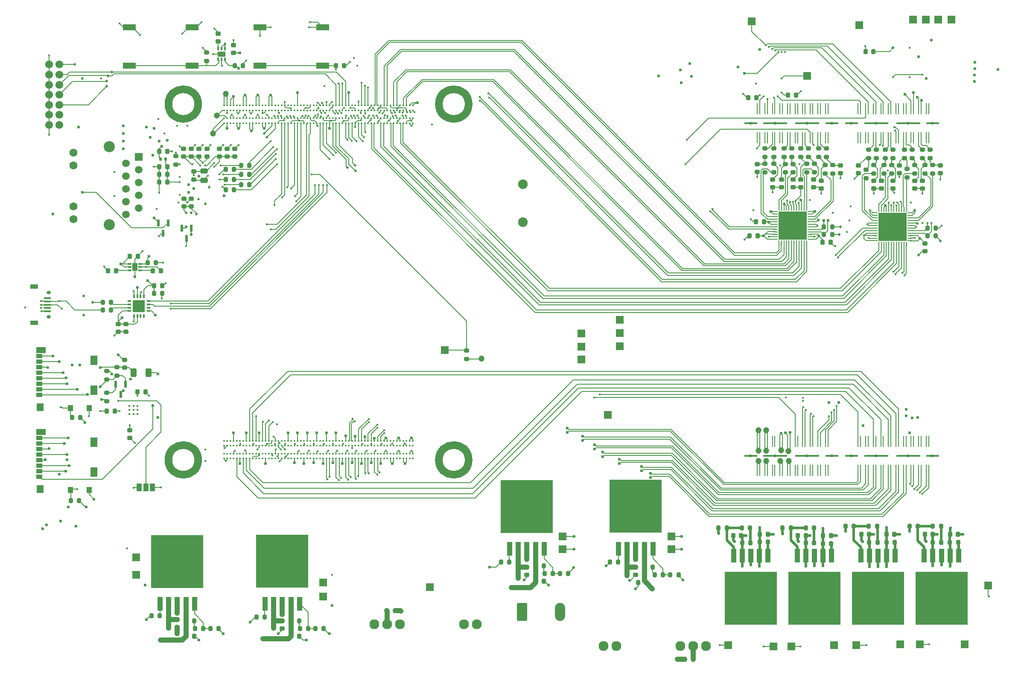
<source format=gtl>
%TF.GenerationSoftware,KiCad,Pcbnew,9.0.2*%
%TF.CreationDate,2025-10-03T13:51:33-05:00*%
%TF.ProjectId,PSEC5_Ctrl_Board,50534543-355f-4437-9472-6c5f426f6172,rev?*%
%TF.SameCoordinates,Original*%
%TF.FileFunction,Copper,L1,Top*%
%TF.FilePolarity,Positive*%
%FSLAX46Y46*%
G04 Gerber Fmt 4.6, Leading zero omitted, Abs format (unit mm)*
G04 Created by KiCad (PCBNEW 9.0.2) date 2025-10-03 13:51:33*
%MOMM*%
%LPD*%
G01*
G04 APERTURE LIST*
G04 Aperture macros list*
%AMRoundRect*
0 Rectangle with rounded corners*
0 $1 Rounding radius*
0 $2 $3 $4 $5 $6 $7 $8 $9 X,Y pos of 4 corners*
0 Add a 4 corners polygon primitive as box body*
4,1,4,$2,$3,$4,$5,$6,$7,$8,$9,$2,$3,0*
0 Add four circle primitives for the rounded corners*
1,1,$1+$1,$2,$3*
1,1,$1+$1,$4,$5*
1,1,$1+$1,$6,$7*
1,1,$1+$1,$8,$9*
0 Add four rect primitives between the rounded corners*
20,1,$1+$1,$2,$3,$4,$5,0*
20,1,$1+$1,$4,$5,$6,$7,0*
20,1,$1+$1,$6,$7,$8,$9,0*
20,1,$1+$1,$8,$9,$2,$3,0*%
G04 Aperture macros list end*
%TA.AperFunction,EtchedComponent*%
%ADD10C,1.500000*%
%TD*%
%TA.AperFunction,ComponentPad*%
%ADD11R,1.500000X1.500000*%
%TD*%
%TA.AperFunction,ComponentPad*%
%ADD12C,1.955800*%
%TD*%
%TA.AperFunction,SMDPad,CuDef*%
%ADD13RoundRect,0.200000X0.275000X-0.200000X0.275000X0.200000X-0.275000X0.200000X-0.275000X-0.200000X0*%
%TD*%
%TA.AperFunction,SMDPad,CuDef*%
%ADD14RoundRect,0.200000X-0.275000X0.200000X-0.275000X-0.200000X0.275000X-0.200000X0.275000X0.200000X0*%
%TD*%
%TA.AperFunction,SMDPad,CuDef*%
%ADD15R,2.500000X1.200000*%
%TD*%
%TA.AperFunction,ComponentPad*%
%ADD16C,1.500000*%
%TD*%
%TA.AperFunction,ComponentPad*%
%ADD17C,1.600000*%
%TD*%
%TA.AperFunction,ComponentPad*%
%ADD18C,2.200000*%
%TD*%
%TA.AperFunction,SMDPad,CuDef*%
%ADD19RoundRect,0.200000X0.200000X0.275000X-0.200000X0.275000X-0.200000X-0.275000X0.200000X-0.275000X0*%
%TD*%
%TA.AperFunction,SMDPad,CuDef*%
%ADD20RoundRect,0.225000X-0.225000X-0.250000X0.225000X-0.250000X0.225000X0.250000X-0.225000X0.250000X0*%
%TD*%
%TA.AperFunction,SMDPad,CuDef*%
%ADD21RoundRect,0.225000X-0.250000X0.225000X-0.250000X-0.225000X0.250000X-0.225000X0.250000X0.225000X0*%
%TD*%
%TA.AperFunction,SMDPad,CuDef*%
%ADD22RoundRect,0.200000X-0.200000X-0.275000X0.200000X-0.275000X0.200000X0.275000X-0.200000X0.275000X0*%
%TD*%
%TA.AperFunction,SMDPad,CuDef*%
%ADD23RoundRect,0.225000X0.250000X-0.225000X0.250000X0.225000X-0.250000X0.225000X-0.250000X-0.225000X0*%
%TD*%
%TA.AperFunction,SMDPad,CuDef*%
%ADD24R,1.143000X0.812800*%
%TD*%
%TA.AperFunction,SMDPad,CuDef*%
%ADD25R,1.041400X1.244600*%
%TD*%
%TA.AperFunction,SMDPad,CuDef*%
%ADD26R,1.397000X1.600200*%
%TD*%
%TA.AperFunction,SMDPad,CuDef*%
%ADD27R,1.854200X1.219200*%
%TD*%
%TA.AperFunction,SMDPad,CuDef*%
%ADD28R,1.397000X1.955800*%
%TD*%
%TA.AperFunction,ComponentPad*%
%ADD29C,1.905000*%
%TD*%
%TA.AperFunction,SMDPad,CuDef*%
%ADD30RoundRect,0.225000X0.225000X0.250000X-0.225000X0.250000X-0.225000X-0.250000X0.225000X-0.250000X0*%
%TD*%
%TA.AperFunction,SMDPad,CuDef*%
%ADD31R,1.016000X2.692400*%
%TD*%
%TA.AperFunction,SMDPad,CuDef*%
%ADD32R,10.414000X10.464800*%
%TD*%
%TA.AperFunction,SMDPad,CuDef*%
%ADD33R,0.812800X0.254000*%
%TD*%
%TA.AperFunction,SMDPad,CuDef*%
%ADD34R,0.254000X0.812800*%
%TD*%
%TA.AperFunction,SMDPad,CuDef*%
%ADD35R,5.638800X5.638800*%
%TD*%
%TA.AperFunction,SMDPad,CuDef*%
%ADD36R,0.300000X0.700000*%
%TD*%
%TA.AperFunction,SMDPad,CuDef*%
%ADD37R,1.600200X1.016000*%
%TD*%
%TA.AperFunction,ComponentPad*%
%ADD38C,1.549400*%
%TD*%
%TA.AperFunction,SMDPad,CuDef*%
%ADD39R,0.558800X1.320800*%
%TD*%
%TA.AperFunction,SMDPad,CuDef*%
%ADD40RoundRect,0.250000X-0.312500X-0.625000X0.312500X-0.625000X0.312500X0.625000X-0.312500X0.625000X0*%
%TD*%
%TA.AperFunction,SMDPad,CuDef*%
%ADD41R,0.304800X0.762000*%
%TD*%
%TA.AperFunction,SMDPad,CuDef*%
%ADD42R,0.762000X0.304800*%
%TD*%
%TA.AperFunction,SMDPad,CuDef*%
%ADD43R,2.489200X2.489200*%
%TD*%
%TA.AperFunction,SMDPad,CuDef*%
%ADD44C,0.356000*%
%TD*%
%TA.AperFunction,SMDPad,CuDef*%
%ADD45R,1.000000X1.500000*%
%TD*%
%TA.AperFunction,SMDPad,CuDef*%
%ADD46R,1.346200X0.406400*%
%TD*%
%TA.AperFunction,SMDPad,CuDef*%
%ADD47O,0.850000X0.650000*%
%TD*%
%TA.AperFunction,SMDPad,CuDef*%
%ADD48R,1.498600X0.812800*%
%TD*%
%TA.AperFunction,SMDPad,CuDef*%
%ADD49R,0.700000X0.300000*%
%TD*%
%TA.AperFunction,SMDPad,CuDef*%
%ADD50R,1.016000X1.600200*%
%TD*%
%TA.AperFunction,SMDPad,CuDef*%
%ADD51RoundRect,0.250000X-0.475000X0.250000X-0.475000X-0.250000X0.475000X-0.250000X0.475000X0.250000X0*%
%TD*%
%TA.AperFunction,SMDPad,CuDef*%
%ADD52R,0.280000X2.270000*%
%TD*%
%TA.AperFunction,SMDPad,CuDef*%
%ADD53R,2.540000X0.430000*%
%TD*%
%TA.AperFunction,SMDPad,CuDef*%
%ADD54R,4.700000X0.430000*%
%TD*%
%TA.AperFunction,SMDPad,CuDef*%
%ADD55RoundRect,0.135000X0.135000X0.185000X-0.135000X0.185000X-0.135000X-0.185000X0.135000X-0.185000X0*%
%TD*%
%TA.AperFunction,ComponentPad*%
%ADD56RoundRect,0.250000X-0.750000X-1.550000X0.750000X-1.550000X0.750000X1.550000X-0.750000X1.550000X0*%
%TD*%
%TA.AperFunction,ComponentPad*%
%ADD57O,2.000000X3.600000*%
%TD*%
%TA.AperFunction,ViaPad*%
%ADD58C,0.400000*%
%TD*%
%TA.AperFunction,ViaPad*%
%ADD59C,0.600000*%
%TD*%
%TA.AperFunction,ViaPad*%
%ADD60C,0.520000*%
%TD*%
%TA.AperFunction,ViaPad*%
%ADD61C,1.200000*%
%TD*%
%TA.AperFunction,ViaPad*%
%ADD62C,0.500000*%
%TD*%
%TA.AperFunction,Conductor*%
%ADD63C,0.200000*%
%TD*%
%TA.AperFunction,Conductor*%
%ADD64C,0.158750*%
%TD*%
%TA.AperFunction,Conductor*%
%ADD65C,0.130000*%
%TD*%
%TA.AperFunction,Conductor*%
%ADD66C,1.000000*%
%TD*%
%TA.AperFunction,Conductor*%
%ADD67C,0.171000*%
%TD*%
%TA.AperFunction,Conductor*%
%ADD68C,0.500000*%
%TD*%
%TA.AperFunction,Conductor*%
%ADD69C,0.150000*%
%TD*%
%TA.AperFunction,Conductor*%
%ADD70C,0.128000*%
%TD*%
%TA.AperFunction,Conductor*%
%ADD71C,0.159000*%
%TD*%
G04 APERTURE END LIST*
D10*
%TO.C,U18*%
X152018000Y-127305000D02*
G75*
G02*
X146118000Y-127305000I-2950000J0D01*
G01*
X146118000Y-127305000D02*
G75*
G02*
X152018000Y-127305000I2950000J0D01*
G01*
%TO.C,U20*%
X152018000Y-56655000D02*
G75*
G02*
X146118000Y-56655000I-2950000J0D01*
G01*
X146118000Y-56655000D02*
G75*
G02*
X152018000Y-56655000I2950000J0D01*
G01*
%TO.C,U19*%
X98368000Y-127305000D02*
G75*
G02*
X92468000Y-127305000I-2950000J0D01*
G01*
X92468000Y-127305000D02*
G75*
G02*
X98368000Y-127305000I2950000J0D01*
G01*
%TO.C,U21*%
X98368000Y-56655000D02*
G75*
G02*
X92468000Y-56655000I-2950000J0D01*
G01*
X92468000Y-56655000D02*
G75*
G02*
X98368000Y-56655000I2950000J0D01*
G01*
%TD*%
D11*
%TO.P,TP21,1,1*%
%TO.N,GND*%
X123190000Y-151638000D03*
%TD*%
D12*
%TO.P,U16,1,+VOUT*%
%TO.N,VDD_BUCK_2V7*%
X199060000Y-164286000D03*
%TO.P,U16,2,TRIM*%
%TO.N,Net-(U16-TRIM)*%
X196520000Y-164286000D03*
%TO.P,U16,3,GND_COMMON*%
%TO.N,GND*%
X193980000Y-164286000D03*
%TO.P,U16,4,+VIN*%
%TO.N,/power2/power*%
X181280000Y-164286000D03*
%TO.P,U16,5,REMOTE_ON/OFF*%
%TO.N,unconnected-(U16-REMOTE_ON{slash}OFF-Pad5)*%
X178740000Y-164286000D03*
%TD*%
D13*
%TO.P,R68,1*%
%TO.N,1V8_Banks*%
X80264000Y-115633000D03*
%TO.P,R68,2*%
%TO.N,Net-(Q4-G)*%
X80264000Y-113983000D03*
%TD*%
D14*
%TO.P,R62,1*%
%TO.N,Net-(C11-Pad1)*%
X219075000Y-68517000D03*
%TO.P,R62,2*%
%TO.N,/SOM240_1(1.5)/Peripherals_Ctrl1/READOUT6-*%
X219075000Y-70167000D03*
%TD*%
D15*
%TO.P,SW2,1,A*%
%TO.N,GND*%
X123090000Y-41402000D03*
%TO.P,SW2,2,A*%
X110590000Y-41402000D03*
%TO.P,SW2,3,B*%
%TO.N,/SOM240_1(1.5)/FWUEN_B*%
X123090000Y-49022000D03*
%TO.P,SW2,4,B*%
X110590000Y-49022000D03*
%TD*%
D11*
%TO.P,T1,1,VCC*%
%TO.N,/SOM240_1(1.5)/ethernet1/PHY_VCC*%
X86584000Y-67183000D03*
D16*
%TO.P,T1,2,D1+*%
%TO.N,/SOM240_1(1.5)/ethernet1/PHY_MDI0_P*%
X84044000Y-68453000D03*
%TO.P,T1,3,D1-*%
%TO.N,/SOM240_1(1.5)/ethernet1/PHY_MDI0_N*%
X86584000Y-69723000D03*
%TO.P,T1,4,D2+*%
%TO.N,/SOM240_1(1.5)/ethernet1/PHY_MDI1_P*%
X84044000Y-70993000D03*
%TO.P,T1,5,D2-*%
%TO.N,/SOM240_1(1.5)/ethernet1/PHY_MDI1_N*%
X86584000Y-72263000D03*
%TO.P,T1,6,D3+*%
%TO.N,/SOM240_1(1.5)/ethernet1/PHY_MDI2_P*%
X84044000Y-73533000D03*
%TO.P,T1,7,D3-*%
%TO.N,/SOM240_1(1.5)/ethernet1/PHY_MDI2_N*%
X86584000Y-74803000D03*
%TO.P,T1,8,D4+*%
%TO.N,/SOM240_1(1.5)/ethernet1/PHY_MDI3_P*%
X84044000Y-76073000D03*
%TO.P,T1,9,D4-*%
%TO.N,/SOM240_1(1.5)/ethernet1/PHY_MDI3_N*%
X86584000Y-77343000D03*
%TO.P,T1,10,GND*%
%TO.N,GND*%
X84044000Y-78613000D03*
D17*
%TO.P,T1,11*%
%TO.N,Net-(R74-Pad1)*%
X73614000Y-66268000D03*
%TO.P,T1,12*%
%TO.N,Net-(R114-Pad1)*%
X73614000Y-68808000D03*
%TO.P,T1,13*%
%TO.N,Net-(R76-Pad1)*%
X73614000Y-76988000D03*
%TO.P,T1,14*%
%TO.N,Net-(R115-Pad1)*%
X73614000Y-79528000D03*
D18*
%TO.P,T1,S1,SHIELD1*%
%TO.N,Net-(T1-SHIELD1)*%
X80744000Y-65153000D03*
%TO.P,T1,S2,SHIELD2*%
X80744000Y-80643000D03*
%TD*%
D19*
%TO.P,R18,1*%
%TO.N,1V8_Banks*%
X244665000Y-81280000D03*
%TO.P,R18,2*%
%TO.N,/SOM240_1(1.5)/ADC1_SDIO{slash}ODM*%
X243015000Y-81280000D03*
%TD*%
D20*
%TO.P,C27,1*%
%TO.N,3V3_IO*%
X116827000Y-162306000D03*
%TO.P,C27,2*%
%TO.N,GND*%
X118377000Y-162306000D03*
%TD*%
D19*
%TO.P,R83,1*%
%TO.N,1V8_Banks*%
X74993000Y-118872000D03*
%TO.P,R83,2*%
%TO.N,/SOM240_1(1.5)/SD_DETECT_0*%
X73343000Y-118872000D03*
%TD*%
D21*
%TO.P,C7,1*%
%TO.N,Net-(C7-Pad1)*%
X214122000Y-71615000D03*
%TO.P,C7,2*%
%TO.N,GND*%
X214122000Y-73165000D03*
%TD*%
D20*
%TO.P,C122,1*%
%TO.N,1V8_Banks*%
X86347000Y-113792000D03*
%TO.P,C122,2*%
%TO.N,GND*%
X87897000Y-113792000D03*
%TD*%
%TO.P,C18,1*%
%TO.N,2V5_DUT*%
X165341000Y-151384000D03*
%TO.P,C18,2*%
%TO.N,GND*%
X166891000Y-151384000D03*
%TD*%
D11*
%TO.P,TP33,1,1*%
%TO.N,Net-(J10B-PWRGD_PL_M2C)*%
X174400000Y-107400000D03*
%TD*%
D14*
%TO.P,R72,1*%
%TO.N,SIGNAL8-*%
X210820000Y-65469000D03*
%TO.P,R72,2*%
%TO.N,Net-(C1-Pad1)*%
X210820000Y-67119000D03*
%TD*%
D22*
%TO.P,R26,1*%
%TO.N,Net-(U1-RXD[1])*%
X106871000Y-70612000D03*
%TO.P,R26,2*%
%TO.N,/SOM240_1(1.5)/ETH_RXD1*%
X108521000Y-70612000D03*
%TD*%
D23*
%TO.P,C61,1*%
%TO.N,3V3_IO*%
X97028000Y-76975000D03*
%TO.P,C61,2*%
%TO.N,GND*%
X97028000Y-75425000D03*
%TD*%
%TO.P,C94,1*%
%TO.N,Net-(C94-Pad1)*%
X83820000Y-108979000D03*
%TO.P,C94,2*%
%TO.N,GND*%
X83820000Y-107429000D03*
%TD*%
D24*
%TO.P,J6,1,DAT2*%
%TO.N,/SOM240_1(1.5)/SDcard1/DAT2B_0*%
X66868500Y-114357000D03*
%TO.P,J6,2,CD/DAT3*%
%TO.N,/SOM240_1(1.5)/SDcard1/DAT3B_0*%
X66868500Y-113257000D03*
%TO.P,J6,3,CMD*%
%TO.N,/SOM240_1(1.5)/SDcard1/CMDB_0*%
X66868500Y-112156999D03*
%TO.P,J6,4,VDD*%
%TO.N,/SOM240_1(1.5)/SDcard1/SD_CARD_VCC_0*%
X66868500Y-111056999D03*
%TO.P,J6,5,CLK*%
%TO.N,/SOM240_1(1.5)/SDcard1/CLKB_0*%
X66868500Y-109956999D03*
%TO.P,J6,6,VSS*%
%TO.N,GND*%
X66868500Y-108856998D03*
%TO.P,J6,7,DAT0*%
%TO.N,/SOM240_1(1.5)/SDcard1/DAT0B_0*%
X66868500Y-107757001D03*
%TO.P,J6,8,DAT1*%
%TO.N,/SOM240_1(1.5)/SDcard1/DAT1B_0*%
X66868500Y-106657000D03*
D25*
%TO.P,J6,9,SW_DETECT*%
%TO.N,/SOM240_1(1.5)/SD_DETECT_0*%
X73018500Y-116992001D03*
%TO.P,J6,10,SW_DETECT*%
%TO.N,GND*%
X76718500Y-116992001D03*
D26*
%TO.P,J6,11*%
%TO.N,N/C*%
X66993501Y-116817000D03*
D27*
%TO.P,J6,12*%
X67218499Y-105497000D03*
D28*
%TO.P,J6,13*%
X77693500Y-107522010D03*
%TO.P,J6,14*%
X77693500Y-113492011D03*
%TD*%
D11*
%TO.P,TP2,1,1*%
%TO.N,3V3_DUT*%
X192278000Y-142494000D03*
%TD*%
%TO.P,TP28,1,1*%
%TO.N,READBIAS2*%
X247800000Y-39900000D03*
%TD*%
D29*
%TO.P,J7,1,1*%
%TO.N,VDD_BUCK_5V*%
X162774899Y-72602400D03*
%TO.P,J7,2,2*%
%TO.N,GND*%
X162774899Y-80102400D03*
%TD*%
D30*
%TO.P,C22,1*%
%TO.N,1V8_Banks*%
X206075000Y-142300000D03*
%TO.P,C22,2*%
%TO.N,GND*%
X204525000Y-142300000D03*
%TD*%
D21*
%TO.P,C66,1*%
%TO.N,3V3_IO*%
X84074000Y-100330000D03*
%TO.P,C66,2*%
%TO.N,GND*%
X84074000Y-101880000D03*
%TD*%
D30*
%TO.P,C4,1*%
%TO.N,3V3_DUT*%
X187211000Y-151638000D03*
%TO.P,C4,2*%
%TO.N,GND*%
X185661000Y-151638000D03*
%TD*%
D11*
%TO.P,TP31,1,1*%
%TO.N,Net-(J10B-PWRGD_FPD_M2C)*%
X174400000Y-102200000D03*
%TD*%
D14*
%TO.P,R53,1*%
%TO.N,SIGNAL7-*%
X214630000Y-65469000D03*
%TO.P,R53,2*%
%TO.N,Net-(C7-Pad1)*%
X214630000Y-67119000D03*
%TD*%
D22*
%TO.P,R28,1*%
%TO.N,Net-(U1-RX_CTRL)*%
X106871000Y-68834000D03*
%TO.P,R28,2*%
%TO.N,/SOM240_1(1.5)/ETH_RX_CTRL*%
X108521000Y-68834000D03*
%TD*%
D30*
%TO.P,C20,1*%
%TO.N,1V8_DUT*%
X218875000Y-142300000D03*
%TO.P,C20,2*%
%TO.N,GND*%
X217325000Y-142300000D03*
%TD*%
D14*
%TO.P,R15,1*%
%TO.N,SIGNAL1-*%
X242062000Y-65723000D03*
%TO.P,R15,2*%
%TO.N,Net-(C97-Pad1)*%
X242062000Y-67373000D03*
%TD*%
D22*
%TO.P,R42,1*%
%TO.N,1V2_DUT*%
X231475000Y-143700000D03*
%TO.P,R42,2*%
%TO.N,Net-(R106-Pad1)*%
X233125000Y-143700000D03*
%TD*%
D14*
%TO.P,R98,1*%
%TO.N,Net-(C6-Pad1)*%
X212598000Y-68517000D03*
%TO.P,R98,2*%
%TO.N,/SOM240_1(1.5)/Peripherals_Ctrl1/READOUT8+*%
X212598000Y-70167000D03*
%TD*%
%TO.P,R25,1*%
%TO.N,SIGNAL3+*%
X236220000Y-65723000D03*
%TO.P,R25,2*%
%TO.N,Net-(C80-Pad1)*%
X236220000Y-67373000D03*
%TD*%
D21*
%TO.P,C74,1*%
%TO.N,Net-(C74-Pad1)*%
X229362000Y-68821000D03*
%TO.P,C74,2*%
%TO.N,GND*%
X229362000Y-70371000D03*
%TD*%
D14*
%TO.P,R58,1*%
%TO.N,Net-(C94-Pad1)*%
X82296000Y-108903000D03*
%TO.P,R58,2*%
%TO.N,Net-(Q4-D)*%
X82296000Y-110553000D03*
%TD*%
D20*
%TO.P,C12,1*%
%TO.N,VDD_BUCK_2V7*%
X234925000Y-142100000D03*
%TO.P,C12,2*%
%TO.N,GND*%
X236475000Y-142100000D03*
%TD*%
D15*
%TO.P,SW1,1,A*%
%TO.N,GND*%
X97182000Y-41402000D03*
%TO.P,SW1,2,A*%
X84682000Y-41402000D03*
%TO.P,SW1,3,B*%
%TO.N,Net-(U12-\u002AMR)*%
X97182000Y-49022000D03*
%TO.P,SW1,4,B*%
X84682000Y-49022000D03*
%TD*%
D30*
%TO.P,C109,1*%
%TO.N,1V8_ADC*%
X209309000Y-82804000D03*
%TO.P,C109,2*%
%TO.N,GND*%
X207759000Y-82804000D03*
%TD*%
D31*
%TO.P,LDO4,1,EN*%
%TO.N,Net-(LDO4-EN)*%
X111658400Y-155854400D03*
%TO.P,LDO4,2,IN*%
%TO.N,VDD_BUCK_5V*%
X113360200Y-155854400D03*
%TO.P,LDO4,3,GND*%
%TO.N,GND*%
X115062000Y-155854400D03*
%TO.P,LDO4,4,OUT*%
%TO.N,3V3_IO*%
X116763800Y-155854400D03*
%TO.P,LDO4,5,ADJ*%
%TO.N,Net-(LDO4-ADJ)*%
X118465600Y-155854400D03*
D32*
%TO.P,LDO4,6,TAB*%
%TO.N,GND*%
X115062000Y-147421600D03*
%TD*%
D14*
%TO.P,R51,1*%
%TO.N,SIGNAL6-*%
X217932000Y-65469000D03*
%TO.P,R51,2*%
%TO.N,Net-(C11-Pad1)*%
X217932000Y-67119000D03*
%TD*%
D22*
%TO.P,R14,1*%
%TO.N,Net-(LDO5-ADJ)*%
X100775000Y-160782000D03*
%TO.P,R14,2*%
%TO.N,GND*%
X102425000Y-160782000D03*
%TD*%
D30*
%TO.P,C46,1*%
%TO.N,/SOM240_1(1.5)/ethernet1/AVDD33*%
X92228000Y-72136000D03*
%TO.P,C46,2*%
%TO.N,GND*%
X90678000Y-72136000D03*
%TD*%
D23*
%TO.P,C21,1*%
%TO.N,/SOM240_1(1.5)/ethernet1/DVDD*%
X105664000Y-67082000D03*
%TO.P,C21,2*%
%TO.N,GND*%
X105664000Y-65532000D03*
%TD*%
D22*
%TO.P,R29,1*%
%TO.N,GND*%
X194875000Y-166900000D03*
%TO.P,R29,2*%
%TO.N,Net-(U16-TRIM)*%
X196525000Y-166900000D03*
%TD*%
D20*
%TO.P,C3,1*%
%TO.N,VDD_BUCK_2V7*%
X247525000Y-142100000D03*
%TO.P,C3,2*%
%TO.N,GND*%
X249075000Y-142100000D03*
%TD*%
D33*
%TO.P,ADC2,1,AVDD*%
%TO.N,1V8_ADC*%
X212902800Y-78018000D03*
%TO.P,ADC2,2,AVDD*%
X212902800Y-78517999D03*
%TO.P,ADC2,3,VIN__D*%
%TO.N,/SOM240_1(1.5)/Peripherals_Ctrl1/READOUT8-*%
X212902800Y-79018001D03*
%TO.P,ADC2,4,VIN_+_D*%
%TO.N,/SOM240_1(1.5)/Peripherals_Ctrl1/READOUT8+*%
X212902800Y-79518000D03*
%TO.P,ADC2,5,AVDD*%
%TO.N,1V8_ADC*%
X212902800Y-80017999D03*
%TO.P,ADC2,6,AVDD*%
X212902800Y-80518000D03*
%TO.P,ADC2,7,CLK*%
%TO.N,/SOM240_1(1.5)/ADC_CLK2-*%
X212902800Y-81018000D03*
%TO.P,ADC2,8,CLK+*%
%TO.N,/SOM240_1(1.5)/ADC_CLK2+*%
X212902800Y-81518001D03*
%TO.P,ADC2,9,AVDD*%
%TO.N,1V8_ADC*%
X212902800Y-82018000D03*
%TO.P,ADC2,10,AVDD*%
X212902800Y-82517999D03*
%TO.P,ADC2,11,DRGND*%
%TO.N,GND*%
X212902800Y-83018001D03*
%TO.P,ADC2,12,DRVDD*%
%TO.N,1V8_ADC*%
X212902800Y-83518000D03*
D34*
%TO.P,ADC2,13,D_-_D*%
%TO.N,/SOM240_1(1.5)/ADC_DOUT8-*%
X213556400Y-84171600D03*
%TO.P,ADC2,14,D_+_D*%
%TO.N,/SOM240_1(1.5)/ADC_DOUT8+*%
X214056399Y-84171600D03*
%TO.P,ADC2,15,D_-_C*%
%TO.N,/SOM240_1(1.5)/ADC_DOUT7-*%
X214556401Y-84171600D03*
%TO.P,ADC2,16,D_+_C*%
%TO.N,/SOM240_1(1.5)/ADC_DOUT7+*%
X215056400Y-84171600D03*
%TO.P,ADC2,17,D_-_B*%
%TO.N,/SOM240_1(1.5)/ADC_DOUT6-*%
X215556399Y-84171600D03*
%TO.P,ADC2,18,D_+_B*%
%TO.N,/SOM240_1(1.5)/ADC_DOUT6+*%
X216056400Y-84171600D03*
%TO.P,ADC2,19,D_-_A*%
%TO.N,/SOM240_1(1.5)/ADC_DOUT5-*%
X216556400Y-84171600D03*
%TO.P,ADC2,20,D_+_A*%
%TO.N,/SOM240_1(1.5)/ADC_DOUT5+*%
X217056401Y-84171600D03*
%TO.P,ADC2,21,FCO-*%
%TO.N,/SOM240_1(1.5)/FrameClk2-*%
X217556400Y-84171600D03*
%TO.P,ADC2,22,FCO+*%
%TO.N,/SOM240_1(1.5)/FrameClk2+*%
X218056399Y-84171600D03*
%TO.P,ADC2,23,DCO-*%
%TO.N,/SOM240_1(1.5)/DataClk2-*%
X218556401Y-84171600D03*
%TO.P,ADC2,24,DCO+*%
%TO.N,/SOM240_1(1.5)/DataClk2+*%
X219056400Y-84171600D03*
D33*
%TO.P,ADC2,25,DRVDD*%
%TO.N,1V8_ADC*%
X219710000Y-83518000D03*
%TO.P,ADC2,26,DRGND*%
%TO.N,GND*%
X219710000Y-83018001D03*
%TO.P,ADC2,27,AVDD*%
%TO.N,1V8_ADC*%
X219710000Y-82517999D03*
%TO.P,ADC2,28,SCLK/DTP*%
%TO.N,/SOM240_1(1.5)/ADC2_SCLK{slash}DTP*%
X219710000Y-82018000D03*
%TO.P,ADC2,29,SDIO/ODM*%
%TO.N,/SOM240_1(1.5)/ADC2_SDIO{slash}ODM*%
X219710000Y-81518001D03*
%TO.P,ADC2,30,CSB*%
%TO.N,GND*%
X219710000Y-81018000D03*
%TO.P,ADC2,31,PDWN*%
X219710000Y-80518000D03*
%TO.P,ADC2,32,AVDD*%
%TO.N,1V8_ADC*%
X219710000Y-80017999D03*
%TO.P,ADC2,33,VIN_+_A*%
%TO.N,/SOM240_1(1.5)/Peripherals_Ctrl1/READOUT5+*%
X219710000Y-79518000D03*
%TO.P,ADC2,34,VIN__A*%
%TO.N,/SOM240_1(1.5)/Peripherals_Ctrl1/READOUT5-*%
X219710000Y-79018001D03*
%TO.P,ADC2,35,AVDD*%
%TO.N,1V8_ADC*%
X219710000Y-78517999D03*
%TO.P,ADC2,36,AVDD*%
X219710000Y-78018000D03*
D34*
%TO.P,ADC2,37,VIN-B*%
%TO.N,/SOM240_1(1.5)/Peripherals_Ctrl1/READOUT6-*%
X219056400Y-77364400D03*
%TO.P,ADC2,38,VIN+B*%
%TO.N,/SOM240_1(1.5)/Peripherals_Ctrl1/READOUT6+*%
X218556401Y-77364400D03*
%TO.P,ADC2,39,AVDD*%
%TO.N,1V8_ADC*%
X218056399Y-77364400D03*
%TO.P,ADC2,40,RBIAS*%
%TO.N,Net-(ADC2-RBIAS)*%
X217556400Y-77364400D03*
%TO.P,ADC2,41,SENSE*%
%TO.N,GND*%
X217056401Y-77364400D03*
%TO.P,ADC2,42,VREF*%
%TO.N,Net-(ADC2-VREF)*%
X216556400Y-77364400D03*
%TO.P,ADC2,43,REFB*%
%TO.N,Net-(ADC2-REFB)*%
X216056400Y-77364400D03*
%TO.P,ADC2,44,REFT*%
%TO.N,Net-(ADC2-REFT)*%
X215556399Y-77364400D03*
%TO.P,ADC2,45,AVDD*%
%TO.N,1V8_ADC*%
X215056400Y-77364400D03*
%TO.P,ADC2,46,AVDD*%
X214556401Y-77364400D03*
%TO.P,ADC2,47,VIN+C*%
%TO.N,/SOM240_1(1.5)/Peripherals_Ctrl1/READOUT7+*%
X214056399Y-77364400D03*
%TO.P,ADC2,48,VIN-C*%
%TO.N,/SOM240_1(1.5)/Peripherals_Ctrl1/READOUT7-*%
X213556400Y-77364400D03*
D35*
%TO.P,ADC2,49,EPAD*%
%TO.N,GND*%
X216306400Y-80768000D03*
%TD*%
D36*
%TO.P,U12,1,VDD*%
%TO.N,3V3_IO*%
X103661998Y-45652000D03*
%TO.P,U12,2,SENSE*%
X103011999Y-45652000D03*
%TO.P,U12,3,CT*%
%TO.N,Net-(U12-CT)*%
X102362000Y-45652000D03*
%TO.P,U12,4,\u002AMR*%
%TO.N,Net-(U12-\u002AMR)*%
X102362000Y-47752000D03*
%TO.P,U12,5,GND*%
%TO.N,GND*%
X103011999Y-47752000D03*
%TO.P,U12,6,\u002ARESET*%
%TO.N,PS_SRST*%
X103661998Y-47752000D03*
D37*
%TO.P,U12,7,EPAD*%
%TO.N,GND*%
X103011999Y-46702000D03*
%TD*%
D22*
%TO.P,R38,1*%
%TO.N,VDD_BUCK_2V7*%
X222275000Y-143900000D03*
%TO.P,R38,2*%
%TO.N,Net-(LDO10-EN)*%
X223925000Y-143900000D03*
%TD*%
D23*
%TO.P,C52,1*%
%TO.N,/SOM240_1(1.5)/ethernet1/AVDD18*%
X100089000Y-67082000D03*
%TO.P,C52,2*%
%TO.N,GND*%
X100089000Y-65532000D03*
%TD*%
D14*
%TO.P,R96,1*%
%TO.N,Net-(C25-Pad1)*%
X222758000Y-68771000D03*
%TO.P,R96,2*%
%TO.N,/SOM240_1(1.5)/Peripherals_Ctrl1/READOUT5-*%
X222758000Y-70421000D03*
%TD*%
D21*
%TO.P,C15,1*%
%TO.N,VDD_BUCK_5V*%
X94234000Y-158991000D03*
%TO.P,C15,2*%
%TO.N,GND*%
X94234000Y-160541000D03*
%TD*%
D11*
%TO.P,TP32,1,1*%
%TO.N,Net-(J10B-PWRGD_LPD_M2C)*%
X174400000Y-104800000D03*
%TD*%
D20*
%TO.P,R86,1*%
%TO.N,/SOM240_1(1.5)/CLR_DAC\u002A*%
X215379000Y-54864000D03*
%TO.P,R86,2*%
%TO.N,2V5_IO*%
X216929000Y-54864000D03*
%TD*%
D11*
%TO.P,TP8,1,1*%
%TO.N,1V2_DUT*%
X228900000Y-164100000D03*
%TD*%
%TO.P,TP15,1,1*%
%TO.N,Net-(U15-SDO)*%
X179600000Y-118400000D03*
%TD*%
D38*
%TO.P,J12,1,1*%
%TO.N,GND*%
X68834000Y-48799999D03*
%TO.P,J12,2,2*%
%TO.N,1V8_Banks*%
X70834001Y-48799999D03*
%TO.P,J12,3,3*%
%TO.N,GND*%
X68834000Y-50800000D03*
%TO.P,J12,4,4*%
%TO.N,/SOM240_1(1.5)/JTAG_TMS*%
X70834001Y-50800000D03*
%TO.P,J12,5,5*%
%TO.N,GND*%
X68834000Y-52799999D03*
%TO.P,J12,6,6*%
%TO.N,/SOM240_1(1.5)/JTAG_CLK*%
X70834001Y-52799999D03*
%TO.P,J12,7,7*%
%TO.N,GND*%
X68834000Y-54800000D03*
%TO.P,J12,8,8*%
%TO.N,/SOM240_1(1.5)/JTAG_TDO*%
X70834001Y-54800000D03*
%TO.P,J12,9,9*%
%TO.N,GND*%
X68834000Y-56800001D03*
%TO.P,J12,10,10*%
%TO.N,/SOM240_1(1.5)/JTAG_TDI*%
X70834001Y-56800001D03*
%TO.P,J12,11,11*%
%TO.N,GND*%
X68834000Y-58799999D03*
%TO.P,J12,12,12*%
%TO.N,unconnected-(J12-Pad12)*%
X70834001Y-58799999D03*
%TO.P,J12,13,13*%
%TO.N,GND*%
X68834000Y-60800001D03*
%TO.P,J12,14,14*%
%TO.N,unconnected-(J12-Pad14)*%
X70834001Y-60800001D03*
%TD*%
D14*
%TO.P,R80,1*%
%TO.N,Net-(C97-Pad1)*%
X242570000Y-68771000D03*
%TO.P,R80,2*%
%TO.N,/SOM240_1(1.5)/Peripherals_Ctrl1/READOUT1-*%
X242570000Y-70421000D03*
%TD*%
D39*
%TO.P,Q4,1,D*%
%TO.N,Net-(Q4-D)*%
X83944501Y-112268000D03*
%TO.P,Q4,2,G*%
%TO.N,Net-(Q4-G)*%
X82044499Y-112268000D03*
%TO.P,Q4,3,S*%
%TO.N,GND*%
X82994500Y-114300000D03*
%TD*%
D14*
%TO.P,R54,1*%
%TO.N,SIGNAL8+*%
X212598000Y-65469000D03*
%TO.P,R54,2*%
%TO.N,Net-(C6-Pad1)*%
X212598000Y-67119000D03*
%TD*%
D24*
%TO.P,J3,1,DAT2*%
%TO.N,/SOM240_1(1.5)/SDcard1/DAT2B_1*%
X66868500Y-130613000D03*
%TO.P,J3,2,CD/DAT3*%
%TO.N,/SOM240_1(1.5)/SDcard1/DAT3B_1*%
X66868500Y-129513000D03*
%TO.P,J3,3,CMD*%
%TO.N,/SOM240_1(1.5)/SDcard1/CMDB_1*%
X66868500Y-128412999D03*
%TO.P,J3,4,VDD*%
%TO.N,/SOM240_1(1.5)/SDcard1/SD_CARD_VCC_1*%
X66868500Y-127312999D03*
%TO.P,J3,5,CLK*%
%TO.N,/SOM240_1(1.5)/SDcard1/CLKB_1*%
X66868500Y-126212999D03*
%TO.P,J3,6,VSS*%
%TO.N,GND*%
X66868500Y-125112998D03*
%TO.P,J3,7,DAT0*%
%TO.N,/SOM240_1(1.5)/SDcard1/DAT0B_1*%
X66868500Y-124013001D03*
%TO.P,J3,8,DAT1*%
%TO.N,/SOM240_1(1.5)/SDcard1/DAT1B_1*%
X66868500Y-122913000D03*
D25*
%TO.P,J3,9,SW_DETECT*%
%TO.N,/SOM240_1(1.5)/SD_DETECT_1*%
X73018500Y-133248001D03*
%TO.P,J3,10,SW_DETECT*%
%TO.N,GND*%
X76718500Y-133248001D03*
D26*
%TO.P,J3,11*%
%TO.N,N/C*%
X66993501Y-133073000D03*
D27*
%TO.P,J3,12*%
X67218499Y-121753000D03*
D28*
%TO.P,J3,13*%
X77693500Y-123778010D03*
%TO.P,J3,14*%
X77693500Y-129748011D03*
%TD*%
D11*
%TO.P,TP4,1,1*%
%TO.N,2V5_DUT*%
X170688000Y-142494000D03*
%TD*%
%TO.P,TP17,1,1*%
%TO.N,VDD_BUCK_2V7*%
X255100000Y-152200000D03*
%TD*%
%TO.P,TP6,1,1*%
%TO.N,1V8_DUT*%
X216000000Y-164300000D03*
%TD*%
%TO.P,TP23,1,1*%
%TO.N,GND*%
X86106000Y-146664000D03*
%TD*%
D21*
%TO.P,C111,1*%
%TO.N,1V8_ADC*%
X242570000Y-84315000D03*
%TO.P,C111,2*%
%TO.N,GND*%
X242570000Y-85865000D03*
%TD*%
D19*
%TO.P,R101,1*%
%TO.N,Net-(R101-Pad1)*%
X245725000Y-140500000D03*
%TO.P,R101,2*%
%TO.N,Net-(LDO2-ADJ)*%
X244075000Y-140500000D03*
%TD*%
D22*
%TO.P,R13,1*%
%TO.N,2V5_IO*%
X95949000Y-159258000D03*
%TO.P,R13,2*%
%TO.N,Net-(R102-Pad1)*%
X97599000Y-159258000D03*
%TD*%
D14*
%TO.P,R46,1*%
%TO.N,SIGNAL4+*%
X232918000Y-65723000D03*
%TO.P,R46,2*%
%TO.N,Net-(C76-Pad1)*%
X232918000Y-67373000D03*
%TD*%
D22*
%TO.P,R12,1*%
%TO.N,VDD_BUCK_5V*%
X89091000Y-158242000D03*
%TO.P,R12,2*%
%TO.N,Net-(LDO5-EN)*%
X90741000Y-158242000D03*
%TD*%
D21*
%TO.P,C77,1*%
%TO.N,Net-(C77-Pad1)*%
X233934000Y-71869000D03*
%TO.P,C77,2*%
%TO.N,GND*%
X233934000Y-73419000D03*
%TD*%
D22*
%TO.P,R103,1*%
%TO.N,Net-(R10-Pad2)*%
X118555000Y-160782000D03*
%TO.P,R103,2*%
%TO.N,Net-(LDO4-ADJ)*%
X120205000Y-160782000D03*
%TD*%
D14*
%TO.P,R90,1*%
%TO.N,Net-(C81-Pad1)*%
X239014000Y-69533000D03*
%TO.P,R90,2*%
%TO.N,/SOM240_1(1.5)/Peripherals_Ctrl1/READOUT2-*%
X239014000Y-71183000D03*
%TD*%
D40*
%TO.P,FB2,1*%
%TO.N,Net-(C94-Pad1)*%
X85598000Y-109982000D03*
%TO.P,FB2,2*%
%TO.N,3V3_IO*%
X88523000Y-109982000D03*
%TD*%
D41*
%TO.P,U9,1,VCCIO*%
%TO.N,1V8_Banks*%
X87588999Y-94856300D03*
%TO.P,U9,2,RXD*%
%TO.N,/SOM240_1(1.5)/UART_RXD*%
X86939001Y-94856300D03*
%TO.P,U9,3,GND*%
%TO.N,GND*%
X86288999Y-94856300D03*
%TO.P,U9,4,CTS#*%
%TO.N,/SOM240_1(1.5)/UART_CTS*%
X85639001Y-94856300D03*
D42*
%TO.P,U9,5,CBUS2*%
%TO.N,unconnected-(U9-CBUS2-Pad5)*%
X84696300Y-95799001D03*
%TO.P,U9,6,USBDP*%
%TO.N,Net-(U9-USBDP)*%
X84696300Y-96448999D03*
%TO.P,U9,7,USBDM*%
%TO.N,Net-(U9-USBDM)*%
X84696300Y-97099001D03*
%TO.P,U9,8,3V3OUT*%
%TO.N,3V3_IO*%
X84696300Y-97748999D03*
D41*
%TO.P,U9,9,RESET#*%
%TO.N,/SOM240_1(1.5)/USB-UART1/USB_RESET#*%
X85639001Y-98691700D03*
%TO.P,U9,10,VCC*%
%TO.N,3V3_IO*%
X86288999Y-98691700D03*
%TO.P,U9,11,CBUS1*%
%TO.N,unconnected-(U9-CBUS1-Pad11)*%
X86939001Y-98691700D03*
%TO.P,U9,12,CBUS0*%
%TO.N,unconnected-(U9-CBUS0-Pad12)*%
X87588999Y-98691700D03*
D42*
%TO.P,U9,13,GND*%
%TO.N,GND*%
X88531700Y-97748999D03*
%TO.P,U9,14,CBUS3*%
%TO.N,unconnected-(U9-CBUS3-Pad14)*%
X88531700Y-97099001D03*
%TO.P,U9,15,TXD*%
%TO.N,/SOM240_1(1.5)/UART_TXD*%
X88531700Y-96448999D03*
%TO.P,U9,16,RTS#*%
%TO.N,/SOM240_1(1.5)/UART_RTS*%
X88531700Y-95799001D03*
D43*
%TO.P,U9,17,GND*%
%TO.N,GND*%
X86614000Y-96774000D03*
%TD*%
D20*
%TO.P,C26,1*%
%TO.N,2V5_IO*%
X95999000Y-162306000D03*
%TO.P,C26,2*%
%TO.N,GND*%
X97549000Y-162306000D03*
%TD*%
D22*
%TO.P,R33,1*%
%TO.N,Net-(LDO7-ADJ)*%
X192024000Y-150114000D03*
%TO.P,R33,2*%
%TO.N,GND*%
X193674000Y-150114000D03*
%TD*%
D23*
%TO.P,C63,1*%
%TO.N,3V3_IO*%
X95530000Y-76975000D03*
%TO.P,C63,2*%
%TO.N,GND*%
X95530000Y-75425000D03*
%TD*%
%TO.P,C49,1*%
%TO.N,/SOM240_1(1.5)/ethernet1/AVDD18*%
X97028000Y-67069000D03*
%TO.P,C49,2*%
%TO.N,GND*%
X97028000Y-65519000D03*
%TD*%
D30*
%TO.P,C48,1*%
%TO.N,/SOM240_1(1.5)/ethernet1/AVDD33*%
X92228000Y-70612000D03*
%TO.P,C48,2*%
%TO.N,GND*%
X90678000Y-70612000D03*
%TD*%
D21*
%TO.P,C25,1*%
%TO.N,Net-(C25-Pad1)*%
X221996000Y-71869000D03*
%TO.P,C25,2*%
%TO.N,GND*%
X221996000Y-73419000D03*
%TD*%
D44*
%TO.P,J10,A01,VCC_BATT*%
%TO.N,GND*%
X140975500Y-56924000D03*
%TO.P,J10,A02,GND*%
X140340500Y-56924000D03*
%TO.P,J10,A03,HPA06_P*%
%TO.N,/SOM240_1(1.5)/ADC_DOUT5+*%
X139705500Y-56924000D03*
%TO.P,J10,A04,HPA06_N*%
%TO.N,/SOM240_1(1.5)/ADC_DOUT5-*%
X139070500Y-56924000D03*
%TO.P,J10,A05,GND*%
%TO.N,GND*%
X138435500Y-56924000D03*
%TO.P,J10,A06,HPA_CLK0_P*%
%TO.N,/SOM240_1(1.5)/ADC_DOUT6+*%
X137800500Y-56924000D03*
%TO.P,J10,A07,HPA_CLK0_N*%
%TO.N,/SOM240_1(1.5)/ADC_DOUT6-*%
X137165500Y-56924000D03*
%TO.P,J10,A08,GND*%
%TO.N,GND*%
X136530500Y-56924000D03*
%TO.P,J10,A09,HPA12_P*%
%TO.N,/SOM240_1(1.5)/ADC_DOUT7+*%
X135895500Y-56924000D03*
%TO.P,J10,A10,HPA12_N*%
%TO.N,/SOM240_1(1.5)/ADC_DOUT7-*%
X135260500Y-56924000D03*
%TO.P,J10,A11,GND*%
%TO.N,GND*%
X134625500Y-56924000D03*
%TO.P,J10,A12,HPA13_P*%
%TO.N,/SOM240_1(1.5)/ADC_DOUT8+*%
X133990500Y-56924000D03*
%TO.P,J10,A13,HPA13_N*%
%TO.N,/SOM240_1(1.5)/ADC_DOUT8-*%
X133355500Y-56924000D03*
%TO.P,J10,A14,GND*%
%TO.N,GND*%
X132720500Y-56924000D03*
%TO.P,J10,A15,HDA09*%
%TO.N,/SOM240_1(1.5)/CLR_DAC\u002A*%
X132085500Y-56924000D03*
%TO.P,J10,A16,HDA10*%
%TO.N,/SOM240_1(1.5)/SDI_DAC_THRES*%
X131450500Y-56924000D03*
%TO.P,J10,A17,HDA11*%
%TO.N,/SOM240_1(1.5)/SCK_DAC2*%
X130815500Y-56924000D03*
%TO.P,J10,A18,GND*%
%TO.N,GND*%
X130180500Y-56924000D03*
%TO.P,J10,A19,VCCOEN_PS_M2C*%
%TO.N,unconnected-(J10A-VCCOEN_PS_M2C-PadA19)*%
X129545500Y-56924000D03*
%TO.P,J10,A20,VCCOEN_PL_M2C*%
%TO.N,unconnected-(J10A-VCCOEN_PL_M2C-PadA20)*%
X128910500Y-56924000D03*
%TO.P,J10,A21,GND*%
%TO.N,GND*%
X128275500Y-56924000D03*
%TO.P,J10,A22,JTAG_TMS_C2M*%
%TO.N,/SOM240_1(1.5)/JTAG_TMS*%
X127640500Y-56924000D03*
%TO.P,J10,A23,JTAG_TDO_M2C*%
%TO.N,/SOM240_1(1.5)/JTAG_TDO*%
X127005500Y-56924000D03*
%TO.P,J10,A24,JTAG_TDI_C2M*%
%TO.N,/SOM240_1(1.5)/JTAG_TDI*%
X126370500Y-56924000D03*
%TO.P,J10,A25,JTAG_TCK_C2M*%
%TO.N,/SOM240_1(1.5)/JTAG_CLK*%
X125735500Y-56924000D03*
%TO.P,J10,A26,GND*%
%TO.N,GND*%
X125100500Y-56924000D03*
%TO.P,J10,A27,MODE0_C2M*%
%TO.N,/SOM240_1(1.5)/MODE0*%
X124465500Y-56924000D03*
%TO.P,J10,A28,MODE1_C2M*%
%TO.N,/SOM240_1(1.5)/MODE1*%
X123830500Y-56924000D03*
%TO.P,J10,A29,MODE2_C2M*%
%TO.N,/SOM240_1(1.5)/MODE2*%
X123195500Y-56924000D03*
%TO.P,J10,A30,MODE3_C2M*%
%TO.N,/SOM240_1(1.5)/MODE3*%
X122560500Y-56924000D03*
%TO.P,J10,A31,Reserved*%
%TO.N,unconnected-(J10A-Reserved-PadA31)*%
X121925500Y-56924000D03*
%TO.P,J10,A32,Reserved*%
%TO.N,unconnected-(J10A-Reserved-PadA32)*%
X121290500Y-56924000D03*
%TO.P,J10,A33,GND*%
%TO.N,GND*%
X120655500Y-56924000D03*
%TO.P,J10,A34,MIO41*%
%TO.N,unconnected-(J10A-MIO41-PadA34)*%
X120020500Y-56924000D03*
%TO.P,J10,A35,MIO42*%
%TO.N,unconnected-(J10A-MIO42-PadA35)*%
X119385500Y-56924000D03*
%TO.P,J10,A36,MIO43*%
%TO.N,unconnected-(J10A-MIO43-PadA36)*%
X118750500Y-56924000D03*
%TO.P,J10,A37,GND*%
%TO.N,GND*%
X118115500Y-56924000D03*
%TO.P,J10,A38,MIO61*%
%TO.N,unconnected-(J10A-MIO61-PadA38)*%
X117480500Y-56924000D03*
%TO.P,J10,A39,MIO62*%
%TO.N,unconnected-(J10A-MIO62-PadA39)*%
X116845500Y-56924000D03*
%TO.P,J10,A40,MIO63*%
%TO.N,unconnected-(J10A-MIO63-PadA40)*%
X116210500Y-56924000D03*
%TO.P,J10,A41,GND*%
%TO.N,GND*%
X115575500Y-56924000D03*
%TO.P,J10,A42,MIO73*%
%TO.N,unconnected-(J10A-MIO73-PadA42)*%
X114940500Y-56924000D03*
%TO.P,J10,A43,MIO74*%
%TO.N,unconnected-(J10A-MIO74-PadA43)*%
X114305500Y-56924000D03*
%TO.P,J10,A44,MIO75*%
%TO.N,unconnected-(J10A-MIO75-PadA44)*%
X113670500Y-56924000D03*
%TO.P,J10,A45,GND*%
%TO.N,GND*%
X113035500Y-56924000D03*
%TO.P,J10,A46,GND*%
X112400500Y-56924000D03*
%TO.P,J10,A47,GTR_DP1_M2C_P*%
%TO.N,unconnected-(J10A-GTR_DP1_M2C_P-PadA47)*%
X111765500Y-56924000D03*
%TO.P,J10,A48,GTR_DP1_M2C_N*%
%TO.N,unconnected-(J10A-GTR_DP1_M2C_N-PadA48)*%
X111130500Y-56924000D03*
%TO.P,J10,A49,GND*%
%TO.N,GND*%
X110495500Y-56924000D03*
%TO.P,J10,A50,GND*%
X109860500Y-56924000D03*
%TO.P,J10,A51,GTR_REFCLK3_C2M_P*%
%TO.N,unconnected-(J10A-GTR_REFCLK3_C2M_P-PadA51)*%
X109225500Y-56924000D03*
%TO.P,J10,A52,GTR_REFCLK3_C2M_N*%
%TO.N,unconnected-(J10A-GTR_REFCLK3_C2M_N-PadA52)*%
X108590500Y-56924000D03*
%TO.P,J10,A53,GND*%
%TO.N,GND*%
X107955500Y-56924000D03*
%TO.P,J10,A54,GND*%
X107320500Y-56924000D03*
%TO.P,J10,A55,GTR_DP0_C2M_P*%
%TO.N,unconnected-(J10A-GTR_DP0_C2M_P-PadA55)*%
X106685500Y-56924000D03*
%TO.P,J10,A56,GTR_DP0_C2M_N*%
%TO.N,unconnected-(J10A-GTR_DP0_C2M_N-PadA56)*%
X106050500Y-56924000D03*
%TO.P,J10,A57,GND*%
%TO.N,GND*%
X105415500Y-56924000D03*
%TO.P,J10,A58,GND*%
X104780500Y-56924000D03*
%TO.P,J10,A59,VCC_SOM*%
%TO.N,VDD_BUCK_5V*%
X104145500Y-56924000D03*
%TO.P,J10,A60,VCC_SOM*%
X103510500Y-56924000D03*
%TO.P,J10,B01,HPA05_CC_P*%
%TO.N,/SOM240_1(1.5)/DataClk2+*%
X140975500Y-57884000D03*
%TO.P,J10,B02,HPA05_CC_N*%
%TO.N,/SOM240_1(1.5)/DataClk2-*%
X140340500Y-57884000D03*
%TO.P,J10,B03,GND*%
%TO.N,GND*%
X139705500Y-57884000D03*
%TO.P,J10,B04,HPA04_P*%
%TO.N,/SOM240_1(1.5)/ADC1_SDIO{slash}ODM*%
X139070500Y-57884000D03*
%TO.P,J10,B05,HPA04_N*%
%TO.N,/SOM240_1(1.5)/ADC1_SCLK{slash}DTP*%
X138435500Y-57884000D03*
%TO.P,J10,B06,GND*%
%TO.N,GND*%
X137800500Y-57884000D03*
%TO.P,J10,B07,HPA07_P*%
%TO.N,/SOM240_1(1.5)/FrameClk2+*%
X137165500Y-57884000D03*
%TO.P,J10,B08,HPA07_N*%
%TO.N,/SOM240_1(1.5)/FrameClk2-*%
X136530500Y-57884000D03*
%TO.P,J10,B09,GND*%
%TO.N,GND*%
X135895500Y-57884000D03*
%TO.P,J10,B10,HPA11_P*%
%TO.N,/SOM240_1(1.5)/ADC2_SDIO{slash}ODM*%
X135260500Y-57884000D03*
%TO.P,J10,B11,HPA11_N*%
%TO.N,/SOM240_1(1.5)/ADC2_SCLK{slash}DTP*%
X134625500Y-57884000D03*
%TO.P,J10,B12,GND*%
%TO.N,GND*%
X133990500Y-57884000D03*
%TO.P,J10,B13,VCCO_HDA*%
%TO.N,2V5_IO*%
X133355500Y-57884000D03*
%TO.P,J10,B14,VCCO_HDA*%
X132720500Y-57884000D03*
%TO.P,J10,B15,GND*%
%TO.N,GND*%
X132085500Y-57884000D03*
%TO.P,J10,B16,HDA03*%
%TO.N,/SOM240_1(1.5)/CS{slash}LD_DAC1\u002A*%
X131450500Y-57884000D03*
%TO.P,J10,B17,HDA04*%
%TO.N,/SOM240_1(1.5)/SCK_DAC1*%
X130815500Y-57884000D03*
%TO.P,J10,B18,HDA05*%
%TO.N,unconnected-(J10A-HDA05-PadB18)*%
X130180500Y-57884000D03*
%TO.P,J10,B19,GND*%
%TO.N,GND*%
X129545500Y-57884000D03*
%TO.P,J10,B20,HDA15*%
%TO.N,unconnected-(J10A-HDA15-PadB20)*%
X128910500Y-57884000D03*
%TO.P,J10,B21,HDA16_CC*%
%TO.N,unconnected-(J10A-HDA16_CC-PadB21)*%
X128275500Y-57884000D03*
%TO.P,J10,B22,HDA17*%
%TO.N,unconnected-(J10A-HDA17-PadB22)*%
X127640500Y-57884000D03*
%TO.P,J10,B23,GND*%
%TO.N,GND*%
X127005500Y-57884000D03*
%TO.P,J10,B24,PS_ERROR_OUT_M2C*%
%TO.N,Net-(J10A-PS_ERROR_OUT_M2C)*%
X126370500Y-57884000D03*
%TO.P,J10,B25,PS_ERROR_STATUS_M2C*%
%TO.N,Net-(J10A-PS_ERROR_STATUS_M2C)*%
X125735500Y-57884000D03*
%TO.P,J10,B26,PWROFF_C2M_L*%
%TO.N,Net-(J10A-PWROFF_C2M_L)*%
X125100500Y-57884000D03*
%TO.P,J10,B27,GND*%
%TO.N,GND*%
X124465500Y-57884000D03*
%TO.P,J10,B28,MIO35_PMU_GPO*%
%TO.N,unconnected-(J10A-MIO35_PMU_GPO-PadB28)*%
X123830500Y-57884000D03*
%TO.P,J10,B29,MIO36*%
%TO.N,/SOM240_1(1.5)/UART_RXD*%
X123195500Y-57884000D03*
%TO.P,J10,B30,MIO37*%
%TO.N,/SOM240_1(1.5)/UART_TXD*%
X122560500Y-57884000D03*
%TO.P,J10,B31,GND*%
%TO.N,GND*%
X121925500Y-57884000D03*
%TO.P,J10,B32,MIO38*%
%TO.N,unconnected-(J10A-MIO38-PadB32)*%
X121290500Y-57884000D03*
%TO.P,J10,B33,MIO39*%
%TO.N,unconnected-(J10A-MIO39-PadB33)*%
X120655500Y-57884000D03*
%TO.P,J10,B34,MIO40*%
%TO.N,unconnected-(J10A-MIO40-PadB34)*%
X120020500Y-57884000D03*
%TO.P,J10,B35,GND*%
%TO.N,GND*%
X119385500Y-57884000D03*
%TO.P,J10,B36,MIO50*%
%TO.N,unconnected-(J10A-MIO50-PadB36)*%
X118750500Y-57884000D03*
%TO.P,J10,B37,MIO51*%
%TO.N,unconnected-(J10A-MIO51-PadB37)*%
X118115500Y-57884000D03*
%TO.P,J10,B38,Reserved*%
%TO.N,unconnected-(J10A-Reserved-PadB38)*%
X117480500Y-57884000D03*
%TO.P,J10,B39,GND*%
%TO.N,GND*%
X116845500Y-57884000D03*
%TO.P,J10,B40,MIO58*%
%TO.N,unconnected-(J10A-MIO58-PadB40)*%
X116210500Y-57884000D03*
%TO.P,J10,B41,MIO59*%
%TO.N,unconnected-(J10A-MIO59-PadB41)*%
X115575500Y-57884000D03*
%TO.P,J10,B42,MIO60*%
%TO.N,unconnected-(J10A-MIO60-PadB42)*%
X114940500Y-57884000D03*
%TO.P,J10,B43,GND*%
%TO.N,GND*%
X114305500Y-57884000D03*
%TO.P,J10,B44,MIO70*%
%TO.N,unconnected-(J10A-MIO70-PadB44)*%
X113670500Y-57884000D03*
%TO.P,J10,B45,MIO71*%
%TO.N,unconnected-(J10A-MIO71-PadB45)*%
X113035500Y-57884000D03*
%TO.P,J10,B46,MIO72*%
%TO.N,unconnected-(J10A-MIO72-PadB46)*%
X112400500Y-57884000D03*
%TO.P,J10,B47,GND*%
%TO.N,GND*%
X111765500Y-57884000D03*
%TO.P,J10,B48,GND*%
X111130500Y-57884000D03*
%TO.P,J10,B49,GTR_REFCLK1_C2M_P*%
%TO.N,unconnected-(J10A-GTR_REFCLK1_C2M_P-PadB49)*%
X110495500Y-57884000D03*
%TO.P,J10,B50,GTR_REFCLK1_C2M_N*%
%TO.N,unconnected-(J10A-GTR_REFCLK1_C2M_N-PadB50)*%
X109860500Y-57884000D03*
%TO.P,J10,B51,GND*%
%TO.N,GND*%
X109225500Y-57884000D03*
%TO.P,J10,B52,GND*%
X108590500Y-57884000D03*
%TO.P,J10,B53,GTR_DP2_C2M_P*%
%TO.N,unconnected-(J10A-GTR_DP2_C2M_P-PadB53)*%
X107955500Y-57884000D03*
%TO.P,J10,B54,GTR_DP2_C2M_N*%
%TO.N,unconnected-(J10A-GTR_DP2_C2M_N-PadB54)*%
X107320500Y-57884000D03*
%TO.P,J10,B55,GND*%
%TO.N,GND*%
X106685500Y-57884000D03*
%TO.P,J10,B56,GND*%
X106050500Y-57884000D03*
%TO.P,J10,B57,GTR_DP0_M2C_P*%
%TO.N,unconnected-(J10A-GTR_DP0_M2C_P-PadB57)*%
X105415500Y-57884000D03*
%TO.P,J10,B58,GTR_DP0_M2C_N*%
%TO.N,unconnected-(J10A-GTR_DP0_M2C_N-PadB58)*%
X104780500Y-57884000D03*
%TO.P,J10,B59,GND*%
%TO.N,GND*%
X104145500Y-57884000D03*
%TO.P,J10,B60,VCC_SOM*%
%TO.N,VDD_BUCK_5V*%
X103510500Y-57884000D03*
%TO.P,J10,C01,GND*%
%TO.N,GND*%
X140975500Y-59464000D03*
%TO.P,J10,C02,GND*%
X140340500Y-59464000D03*
%TO.P,J10,C03,HPA00_CC_P*%
%TO.N,/SOM240_1(1.5)/ADC_CLK1-*%
X139705500Y-59464000D03*
%TO.P,J10,C04,HPA00_CC_N*%
%TO.N,/SOM240_1(1.5)/ADC_CLK1+*%
X139070500Y-59464000D03*
%TO.P,J10,C05,GND*%
%TO.N,GND*%
X138435500Y-59464000D03*
%TO.P,J10,C06,HPA03_P*%
%TO.N,/SOM240_1(1.5)/FrameClk1-*%
X137800500Y-59464000D03*
%TO.P,J10,C07,HPA03_N*%
%TO.N,/SOM240_1(1.5)/FrameClk1+*%
X137165500Y-59464000D03*
%TO.P,J10,C08,GND*%
%TO.N,GND*%
X136530500Y-59464000D03*
%TO.P,J10,C09,HPA08_P*%
%TO.N,/SOM240_1(1.5)/ADC_CLK2+*%
X135895500Y-59464000D03*
%TO.P,J10,C10,HPA08_N*%
%TO.N,/SOM240_1(1.5)/ADC_CLK2-*%
X135260500Y-59464000D03*
%TO.P,J10,C11,GND*%
%TO.N,GND*%
X134625500Y-59464000D03*
%TO.P,J10,C12,HPA10_CC_P*%
%TO.N,/SOM240_1(1.5)/DataClk1-*%
X133990500Y-59464000D03*
%TO.P,J10,C13,HPA10_CC_N*%
%TO.N,/SOM240_1(1.5)/DataClk1+*%
X133355500Y-59464000D03*
%TO.P,J10,C14,GND*%
%TO.N,GND*%
X132720500Y-59464000D03*
%TO.P,J10,C15,PS_POR_L*%
%TO.N,PS_POR*%
X132085500Y-59464000D03*
%TO.P,J10,C16,PS_SRST_C2M_L*%
%TO.N,PS_SRST*%
X131450500Y-59464000D03*
%TO.P,J10,C17,GND*%
%TO.N,GND*%
X130815500Y-59464000D03*
%TO.P,J10,C18,HDA06*%
%TO.N,/SOM240_1(1.5)/CS{slash}LD_DAC2\u002A*%
X130180500Y-59464000D03*
%TO.P,J10,C19,HDA07*%
%TO.N,/SOM240_1(1.5)/SDI_DAC_BIAS*%
X129545500Y-59464000D03*
%TO.P,J10,C20,HDA08_CC*%
%TO.N,SPIclk*%
X128910500Y-59464000D03*
%TO.P,J10,C21,GND*%
%TO.N,GND*%
X128275500Y-59464000D03*
%TO.P,J10,C22,HDA18*%
%TO.N,P5_ReadClk*%
X127640500Y-59464000D03*
%TO.P,J10,C23,HDA19*%
%TO.N,unconnected-(J10B-HDA19-PadC23)*%
X127005500Y-59464000D03*
%TO.P,J10,C24,HDA20*%
%TO.N,unconnected-(J10B-HDA20-PadC24)*%
X126370500Y-59464000D03*
%TO.P,J10,C25,GND*%
%TO.N,GND*%
X125735500Y-59464000D03*
%TO.P,J10,C26,MIO24_I2C_SCK*%
%TO.N,unconnected-(J10B-MIO24_I2C_SCK-PadC26)*%
X125100500Y-59464000D03*
%TO.P,J10,C27,MIO25_I2C_SDA*%
%TO.N,unconnected-(J10B-MIO25_I2C_SDA-PadC27)*%
X124465500Y-59464000D03*
%TO.P,J10,C28,MIO12_FWUEN_C2M_L*%
%TO.N,/SOM240_1(1.5)/FWUEN_B*%
X123830500Y-59464000D03*
%TO.P,J10,C29,GND*%
%TO.N,GND*%
X123195500Y-59464000D03*
%TO.P,J10,C30,MIO29*%
%TO.N,/SOM240_1(1.5)/UART_CTS*%
X122560500Y-59464000D03*
%TO.P,J10,C31,MIO30*%
%TO.N,/SOM240_1(1.5)/UART_RTS*%
X121925500Y-59464000D03*
%TO.P,J10,C32,MIO31_PMU_GPI*%
%TO.N,/SOM240_1(1.5)/SHUTDOWN*%
X121290500Y-59464000D03*
%TO.P,J10,C33,GND*%
%TO.N,GND*%
X120655500Y-59464000D03*
%TO.P,J10,C34,MIO47*%
%TO.N,/SOM240_1(1.5)/SD_CMD*%
X120020500Y-59464000D03*
%TO.P,J10,C35,MIO48*%
%TO.N,/SOM240_1(1.5)/SD_DAT3*%
X119385500Y-59464000D03*
%TO.P,J10,C36,MIO49*%
%TO.N,/SOM240_1(1.5)/SD_DAT2*%
X118750500Y-59464000D03*
%TO.P,J10,C37,GND*%
%TO.N,GND*%
X118115500Y-59464000D03*
%TO.P,J10,C38,MIO55*%
%TO.N,/SOM240_1(1.5)/ETH_RXD3*%
X117480500Y-59464000D03*
%TO.P,J10,C39,MIO56*%
%TO.N,/SOM240_1(1.5)/ETH_RXD2*%
X116845500Y-59464000D03*
%TO.P,J10,C40,MIO57*%
%TO.N,/SOM240_1(1.5)/ETH_RX_CLK*%
X116210500Y-59464000D03*
%TO.P,J10,C41,GND*%
%TO.N,GND*%
X115575500Y-59464000D03*
%TO.P,J10,C42,MIO67*%
%TO.N,/SOM240_1(1.5)/ETH_RXD1*%
X114940500Y-59464000D03*
%TO.P,J10,C43,MIO68*%
%TO.N,/SOM240_1(1.5)/ETH_RXD0*%
X114305500Y-59464000D03*
%TO.P,J10,C44,MIO69*%
%TO.N,/SOM240_1(1.5)/ETH_RX_CTRL*%
X113670500Y-59464000D03*
%TO.P,J10,C45,Reserved*%
%TO.N,unconnected-(J10B-Reserved-PadC45)*%
X113035500Y-59464000D03*
%TO.P,J10,C46,GND*%
%TO.N,GND*%
X112400500Y-59464000D03*
%TO.P,J10,C47,GTR_REFCLK0_C2M_P*%
%TO.N,unconnected-(J10B-GTR_REFCLK0_C2M_P-PadC47)*%
X111765500Y-59464000D03*
%TO.P,J10,C48,GTR_REFCLK0_C2M_N*%
%TO.N,unconnected-(J10B-GTR_REFCLK0_C2M_N-PadC48)*%
X111130500Y-59464000D03*
%TO.P,J10,C49,GND*%
%TO.N,GND*%
X110495500Y-59464000D03*
%TO.P,J10,C50,GND*%
X109860500Y-59464000D03*
%TO.P,J10,C51,GTR_DP3_M2C_P*%
%TO.N,unconnected-(J10B-GTR_DP3_M2C_P-PadC51)*%
X109225500Y-59464000D03*
%TO.P,J10,C52,GTR_DP3_M2C_N*%
%TO.N,unconnected-(J10B-GTR_DP3_M2C_N-PadC52)*%
X108590500Y-59464000D03*
%TO.P,J10,C53,GND*%
%TO.N,GND*%
X107955500Y-59464000D03*
%TO.P,J10,C54,GND*%
X107320500Y-59464000D03*
%TO.P,J10,C55,GTR_DP1_C2M_P*%
%TO.N,unconnected-(J10B-GTR_DP1_C2M_P-PadC55)*%
X106685500Y-59464000D03*
%TO.P,J10,C56,GTR_DP1_C2M_N*%
%TO.N,unconnected-(J10B-GTR_DP1_C2M_N-PadC56)*%
X106050500Y-59464000D03*
%TO.P,J10,C57,GND*%
%TO.N,GND*%
X105415500Y-59464000D03*
%TO.P,J10,C58,GND*%
X104780500Y-59464000D03*
%TO.P,J10,C59,VCC_SOM*%
%TO.N,VDD_BUCK_5V*%
X104145500Y-59464000D03*
%TO.P,J10,C60,VCC_SOM*%
X103510500Y-59464000D03*
%TO.P,J10,D01,VCCO_HPA*%
%TO.N,1V8_Banks*%
X140975500Y-60424000D03*
%TO.P,J10,D02,VCCO_HPA*%
X140340500Y-60424000D03*
%TO.P,J10,D03,GND*%
%TO.N,GND*%
X139705500Y-60424000D03*
%TO.P,J10,D04,HPA02_P*%
%TO.N,/SOM240_1(1.5)/ADC_DOUT4-*%
X139070500Y-60424000D03*
%TO.P,J10,D05,HPA02_N*%
%TO.N,/SOM240_1(1.5)/ADC_DOUT4+*%
X138435500Y-60424000D03*
%TO.P,J10,D06,GND*%
%TO.N,GND*%
X137800500Y-60424000D03*
%TO.P,J10,D07,HPA01_P*%
%TO.N,/SOM240_1(1.5)/ADC_DOUT3-*%
X137165500Y-60424000D03*
%TO.P,J10,D08,HPA01_N*%
%TO.N,/SOM240_1(1.5)/ADC_DOUT3+*%
X136530500Y-60424000D03*
%TO.P,J10,D09,GND*%
%TO.N,GND*%
X135895500Y-60424000D03*
%TO.P,J10,D10,HPA09_P*%
%TO.N,/SOM240_1(1.5)/ADC_DOUT2-*%
X135260500Y-60424000D03*
%TO.P,J10,D11,HPA09_N*%
%TO.N,/SOM240_1(1.5)/ADC_DOUT2+*%
X134625500Y-60424000D03*
%TO.P,J10,D12,GND*%
%TO.N,GND*%
X133990500Y-60424000D03*
%TO.P,J10,D13,HPA14_P*%
%TO.N,/SOM240_1(1.5)/ADC_DOUT1-*%
X133355500Y-60424000D03*
%TO.P,J10,D14,HPA14_N*%
%TO.N,/SOM240_1(1.5)/ADC_DOUT1+*%
X132720500Y-60424000D03*
%TO.P,J10,D15,GND*%
%TO.N,GND*%
X132085500Y-60424000D03*
%TO.P,J10,D16,HDA00_CC*%
%TO.N,Psec5RefClk*%
X131450500Y-60424000D03*
%TO.P,J10,D17,HDA01*%
%TO.N,P5_rst*%
X130815500Y-60424000D03*
%TO.P,J10,D18,HDA02*%
%TO.N,Psec5TriggerOut*%
X130180500Y-60424000D03*
%TO.P,J10,D19,GND*%
%TO.N,GND*%
X129545500Y-60424000D03*
%TO.P,J10,D20,HDA12*%
%TO.N,Psec5TriggerIn*%
X128910500Y-60424000D03*
%TO.P,J10,D21,HDA13*%
%TO.N,PICO*%
X128275500Y-60424000D03*
%TO.P,J10,D22,HDA14*%
%TO.N,POCI*%
X127640500Y-60424000D03*
%TO.P,J10,D23,GND*%
%TO.N,GND*%
X127005500Y-60424000D03*
%TO.P,J10,D24,PWRGD_FPD_M2C*%
%TO.N,Net-(J10B-PWRGD_FPD_M2C)*%
X126370500Y-60424000D03*
%TO.P,J10,D25,PWRGD_LPD_M2C*%
%TO.N,Net-(J10B-PWRGD_LPD_M2C)*%
X125735500Y-60424000D03*
%TO.P,J10,D26,PWRGD_PL_M2C*%
%TO.N,Net-(J10B-PWRGD_PL_M2C)*%
X125100500Y-60424000D03*
%TO.P,J10,D27,GND*%
%TO.N,GND*%
X124465500Y-60424000D03*
%TO.P,J10,D28,MIO26*%
%TO.N,/SOM240_1(1.5)/SD_CLK*%
X123830500Y-60424000D03*
%TO.P,J10,D29,MIO27*%
%TO.N,/SOM240_1(1.5)/SD_DAT1*%
X123195500Y-60424000D03*
%TO.P,J10,D30,MIO28*%
%TO.N,/SOM240_1(1.5)/SD_DAT0*%
X122560500Y-60424000D03*
%TO.P,J10,D31,GND*%
%TO.N,GND*%
X121925500Y-60424000D03*
%TO.P,J10,D32,MIO44*%
%TO.N,unconnected-(J10B-MIO44-PadD32)*%
X121290500Y-60424000D03*
%TO.P,J10,D33,MIO45*%
%TO.N,/SOM240_1(1.5)/SD_DETECT_1*%
X120655500Y-60424000D03*
%TO.P,J10,D34,MIO46*%
%TO.N,/SOM240_1(1.5)/SD_DETECT_0*%
X120020500Y-60424000D03*
%TO.P,J10,D35,GND*%
%TO.N,GND*%
X119385500Y-60424000D03*
%TO.P,J10,D36,MIO52*%
%TO.N,Net-(J10B-MIO52)*%
X118750500Y-60424000D03*
%TO.P,J10,D37,MIO53*%
%TO.N,Net-(J10B-MIO53)*%
X118115500Y-60424000D03*
%TO.P,J10,D38,MIO54*%
%TO.N,Net-(J10B-MIO54)*%
X117480500Y-60424000D03*
%TO.P,J10,D39,GND*%
%TO.N,GND*%
X116845500Y-60424000D03*
%TO.P,J10,D40,MIO64*%
%TO.N,Net-(J10B-MIO64)*%
X116210500Y-60424000D03*
%TO.P,J10,D41,MIO65*%
%TO.N,Net-(J10B-MIO65)*%
X115575500Y-60424000D03*
%TO.P,J10,D42,MIO66*%
%TO.N,Net-(J10B-MIO66)*%
X114940500Y-60424000D03*
%TO.P,J10,D43,GND*%
%TO.N,GND*%
X114305500Y-60424000D03*
%TO.P,J10,D44,MIO76*%
%TO.N,/SOM240_1(1.5)/ETH_MDC*%
X113670500Y-60424000D03*
%TO.P,J10,D45,MIO77*%
%TO.N,/SOM240_1(1.5)/ETH_MDIO*%
X113035500Y-60424000D03*
%TO.P,J10,D46,Reserved*%
%TO.N,unconnected-(J10B-Reserved-PadD46)*%
X112400500Y-60424000D03*
%TO.P,J10,D47,GND*%
%TO.N,GND*%
X111765500Y-60424000D03*
%TO.P,J10,D48,GND*%
X111130500Y-60424000D03*
%TO.P,J10,D49,GTR_DP3_C2M_P*%
%TO.N,unconnected-(J10B-GTR_DP3_C2M_P-PadD49)*%
X110495500Y-60424000D03*
%TO.P,J10,D50,GTR_DP3_C2M_N*%
%TO.N,unconnected-(J10B-GTR_DP3_C2M_N-PadD50)*%
X109860500Y-60424000D03*
%TO.P,J10,D51,GND*%
%TO.N,GND*%
X109225500Y-60424000D03*
%TO.P,J10,D52,GND*%
X108590500Y-60424000D03*
%TO.P,J10,D53,GTR_REFCLK2_C2M_P*%
%TO.N,unconnected-(J10B-GTR_REFCLK2_C2M_P-PadD53)*%
X107955500Y-60424000D03*
%TO.P,J10,D54,GTR_REFCLK2_C2M_N*%
%TO.N,unconnected-(J10B-GTR_REFCLK2_C2M_N-PadD54)*%
X107320500Y-60424000D03*
%TO.P,J10,D55,GND*%
%TO.N,GND*%
X106685500Y-60424000D03*
%TO.P,J10,D56,GND*%
X106050500Y-60424000D03*
%TO.P,J10,D57,GTR_DP2_M2C_P*%
%TO.N,unconnected-(J10B-GTR_DP2_M2C_P-PadD57)*%
X105415500Y-60424000D03*
%TO.P,J10,D58,GTR_DP2_M2C_N*%
%TO.N,unconnected-(J10B-GTR_DP2_M2C_N-PadD58)*%
X104780500Y-60424000D03*
%TO.P,J10,D59,GND*%
%TO.N,GND*%
X104145500Y-60424000D03*
%TO.P,J10,D60,VCC_SOM*%
%TO.N,VDD_BUCK_5V*%
X103510500Y-60424000D03*
%TD*%
D11*
%TO.P,TP13,1,1*%
%TO.N,GND*%
X212500000Y-164300000D03*
%TD*%
D22*
%TO.P,R36,1*%
%TO.N,Net-(LDO8-ADJ)*%
X170117000Y-149860000D03*
%TO.P,R36,2*%
%TO.N,GND*%
X171767000Y-149860000D03*
%TD*%
D21*
%TO.P,C98,1*%
%TO.N,Net-(C98-Pad1)*%
X245618000Y-68821000D03*
%TO.P,C98,2*%
%TO.N,GND*%
X245618000Y-70371000D03*
%TD*%
D14*
%TO.P,R99,1*%
%TO.N,Net-(C1-Pad1)*%
X210820000Y-68517000D03*
%TO.P,R99,2*%
%TO.N,/SOM240_1(1.5)/Peripherals_Ctrl1/READOUT8-*%
X210820000Y-70167000D03*
%TD*%
D11*
%TO.P,TP1,1,1*%
%TO.N,GND*%
X192278000Y-145034000D03*
%TD*%
D19*
%TO.P,R107,1*%
%TO.N,Net-(R107-Pad1)*%
X220525000Y-140800000D03*
%TO.P,R107,2*%
%TO.N,Net-(LDO10-ADJ)*%
X218875000Y-140800000D03*
%TD*%
%TO.P,R87,1*%
%TO.N,Net-(U9-USBDM)*%
X81089000Y-97536000D03*
%TO.P,R87,2*%
%TO.N,Net-(U10-CH1)*%
X79439000Y-97536000D03*
%TD*%
D11*
%TO.P,TP16,1,1*%
%TO.N,VDD_BUCK_5V*%
X144300000Y-152600000D03*
%TD*%
D30*
%TO.P,C45,1*%
%TO.N,Net-(U11-CT)*%
X82055000Y-89776300D03*
%TO.P,C45,2*%
%TO.N,GND*%
X80505000Y-89776300D03*
%TD*%
D44*
%TO.P,J5,A01,GND*%
%TO.N,GND*%
X140975500Y-123536000D03*
%TO.P,J5,A02,GND*%
X140340500Y-123536000D03*
%TO.P,J5,A03,GTH_DP3_M2C_P*%
%TO.N,unconnected-(J5A-GTH_DP3_M2C_P-PadA03)*%
X139705500Y-123536000D03*
%TO.P,J5,A04,GTH_DP3_M2C_N*%
%TO.N,unconnected-(J5A-GTH_DP3_M2C_N-PadA04)*%
X139070500Y-123536000D03*
%TO.P,J5,A05,GND*%
%TO.N,GND*%
X138435500Y-123536000D03*
%TO.P,J5,A06,GND*%
X137800500Y-123536000D03*
%TO.P,J5,A07,GTH_REFCLK1_C2M_P*%
%TO.N,unconnected-(J5A-GTH_REFCLK1_C2M_P-PadA07)*%
X137165500Y-123536000D03*
%TO.P,J5,A08,GTH_DP1_M2C_N*%
%TO.N,unconnected-(J5A-GTH_DP1_M2C_N-PadA08)*%
X136530500Y-123536000D03*
%TO.P,J5,A09,GND*%
%TO.N,GND*%
X135895500Y-123536000D03*
%TO.P,J5,A10,GND*%
X135260500Y-123536000D03*
%TO.P,J5,A11,HPB09_P*%
%TO.N,HPC01_P*%
X134625500Y-123536000D03*
%TO.P,J5,A12,HPB15_CC_N*%
%TO.N,HPC01_N*%
X133990500Y-123536000D03*
%TO.P,J5,A13,GND*%
%TO.N,GND*%
X133355500Y-123536000D03*
%TO.P,J5,A14,HPB14_P*%
%TO.N,HPC00_CC_P*%
X132720500Y-123536000D03*
%TO.P,J5,A15,HPB08_N*%
%TO.N,HPC00_CC_N*%
X132085500Y-123536000D03*
%TO.P,J5,A16,GND*%
%TO.N,GND*%
X131450500Y-123536000D03*
%TO.P,J5,A17,HPB12_P*%
%TO.N,HPC02_P*%
X130815500Y-123536000D03*
%TO.P,J5,A18,HPB12_N*%
%TO.N,HPC02_N*%
X130180500Y-123536000D03*
%TO.P,J5,A19,GND*%
%TO.N,GND*%
X129545500Y-123536000D03*
%TO.P,J5,A20,HPB06_P*%
%TO.N,HPC04_P*%
X128910500Y-123536000D03*
%TO.P,J5,A21,HPB13_N*%
%TO.N,HPC04_N*%
X128275500Y-123536000D03*
%TO.P,J5,A22,GND*%
%TO.N,GND*%
X127640500Y-123536000D03*
%TO.P,J5,A23,HPB16_P*%
%TO.N,unconnected-(J5A-HPB16_P-PadA23)*%
X127005500Y-123536000D03*
%TO.P,J5,A24,HPB16_N*%
%TO.N,unconnected-(J5A-HPB16_N-PadA24)*%
X126370500Y-123536000D03*
%TO.P,J5,A25,GND*%
%TO.N,GND*%
X125735500Y-123536000D03*
%TO.P,J5,A26,HPB19_P*%
%TO.N,HPB19_P*%
X125100500Y-123536000D03*
%TO.P,J5,A27,HPB19_N*%
%TO.N,HPB19_N*%
X124465500Y-123536000D03*
%TO.P,J5,A28,GND*%
%TO.N,GND*%
X123830500Y-123536000D03*
%TO.P,J5,A29,HPC08_P*%
%TO.N,unconnected-(J5A-HPC08_P-PadA29)*%
X123195500Y-123536000D03*
%TO.P,J5,A30,HPC08_N*%
%TO.N,unconnected-(J5A-HPC08_N-PadA30)*%
X122560500Y-123536000D03*
%TO.P,J5,A31,GND*%
%TO.N,GND*%
X121925500Y-123536000D03*
%TO.P,J5,A32,HPC19_P*%
%TO.N,HPC19_P*%
X121290500Y-123536000D03*
%TO.P,J5,A33,HPC11_N*%
%TO.N,HPC19_N*%
X120655500Y-123536000D03*
%TO.P,J5,A34,GND*%
%TO.N,GND*%
X120020500Y-123536000D03*
%TO.P,J5,A35,HPC14_P*%
%TO.N,HPC14_P*%
X119385500Y-123536000D03*
%TO.P,J5,A36,HPC14_N*%
%TO.N,HPC14_N*%
X118750500Y-123536000D03*
%TO.P,J5,A37,GND*%
%TO.N,GND*%
X118115500Y-123536000D03*
%TO.P,J5,A38,HPC15_CC_P*%
%TO.N,HPC15_CC_P*%
X117480500Y-123536000D03*
%TO.P,J5,A39,HPC15_CC_N*%
%TO.N,HPC15_CC_N*%
X116845500Y-123536000D03*
%TO.P,J5,A40,GND*%
%TO.N,GND*%
X116210500Y-123536000D03*
%TO.P,J5,A41,HPC_CLK0_P*%
%TO.N,unconnected-(J5A-HPC_CLK0_P-PadA41)*%
X115575500Y-123536000D03*
%TO.P,J5,A42,HPC03_N*%
%TO.N,unconnected-(J5A-HPC03_N-PadA42)*%
X114940500Y-123536000D03*
%TO.P,J5,A43,GND*%
%TO.N,GND*%
X114305500Y-123536000D03*
%TO.P,J5,A44,VCCO_HPB*%
%TO.N,1V8_Banks*%
X113670500Y-123536000D03*
%TO.P,J5,A45,GND*%
%TO.N,GND*%
X113035500Y-123536000D03*
%TO.P,J5,A46,HDB06*%
%TO.N,/SOM240_2(1.5)/CS{slash}LD_DAC_ped\u002A*%
X112400500Y-123536000D03*
%TO.P,J5,A47,HDB19*%
%TO.N,/SOM240_2(1.5)/SDI_DAC_ped*%
X111765500Y-123536000D03*
%TO.P,J5,A48,HDB20*%
%TO.N,/SOM240_2(1.5)/CLR_DAC\u002A_ped*%
X111130500Y-123536000D03*
%TO.P,J5,A49,GND*%
%TO.N,GND*%
X110495500Y-123536000D03*
%TO.P,J5,A50,HDB09*%
%TO.N,DAC_V_IN*%
X109860500Y-123536000D03*
%TO.P,J5,A51,HDB22*%
%TO.N,DAC_SCLK*%
X109225500Y-123536000D03*
%TO.P,J5,A52,HDB23*%
%TO.N,SYNC_N*%
X108590500Y-123536000D03*
%TO.P,J5,A53,GND*%
%TO.N,GND*%
X107955500Y-123536000D03*
%TO.P,J5,A54,HDC06*%
%TO.N,unconnected-(J5A-HDC06-PadA54)*%
X107320500Y-123536000D03*
%TO.P,J5,A55,HDC19*%
%TO.N,unconnected-(J5A-HDC19-PadA55)*%
X106685500Y-123536000D03*
%TO.P,J5,A56,HDC20*%
%TO.N,unconnected-(J5A-HDC20-PadA56)*%
X106050500Y-123536000D03*
%TO.P,J5,A57,GND*%
%TO.N,GND*%
X105415500Y-123536000D03*
%TO.P,J5,A58,HDC09*%
%TO.N,unconnected-(J5A-HDC09-PadA58)*%
X104780500Y-123536000D03*
%TO.P,J5,A59,HDC10*%
%TO.N,unconnected-(J5A-HDC10-PadA59)*%
X104145500Y-123536000D03*
%TO.P,J5,A60,HDC11*%
%TO.N,unconnected-(J5A-HDC11-PadA60)*%
X103510500Y-123536000D03*
%TO.P,J5,B01,GTH_DP2_C2M_P*%
%TO.N,unconnected-(J5A-GTH_DP2_C2M_P-PadB01)*%
X140975500Y-124496000D03*
%TO.P,J5,B02,GTH_DP2_C2M_N*%
%TO.N,unconnected-(J5A-GTH_DP2_C2M_N-PadB02)*%
X140340500Y-124496000D03*
%TO.P,J5,B03,GND*%
%TO.N,GND*%
X139705500Y-124496000D03*
%TO.P,J5,B04,GND*%
X139070500Y-124496000D03*
%TO.P,J5,B05,GTH_DP2_M2C_P*%
%TO.N,unconnected-(J5A-GTH_DP2_M2C_P-PadB05)*%
X138435500Y-124496000D03*
%TO.P,J5,B06,GTH_DP2_M2C_N*%
%TO.N,unconnected-(J5A-GTH_DP2_M2C_N-PadB06)*%
X137800500Y-124496000D03*
%TO.P,J5,B07,GND*%
%TO.N,GND*%
X137165500Y-124496000D03*
%TO.P,J5,B08,GND*%
X136530500Y-124496000D03*
%TO.P,J5,B09,GTH_DP0_C2M_P*%
%TO.N,unconnected-(J5A-GTH_DP0_C2M_P-PadB09)*%
X135895500Y-124496000D03*
%TO.P,J5,B10,GTH_DP0_c2M_N*%
%TO.N,unconnected-(J5A-GTH_DP0_c2M_N-PadB10)*%
X135260500Y-124496000D03*
%TO.P,J5,B11,GND*%
%TO.N,GND*%
X134625500Y-124496000D03*
%TO.P,J5,B12,HPB10_CC_P*%
%TO.N,unconnected-(J5A-HPB10_CC_P-PadB12)*%
X133990500Y-124496000D03*
%TO.P,J5,B13,HPB10_CC_N*%
%TO.N,unconnected-(J5A-HPB10_CC_N-PadB13)*%
X133355500Y-124496000D03*
%TO.P,J5,B14,GND*%
%TO.N,GND*%
X132720500Y-124496000D03*
%TO.P,J5,B15,HPB07_P*%
%TO.N,unconnected-(J5A-HPB07_P-PadB15)*%
X132085500Y-124496000D03*
%TO.P,J5,B16,HPB07_N*%
%TO.N,unconnected-(J5A-HPB07_N-PadB16)*%
X131450500Y-124496000D03*
%TO.P,J5,B17,GND*%
%TO.N,GND*%
X130815500Y-124496000D03*
%TO.P,J5,B18,HPB05_CC_P*%
%TO.N,unconnected-(J5A-HPB05_CC_P-PadB18)*%
X130180500Y-124496000D03*
%TO.P,J5,B19,HPB05_CC_N*%
%TO.N,unconnected-(J5A-HPB05_CC_N-PadB19)*%
X129545500Y-124496000D03*
%TO.P,J5,B20,GND*%
%TO.N,GND*%
X128910500Y-124496000D03*
%TO.P,J5,B21,HPB11_P*%
%TO.N,unconnected-(J5A-HPB11_P-PadB21)*%
X128275500Y-124496000D03*
%TO.P,J5,B22,HPB11_N*%
%TO.N,unconnected-(J5A-HPB11_N-PadB22)*%
X127640500Y-124496000D03*
%TO.P,J5,B23,GND*%
%TO.N,GND*%
X127005500Y-124496000D03*
%TO.P,J5,B24,HPB03_P*%
%TO.N,unconnected-(J5A-HPB03_P-PadB24)*%
X126370500Y-124496000D03*
%TO.P,J5,B25,HPB03_N*%
%TO.N,unconnected-(J5A-HPB03_N-PadB25)*%
X125735500Y-124496000D03*
%TO.P,J5,B26,GND*%
%TO.N,GND*%
X125100500Y-124496000D03*
%TO.P,J5,B27,HPC06_P*%
%TO.N,unconnected-(J5A-HPC06_P-PadB27)*%
X124465500Y-124496000D03*
%TO.P,J5,B28,HPC06_N*%
%TO.N,unconnected-(J5A-HPC06_N-PadB28)*%
X123830500Y-124496000D03*
%TO.P,J5,B29,GND*%
%TO.N,GND*%
X123195500Y-124496000D03*
%TO.P,J5,B30,HPC13_P*%
%TO.N,unconnected-(J5A-HPC13_P-PadB30)*%
X122560500Y-124496000D03*
%TO.P,J5,B31,HPC13_N*%
%TO.N,unconnected-(J5A-HPC13_N-PadB31)*%
X121925500Y-124496000D03*
%TO.P,J5,B32,GND*%
%TO.N,GND*%
X121290500Y-124496000D03*
%TO.P,J5,B33,HPC16_P*%
%TO.N,unconnected-(J5A-HPC16_P-PadB33)*%
X120655500Y-124496000D03*
%TO.P,J5,B34,HPC16_N*%
%TO.N,unconnected-(J5A-HPC16_N-PadB34)*%
X120020500Y-124496000D03*
%TO.P,J5,B35,GND*%
%TO.N,GND*%
X119385500Y-124496000D03*
%TO.P,J5,B36,HPC07_P*%
%TO.N,unconnected-(J5A-HPC07_P-PadB36)*%
X118750500Y-124496000D03*
%TO.P,J5,B37,HPC07_N*%
%TO.N,unconnected-(J5A-HPC07_N-PadB37)*%
X118115500Y-124496000D03*
%TO.P,J5,B38,GND*%
%TO.N,GND*%
X117480500Y-124496000D03*
%TO.P,J5,B39,HPC18_P*%
%TO.N,unconnected-(J5A-HPC18_P-PadB39)*%
X116845500Y-124496000D03*
%TO.P,J5,B40,HPC18_N*%
%TO.N,unconnected-(J5A-HPC18_N-PadB40)*%
X116210500Y-124496000D03*
%TO.P,J5,B41,GND*%
%TO.N,GND*%
X115575500Y-124496000D03*
%TO.P,J5,B42,VCCO_HPB*%
%TO.N,1V8_Banks*%
X114940500Y-124496000D03*
%TO.P,J5,B43,GND*%
%TO.N,GND*%
X114305500Y-124496000D03*
%TO.P,J5,B44,HDB12*%
%TO.N,/SOM240_2(1.5)/SCK_DAC_ped*%
X113670500Y-124496000D03*
%TO.P,J5,B45,HDB13*%
%TO.N,unconnected-(J5A-HDB13-PadB45)*%
X113035500Y-124496000D03*
%TO.P,J5,B46,HDB14*%
%TO.N,unconnected-(J5A-HDB14-PadB46)*%
X112400500Y-124496000D03*
%TO.P,J5,B47,GND*%
%TO.N,GND*%
X111765500Y-124496000D03*
%TO.P,J5,B48,HDB15*%
%TO.N,unconnected-(J5A-HDB15-PadB48)*%
X111130500Y-124496000D03*
%TO.P,J5,B49,HDB16_CC*%
%TO.N,OscClkOut*%
X110495500Y-124496000D03*
%TO.P,J5,B50,HDB17*%
%TO.N,unconnected-(J5A-HDB17-PadB50)*%
X109860500Y-124496000D03*
%TO.P,J5,B51,GND*%
%TO.N,GND*%
X109225500Y-124496000D03*
%TO.P,J5,B52,HDC12*%
%TO.N,unconnected-(J5A-HDC12-PadB52)*%
X108590500Y-124496000D03*
%TO.P,J5,B53,HDC13*%
%TO.N,unconnected-(J5A-HDC13-PadB53)*%
X107955500Y-124496000D03*
%TO.P,J5,B54,HDC14*%
%TO.N,unconnected-(J5A-HDC14-PadB54)*%
X107320500Y-124496000D03*
%TO.P,J5,B55,GND*%
%TO.N,GND*%
X106685500Y-124496000D03*
%TO.P,J5,B56,HDC15*%
%TO.N,unconnected-(J5A-HDC15-PadB56)*%
X106050500Y-124496000D03*
%TO.P,J5,B57,HDC16_CC*%
%TO.N,unconnected-(J5A-HDC16_CC-PadB57)*%
X105415500Y-124496000D03*
%TO.P,J5,B58,HDC17*%
%TO.N,unconnected-(J5A-HDC17-PadB58)*%
X104780500Y-124496000D03*
%TO.P,J5,B59,VCCO_HDB*%
%TO.N,2V5_IO*%
X104145500Y-124496000D03*
%TO.P,J5,B60,VCCO_HDB*%
X103510500Y-124496000D03*
%TO.P,J5,C01,GND*%
%TO.N,GND*%
X140975500Y-126076000D03*
%TO.P,J5,C02,GND*%
X140340500Y-126076000D03*
%TO.P,J5,C03,GTH_REFCLK0_C2M_P*%
%TO.N,unconnected-(J5B-GTH_REFCLK0_C2M_P-PadC03)*%
X139705500Y-126076000D03*
%TO.P,J5,C04,GTH_REFCLK0_C2M_N*%
%TO.N,unconnected-(J5B-GTH_REFCLK0_C2M_N-PadC04)*%
X139070500Y-126076000D03*
%TO.P,J5,C05,GND*%
%TO.N,GND*%
X138435500Y-126076000D03*
%TO.P,J5,C06,GND*%
X137800500Y-126076000D03*
%TO.P,J5,C07,GTH_DP1_M2C_P*%
%TO.N,unconnected-(J5B-GTH_DP1_M2C_P-PadC07)*%
X137165500Y-126076000D03*
%TO.P,J5,C08,GTH_DP1_M2C_N*%
%TO.N,unconnected-(J5B-GTH_DP1_M2C_N-PadC08)*%
X136530500Y-126076000D03*
%TO.P,J5,C09,GND*%
%TO.N,GND*%
X135895500Y-126076000D03*
%TO.P,J5,C10,GND*%
X135260500Y-126076000D03*
%TO.P,J5,C11,HPB09_P*%
%TO.N,unconnected-(J5B-HPB09_P-PadC11)*%
X134625500Y-126076000D03*
%TO.P,J5,C12,HPB09_N*%
%TO.N,unconnected-(J5B-HPB09_N-PadC12)*%
X133990500Y-126076000D03*
%TO.P,J5,C13,GND*%
%TO.N,GND*%
X133355500Y-126076000D03*
%TO.P,J5,C14,HPB14_P*%
%TO.N,unconnected-(J5B-HPB14_P-PadC14)*%
X132720500Y-126076000D03*
%TO.P,J5,C15,HPB14_N*%
%TO.N,unconnected-(J5B-HPB14_N-PadC15)*%
X132085500Y-126076000D03*
%TO.P,J5,C16,GND*%
%TO.N,GND*%
X131450500Y-126076000D03*
%TO.P,J5,C17,HPB02_P*%
%TO.N,unconnected-(J5B-HPB02_P-PadC17)*%
X130815500Y-126076000D03*
%TO.P,J5,C18,HPB02_N*%
%TO.N,unconnected-(J5B-HPB02_N-PadC18)*%
X130180500Y-126076000D03*
%TO.P,J5,C19,GND*%
%TO.N,GND*%
X129545500Y-126076000D03*
%TO.P,J5,C20,HPB13_P*%
%TO.N,unconnected-(J5B-HPB13_P-PadC20)*%
X128910500Y-126076000D03*
%TO.P,J5,C21,HPB13_N*%
%TO.N,unconnected-(J5B-HPB13_N-PadC21)*%
X128275500Y-126076000D03*
%TO.P,J5,C22,GND*%
%TO.N,GND*%
X127640500Y-126076000D03*
%TO.P,J5,C23,HPB18_P*%
%TO.N,unconnected-(J5B-HPB18_P-PadC23)*%
X127005500Y-126076000D03*
%TO.P,J5,C24,HPB18_N*%
%TO.N,unconnected-(J5B-HPB18_N-PadC24)*%
X126370500Y-126076000D03*
%TO.P,J5,C25,GND*%
%TO.N,GND*%
X125735500Y-126076000D03*
%TO.P,J5,C26,HPC17_P*%
%TO.N,unconnected-(J5B-HPC17_P-PadC26)*%
X125100500Y-126076000D03*
%TO.P,J5,C27,HPC17_N*%
%TO.N,unconnected-(J5B-HPC17_N-PadC27)*%
X124465500Y-126076000D03*
%TO.P,J5,C28,GND*%
%TO.N,GND*%
X123830500Y-126076000D03*
%TO.P,J5,C29,HPC10_CC_P*%
%TO.N,unconnected-(J5B-HPC10_CC_P-PadC29)*%
X123195500Y-126076000D03*
%TO.P,J5,C30,HPC10_CC_N*%
%TO.N,unconnected-(J5B-HPC10_CC_N-PadC30)*%
X122560500Y-126076000D03*
%TO.P,J5,C31,GND*%
%TO.N,GND*%
X121925500Y-126076000D03*
%TO.P,J5,C32,HPC11_P*%
%TO.N,unconnected-(J5B-HPC11_P-PadC32)*%
X121290500Y-126076000D03*
%TO.P,J5,C33,HPC11_N*%
%TO.N,unconnected-(J5B-HPC11_N-PadC33)*%
X120655500Y-126076000D03*
%TO.P,J5,C34,GND*%
%TO.N,GND*%
X120020500Y-126076000D03*
%TO.P,J5,C35,HPC12_P*%
%TO.N,unconnected-(J5B-HPC12_P-PadC35)*%
X119385500Y-126076000D03*
%TO.P,J5,C36,HPC12_N*%
%TO.N,unconnected-(J5B-HPC12_N-PadC36)*%
X118750500Y-126076000D03*
%TO.P,J5,C37,GND*%
%TO.N,GND*%
X118115500Y-126076000D03*
%TO.P,J5,C38,HPC05_CC_P*%
%TO.N,unconnected-(J5B-HPC05_CC_P-PadC38)*%
X117480500Y-126076000D03*
%TO.P,J5,C39,HPC05_CC_N*%
%TO.N,unconnected-(J5B-HPC05_CC_N-PadC39)*%
X116845500Y-126076000D03*
%TO.P,J5,C40,GND*%
%TO.N,GND*%
X116210500Y-126076000D03*
%TO.P,J5,C41,HPC_CLK0_P*%
%TO.N,unconnected-(J5B-HPC_CLK0_P-PadC41)*%
X115575500Y-126076000D03*
%TO.P,J5,C42,HPC_CLK0_N*%
%TO.N,unconnected-(J5B-HPC_CLK0_N-PadC42)*%
X114940500Y-126076000D03*
%TO.P,J5,C43,GND*%
%TO.N,GND*%
X114305500Y-126076000D03*
%TO.P,J5,C44,VCCO_HPC*%
%TO.N,1V8_Banks*%
X113670500Y-126076000D03*
%TO.P,J5,C45,GND*%
%TO.N,GND*%
X113035500Y-126076000D03*
%TO.P,J5,C46,HDB06*%
%TO.N,unconnected-(J5B-HDB06-PadC46)*%
X112400500Y-126076000D03*
%TO.P,J5,C47,HDB07*%
%TO.N,unconnected-(J5B-HDB07-PadC47)*%
X111765500Y-126076000D03*
%TO.P,J5,C48,HDB08_CC*%
%TO.N,unconnected-(J5B-HDB08_CC-PadC48)*%
X111130500Y-126076000D03*
%TO.P,J5,C49,GND*%
%TO.N,GND*%
X110495500Y-126076000D03*
%TO.P,J5,C50,HDB09*%
%TO.N,unconnected-(J5B-HDB09-PadC50)*%
X109860500Y-126076000D03*
%TO.P,J5,C51,HDB10*%
%TO.N,unconnected-(J5B-HDB10-PadC51)*%
X109225500Y-126076000D03*
%TO.P,J5,C52,HDB11*%
%TO.N,unconnected-(J5B-HDB11-PadC52)*%
X108590500Y-126076000D03*
%TO.P,J5,C53,GND*%
%TO.N,GND*%
X107955500Y-126076000D03*
%TO.P,J5,C54,HDC06*%
%TO.N,unconnected-(J5B-HDC06-PadC54)*%
X107320500Y-126076000D03*
%TO.P,J5,C55,HDC07*%
%TO.N,unconnected-(J5B-HDC07-PadC55)*%
X106685500Y-126076000D03*
%TO.P,J5,C56,HDC08_CC*%
%TO.N,unconnected-(J5B-HDC08_CC-PadC56)*%
X106050500Y-126076000D03*
%TO.P,J5,C57,GND*%
%TO.N,GND*%
X105415500Y-126076000D03*
%TO.P,J5,C58,HDC09*%
%TO.N,unconnected-(J5B-HDC09-PadC58)*%
X104780500Y-126076000D03*
%TO.P,J5,C59,HDC10*%
%TO.N,unconnected-(J5B-HDC10-PadC59)*%
X104145500Y-126076000D03*
%TO.P,J5,C60,HDC11*%
%TO.N,unconnected-(J5B-HDC11-PadC60)*%
X103510500Y-126076000D03*
%TO.P,J5,D01,GTH_DP1_C2M_P*%
%TO.N,unconnected-(J5B-GTH_DP1_C2M_P-PadD01)*%
X140975500Y-127036000D03*
%TO.P,J5,D02,GTH_DP1_C2M_N*%
%TO.N,unconnected-(J5B-GTH_DP1_C2M_N-PadD02)*%
X140340500Y-127036000D03*
%TO.P,J5,D03,GND*%
%TO.N,GND*%
X139705500Y-127036000D03*
%TO.P,J5,D04,GND*%
X139070500Y-127036000D03*
%TO.P,J5,D05,GTH_DP3_C2M_P*%
%TO.N,unconnected-(J5B-GTH_DP3_C2M_P-PadD05)*%
X138435500Y-127036000D03*
%TO.P,J5,D06,GTH_DP3_c2M_N*%
%TO.N,unconnected-(J5B-GTH_DP3_c2M_N-PadD06)*%
X137800500Y-127036000D03*
%TO.P,J5,D07,GND*%
%TO.N,GND*%
X137165500Y-127036000D03*
%TO.P,J5,D08,GND*%
X136530500Y-127036000D03*
%TO.P,J5,D09,GTH_DP0_M2C_N*%
%TO.N,unconnected-(J5B-GTH_DP0_M2C_N-PadD09)*%
X135895500Y-127036000D03*
%TO.P,J5,D10,GTH_DP0_M2C_N*%
%TO.N,unconnected-(J5B-GTH_DP0_M2C_N-PadD10)*%
X135260500Y-127036000D03*
%TO.P,J5,D11,GND*%
%TO.N,GND*%
X134625500Y-127036000D03*
%TO.P,J5,D12,HPB01_P*%
%TO.N,HPC09_N*%
X133990500Y-127036000D03*
%TO.P,J5,D13,HPB01_N*%
%TO.N,HPC09_P*%
X133355500Y-127036000D03*
%TO.P,J5,D14,GND*%
%TO.N,GND*%
X132720500Y-127036000D03*
%TO.P,J5,D15,HPB00_CC_P*%
%TO.N,HPB04_P*%
X132085500Y-127036000D03*
%TO.P,J5,D16,HPB00_CC_N*%
%TO.N,HPB04_N*%
X131450500Y-127036000D03*
%TO.P,J5,D17,GND*%
%TO.N,GND*%
X130815500Y-127036000D03*
%TO.P,J5,D18,HPB-CLK0_P*%
%TO.N,HPB17_P*%
X130180500Y-127036000D03*
%TO.P,J5,D19,HPB_CLK0_N*%
%TO.N,HPB17_N*%
X129545500Y-127036000D03*
%TO.P,J5,D20,GND*%
%TO.N,GND*%
X128910500Y-127036000D03*
%TO.P,J5,D21,HPB04_P*%
%TO.N,HPB_CLK0_N*%
X128275500Y-127036000D03*
%TO.P,J5,D22,HPB04_N*%
%TO.N,HPB_CLK0_P*%
X127640500Y-127036000D03*
%TO.P,J5,D23,GND*%
%TO.N,GND*%
X127005500Y-127036000D03*
%TO.P,J5,D24,HPB17_P*%
%TO.N,HPB00_CC_N*%
X126370500Y-127036000D03*
%TO.P,J5,D25,HPB17_N*%
%TO.N,HPB00_CC_P*%
X125735500Y-127036000D03*
%TO.P,J5,D26,GND*%
%TO.N,GND*%
X125100500Y-127036000D03*
%TO.P,J5,D27,HPC09_P*%
%TO.N,HPB01_N*%
X124465500Y-127036000D03*
%TO.P,J5,D28,HPC09_N*%
%TO.N,HPB01_P*%
X123830500Y-127036000D03*
%TO.P,J5,D29,GND*%
%TO.N,GND*%
X123195500Y-127036000D03*
%TO.P,J5,D30,HPC01_P*%
%TO.N,unconnected-(J5B-HPC01_P-PadD30)*%
X122560500Y-127036000D03*
%TO.P,J5,D31,HPC01_N*%
%TO.N,unconnected-(J5B-HPC01_N-PadD31)*%
X121925500Y-127036000D03*
%TO.P,J5,D32,GND*%
%TO.N,GND*%
X121290500Y-127036000D03*
%TO.P,J5,D33,HPC00_CC_P*%
%TO.N,unconnected-(J5B-HPC00_CC_P-PadD33)*%
X120655500Y-127036000D03*
%TO.P,J5,D34,HPC00_CC_N*%
%TO.N,unconnected-(J5B-HPC00_CC_N-PadD34)*%
X120020500Y-127036000D03*
%TO.P,J5,D35,GND*%
%TO.N,GND*%
X119385500Y-127036000D03*
%TO.P,J5,D36,HPC02_P*%
%TO.N,unconnected-(J5B-HPC02_P-PadD36)*%
X118750500Y-127036000D03*
%TO.P,J5,D37,HPC02_N*%
%TO.N,unconnected-(J5B-HPC02_N-PadD37)*%
X118115500Y-127036000D03*
%TO.P,J5,D38,GND*%
%TO.N,GND*%
X117480500Y-127036000D03*
%TO.P,J5,D39,HPC04_P*%
%TO.N,unconnected-(J5B-HPC04_P-PadD39)*%
X116845500Y-127036000D03*
%TO.P,J5,D40,HPC04_N*%
%TO.N,unconnected-(J5B-HPC04_N-PadD40)*%
X116210500Y-127036000D03*
%TO.P,J5,D41,GND*%
%TO.N,GND*%
X115575500Y-127036000D03*
%TO.P,J5,D42,VCCO_HPC*%
%TO.N,1V8_Banks*%
X114940500Y-127036000D03*
%TO.P,J5,D43,GND*%
%TO.N,GND*%
X114305500Y-127036000D03*
%TO.P,J5,D44,HDB00_CC*%
%TO.N,unconnected-(J5B-HDB00_CC-PadD44)*%
X113670500Y-127036000D03*
%TO.P,J5,D45,HDB01*%
%TO.N,unconnected-(J5B-HDB01-PadD45)*%
X113035500Y-127036000D03*
%TO.P,J5,D46,HDB02*%
%TO.N,unconnected-(J5B-HDB02-PadD46)*%
X112400500Y-127036000D03*
%TO.P,J5,D47,GND*%
%TO.N,GND*%
X111765500Y-127036000D03*
%TO.P,J5,D48,HDB03*%
%TO.N,unconnected-(J5B-HDB03-PadD48)*%
X111130500Y-127036000D03*
%TO.P,J5,D49,HDB04*%
%TO.N,unconnected-(J5B-HDB04-PadD49)*%
X110495500Y-127036000D03*
%TO.P,J5,D50,HDB05*%
%TO.N,unconnected-(J5B-HDB05-PadD50)*%
X109860500Y-127036000D03*
%TO.P,J5,D51,GND*%
%TO.N,GND*%
X109225500Y-127036000D03*
%TO.P,J5,D52,HDC00_CC*%
%TO.N,ADC_SDI*%
X108590500Y-127036000D03*
%TO.P,J5,D53,HDC01*%
%TO.N,ADC_SCLK*%
X107955500Y-127036000D03*
%TO.P,J5,D54,HDC02*%
%TO.N,ADC_SDO*%
X107320500Y-127036000D03*
%TO.P,J5,D55,GND*%
%TO.N,GND*%
X106685500Y-127036000D03*
%TO.P,J5,D56,HDC03*%
%TO.N,ADC_CNV*%
X106050500Y-127036000D03*
%TO.P,J5,D57,HDC04*%
%TO.N,unconnected-(J5B-HDC04-PadD57)*%
X105415500Y-127036000D03*
%TO.P,J5,D58,HDC05*%
%TO.N,unconnected-(J5B-HDC05-PadD58)*%
X104780500Y-127036000D03*
%TO.P,J5,D59,VCCO_HDC*%
%TO.N,1V8_Banks*%
X104145500Y-127036000D03*
%TO.P,J5,D60,VCCO_HDC*%
X103510500Y-127036000D03*
%TD*%
D22*
%TO.P,R41,1*%
%TO.N,VDD_BUCK_2V7*%
X234875000Y-143700000D03*
%TO.P,R41,2*%
%TO.N,Net-(LDO9-EN)*%
X236525000Y-143700000D03*
%TD*%
D19*
%TO.P,R20,1*%
%TO.N,1V8_Banks*%
X224154000Y-82550000D03*
%TO.P,R20,2*%
%TO.N,/SOM240_1(1.5)/ADC2_SCLK{slash}DTP*%
X222504000Y-82550000D03*
%TD*%
D14*
%TO.P,R93,1*%
%TO.N,Net-(C74-Pad1)*%
X230886000Y-69724000D03*
%TO.P,R93,2*%
%TO.N,/SOM240_1(1.5)/Peripherals_Ctrl1/READOUT4-*%
X230886000Y-71374000D03*
%TD*%
D11*
%TO.P,TP7,1,1*%
%TO.N,GND*%
X237600000Y-163900000D03*
%TD*%
D14*
%TO.P,R92,1*%
%TO.N,Net-(C76-Pad1)*%
X232410000Y-68771000D03*
%TO.P,R92,2*%
%TO.N,/SOM240_1(1.5)/Peripherals_Ctrl1/READOUT4+*%
X232410000Y-70421000D03*
%TD*%
D21*
%TO.P,C14,1*%
%TO.N,VDD_BUCK_5V*%
X115062000Y-159245000D03*
%TO.P,C14,2*%
%TO.N,GND*%
X115062000Y-160795000D03*
%TD*%
D23*
%TO.P,C119,1*%
%TO.N,/SOM240_1(1.5)/ethernet1/DVDD*%
X102616000Y-67082000D03*
%TO.P,C119,2*%
%TO.N,GND*%
X102616000Y-65532000D03*
%TD*%
D21*
%TO.P,C80,1*%
%TO.N,Net-(C80-Pad1)*%
X236220000Y-71869000D03*
%TO.P,C80,2*%
%TO.N,GND*%
X236220000Y-73419000D03*
%TD*%
D11*
%TO.P,TP11,1,1*%
%TO.N,/SOM240_1(1.5)/SHUTDOWN*%
X147320000Y-105537000D03*
%TD*%
D13*
%TO.P,R66,1*%
%TO.N,Net-(Q4-D)*%
X80264000Y-111315000D03*
%TO.P,R66,2*%
%TO.N,GND*%
X80264000Y-109665000D03*
%TD*%
D31*
%TO.P,LDO9,1,EN*%
%TO.N,Net-(LDO9-EN)*%
X236603600Y-146340500D03*
%TO.P,LDO9,2,IN*%
%TO.N,VDD_BUCK_2V7*%
X234901800Y-146340500D03*
%TO.P,LDO9,3,GND*%
%TO.N,GND*%
X233200000Y-146340500D03*
%TO.P,LDO9,4,OUT*%
%TO.N,1V2_DUT*%
X231498200Y-146340500D03*
%TO.P,LDO9,5,ADJ*%
%TO.N,Net-(LDO9-ADJ)*%
X229796400Y-146340500D03*
D32*
%TO.P,LDO9,6,TAB*%
%TO.N,GND*%
X233200000Y-154773300D03*
%TD*%
D13*
%TO.P,R22,1*%
%TO.N,Net-(U1-RSET)*%
X93980000Y-68643000D03*
%TO.P,R22,2*%
%TO.N,GND*%
X93980000Y-66993000D03*
%TD*%
D45*
%TO.P,JP1,1,A*%
%TO.N,3V3_IO*%
X86700000Y-132800000D03*
%TO.P,JP1,2,C*%
%TO.N,Net-(JP1-C)*%
X88000000Y-132800000D03*
%TO.P,JP1,3,B*%
%TO.N,GND*%
X89300000Y-132800000D03*
%TD*%
D22*
%TO.P,R45,1*%
%TO.N,1V8_ADC*%
X244075000Y-143700000D03*
%TO.P,R45,2*%
%TO.N,Net-(R101-Pad1)*%
X245725000Y-143700000D03*
%TD*%
%TO.P,R39,1*%
%TO.N,1V8_DUT*%
X218875000Y-143800000D03*
%TO.P,R39,2*%
%TO.N,Net-(R107-Pad1)*%
X220525000Y-143800000D03*
%TD*%
D21*
%TO.P,C9,1*%
%TO.N,Net-(C9-Pad1)*%
X216408000Y-71628000D03*
%TO.P,C9,2*%
%TO.N,GND*%
X216408000Y-73178000D03*
%TD*%
D31*
%TO.P,LDO8,1,EN*%
%TO.N,Net-(LDO8-EN)*%
X160172400Y-144970500D03*
%TO.P,LDO8,2,IN*%
%TO.N,VDD_BUCK_5V*%
X161874200Y-144970500D03*
%TO.P,LDO8,3,GND*%
%TO.N,GND*%
X163576000Y-144970500D03*
%TO.P,LDO8,4,OUT*%
%TO.N,2V5_DUT*%
X165277800Y-144970500D03*
%TO.P,LDO8,5,ADJ*%
%TO.N,Net-(LDO8-ADJ)*%
X166979600Y-144970500D03*
D32*
%TO.P,LDO8,6,TAB*%
%TO.N,GND*%
X163576000Y-136537700D03*
%TD*%
D20*
%TO.P,C13,1*%
%TO.N,VDD_BUCK_2V7*%
X222325000Y-142300000D03*
%TO.P,C13,2*%
%TO.N,GND*%
X223875000Y-142300000D03*
%TD*%
D21*
%TO.P,C72,1*%
%TO.N,3V3_IO*%
X105410000Y-44945000D03*
%TO.P,C72,2*%
%TO.N,GND*%
X105410000Y-46495000D03*
%TD*%
D22*
%TO.P,R44,1*%
%TO.N,VDD_BUCK_2V7*%
X247475000Y-143700000D03*
%TO.P,R44,2*%
%TO.N,Net-(LDO2-EN)*%
X249125000Y-143700000D03*
%TD*%
D21*
%TO.P,C93,1*%
%TO.N,Net-(C93-Pad1)*%
X240538000Y-71882000D03*
%TO.P,C93,2*%
%TO.N,GND*%
X240538000Y-73432000D03*
%TD*%
D46*
%TO.P,J14,1,1*%
%TO.N,unconnected-(J14-Pad1)*%
X68475001Y-95200000D03*
%TO.P,J14,2,2*%
%TO.N,Net-(U10-CH1)*%
X68475001Y-95850001D03*
%TO.P,J14,3,3*%
%TO.N,Net-(U10-CH2)*%
X68475001Y-96500000D03*
%TO.P,J14,4,4*%
%TO.N,unconnected-(J14-Pad4)*%
X68475001Y-97149999D03*
%TO.P,J14,5,5*%
%TO.N,GND*%
X68475001Y-97800000D03*
D47*
%TO.P,J14,6*%
%TO.N,N/C*%
X68749321Y-94074998D03*
%TO.P,J14,7*%
X68749321Y-98925002D03*
D48*
%TO.P,J14,8*%
X65800000Y-92900000D03*
%TO.P,J14,9*%
X65800000Y-100100000D03*
%TD*%
D22*
%TO.P,R59,1*%
%TO.N,VDD_BUCK_2V7*%
X209750000Y-143600000D03*
%TO.P,R59,2*%
%TO.N,Net-(LDO1-EN)*%
X211400000Y-143600000D03*
%TD*%
D39*
%TO.P,Q8,1,D*%
%TO.N,Net-(Q8-D)*%
X92390001Y-80264000D03*
%TO.P,Q8,2,G*%
%TO.N,Net-(Q8-G)*%
X90489999Y-80264000D03*
%TO.P,Q8,3,S*%
%TO.N,GND*%
X91440000Y-82296000D03*
%TD*%
D11*
%TO.P,TP30,1,1*%
%TO.N,Net-(J10A-PWROFF_C2M_L)*%
X182000000Y-104700000D03*
%TD*%
D19*
%TO.P,R40,1*%
%TO.N,Net-(LDO10-ADJ)*%
X215925000Y-140800000D03*
%TO.P,R40,2*%
%TO.N,GND*%
X214275000Y-140800000D03*
%TD*%
%TO.P,R55,1*%
%TO.N,Net-(LDO2-ADJ)*%
X241125000Y-140500000D03*
%TO.P,R55,2*%
%TO.N,GND*%
X239475000Y-140500000D03*
%TD*%
D22*
%TO.P,R27,1*%
%TO.N,Net-(U1-RXD[0])*%
X103823000Y-69596000D03*
%TO.P,R27,2*%
%TO.N,/SOM240_1(1.5)/ETH_RXD0*%
X105473000Y-69596000D03*
%TD*%
%TO.P,R34,1*%
%TO.N,3V3_DUT*%
X186881000Y-148590000D03*
%TO.P,R34,2*%
%TO.N,Net-(R104-Pad1)*%
X188531000Y-148590000D03*
%TD*%
%TO.P,R2,1*%
%TO.N,VDD_BUCK_5V*%
X109919000Y-158496000D03*
%TO.P,R2,2*%
%TO.N,Net-(LDO4-EN)*%
X111569000Y-158496000D03*
%TD*%
D14*
%TO.P,R97,1*%
%TO.N,Net-(C16-Pad1)*%
X220599000Y-68517000D03*
%TO.P,R97,2*%
%TO.N,/SOM240_1(1.5)/Peripherals_Ctrl1/READOUT6+*%
X220599000Y-70167000D03*
%TD*%
D11*
%TO.P,TP19,1,1*%
%TO.N,Net-(U2-SDO)*%
X219202000Y-51054000D03*
%TD*%
D23*
%TO.P,C67,1*%
%TO.N,Net-(U12-CT)*%
X102362000Y-44209000D03*
%TO.P,C67,2*%
%TO.N,GND*%
X102362000Y-42659000D03*
%TD*%
D14*
%TO.P,R16,1*%
%TO.N,SIGNAL2+*%
X240030000Y-65723000D03*
%TO.P,R16,2*%
%TO.N,Net-(C93-Pad1)*%
X240030000Y-67373000D03*
%TD*%
D11*
%TO.P,TP27,1,1*%
%TO.N,READBIAS1*%
X245200000Y-39900000D03*
%TD*%
D22*
%TO.P,R35,1*%
%TO.N,VDD_BUCK_5V*%
X158433000Y-147574000D03*
%TO.P,R35,2*%
%TO.N,Net-(LDO8-EN)*%
X160083000Y-147574000D03*
%TD*%
D19*
%TO.P,R8,1*%
%TO.N,GND*%
X137425000Y-157200000D03*
%TO.P,R8,2*%
%TO.N,Net-(U5-TRIM)*%
X135775000Y-157200000D03*
%TD*%
D22*
%TO.P,R102,1*%
%TO.N,Net-(R102-Pad1)*%
X97727000Y-160782000D03*
%TO.P,R102,2*%
%TO.N,Net-(LDO5-ADJ)*%
X99377000Y-160782000D03*
%TD*%
%TO.P,R104,1*%
%TO.N,Net-(R104-Pad1)*%
X188913000Y-150114000D03*
%TO.P,R104,2*%
%TO.N,Net-(LDO7-ADJ)*%
X190563000Y-150114000D03*
%TD*%
D21*
%TO.P,C121,1*%
%TO.N,3V3_IO*%
X84836000Y-121412000D03*
%TO.P,C121,2*%
%TO.N,GND*%
X84836000Y-122962000D03*
%TD*%
D14*
%TO.P,R63,1*%
%TO.N,Net-(C9-Pad1)*%
X216408000Y-68580000D03*
%TO.P,R63,2*%
%TO.N,/SOM240_1(1.5)/Peripherals_Ctrl1/READOUT7+*%
X216408000Y-70230000D03*
%TD*%
D21*
%TO.P,C97,1*%
%TO.N,Net-(C97-Pad1)*%
X242062000Y-71869000D03*
%TO.P,C97,2*%
%TO.N,GND*%
X242062000Y-73419000D03*
%TD*%
D19*
%TO.P,R82,1*%
%TO.N,Net-(R60-Pad2)*%
X207850000Y-140800000D03*
%TO.P,R82,2*%
%TO.N,Net-(LDO1-ADJ)*%
X206200000Y-140800000D03*
%TD*%
D49*
%TO.P,U11,1,VDD*%
%TO.N,3V3_IO*%
X84768000Y-88362002D03*
%TO.P,U11,2,SENSE*%
X84768000Y-89012001D03*
%TO.P,U11,3,CT*%
%TO.N,Net-(U11-CT)*%
X84768000Y-89662000D03*
%TO.P,U11,4,\u002AMR*%
%TO.N,Net-(U11-\u002AMR)*%
X86868000Y-89662000D03*
%TO.P,U11,5,GND*%
%TO.N,GND*%
X86868000Y-89012001D03*
%TO.P,U11,6,\u002ARESET*%
%TO.N,PS_POR*%
X86868000Y-88362002D03*
D50*
%TO.P,U11,7,EPAD*%
%TO.N,GND*%
X85818000Y-89012001D03*
%TD*%
D22*
%TO.P,R23,1*%
%TO.N,Net-(U1-RXD[3])*%
X103823000Y-73660000D03*
%TO.P,R23,2*%
%TO.N,/SOM240_1(1.5)/ETH_RXD3*%
X105473000Y-73660000D03*
%TD*%
D11*
%TO.P,TP22,1,1*%
%TO.N,3V3_IO*%
X123190000Y-154432000D03*
%TD*%
D21*
%TO.P,C8,1*%
%TO.N,VDD_BUCK_5V*%
X185166000Y-148577000D03*
%TO.P,C8,2*%
%TO.N,GND*%
X185166000Y-150127000D03*
%TD*%
D11*
%TO.P,TP10,1,1*%
%TO.N,1V8_ADC*%
X241500000Y-163900000D03*
%TD*%
%TO.P,TP20,1,1*%
%TO.N,Net-(U4-SDO)*%
X229500000Y-41000000D03*
%TD*%
D51*
%TO.P,C59,1*%
%TO.N,3V3_IO*%
X99568000Y-69916000D03*
%TO.P,C59,2*%
%TO.N,GND*%
X99568000Y-71816000D03*
%TD*%
D11*
%TO.P,TP14,1,1*%
%TO.N,1V8_Banks*%
X203500000Y-164100000D03*
%TD*%
D20*
%TO.P,C2,1*%
%TO.N,VDD_BUCK_2V7*%
X209800000Y-142100000D03*
%TO.P,C2,2*%
%TO.N,GND*%
X211350000Y-142100000D03*
%TD*%
D21*
%TO.P,C68,1*%
%TO.N,3V3_IO*%
X82550000Y-100317000D03*
%TO.P,C68,2*%
%TO.N,GND*%
X82550000Y-101867000D03*
%TD*%
D20*
%TO.P,C42,1*%
%TO.N,3V3_IO*%
X84823000Y-86868000D03*
%TO.P,C42,2*%
%TO.N,GND*%
X86373000Y-86868000D03*
%TD*%
D52*
%TO.P,J2,01,01*%
%TO.N,unconnected-(J2-Pad01)*%
X243275000Y-57582000D03*
%TO.P,J2,02,02*%
%TO.N,unconnected-(J2-Pad02)*%
X243275000Y-63322000D03*
%TO.P,J2,03,03*%
%TO.N,unconnected-(J2-Pad03)*%
X242775000Y-57582000D03*
%TO.P,J2,04,04*%
%TO.N,unconnected-(J2-Pad04)*%
X242775000Y-63322000D03*
%TO.P,J2,05,05*%
%TO.N,READBIAS2*%
X241775000Y-57582000D03*
%TO.P,J2,06,06*%
%TO.N,SIGNAL1+*%
X241775000Y-63322000D03*
%TO.P,J2,07,07*%
%TO.N,READBIAS1*%
X241275000Y-57582000D03*
%TO.P,J2,08,08*%
%TO.N,SIGNAL1-*%
X241275000Y-63322000D03*
%TO.P,J2,09,09*%
%TO.N,DISCBIAS*%
X240275000Y-57582000D03*
%TO.P,J2,10,10*%
%TO.N,unconnected-(J2-Pad10)*%
X240275000Y-63322000D03*
%TO.P,J2,11,11*%
%TO.N,WBUFBIAS*%
X239775000Y-57582000D03*
%TO.P,J2,12,12*%
%TO.N,unconnected-(J2-Pad12)*%
X239775000Y-63322000D03*
%TO.P,J2,13,13*%
%TO.N,unconnected-(J2-Pad13)*%
X238775000Y-57582000D03*
%TO.P,J2,14,14*%
%TO.N,SIGNAL2+*%
X238775000Y-63322000D03*
%TO.P,J2,15,15*%
%TO.N,unconnected-(J2-Pad15)*%
X238275000Y-57582000D03*
%TO.P,J2,16,16*%
%TO.N,SIGNAL2-*%
X238275000Y-63322000D03*
%TO.P,J2,17,17*%
%TO.N,unconnected-(J2-Pad17)*%
X237275000Y-57582000D03*
%TO.P,J2,18,18*%
%TO.N,SPIclk*%
X237275000Y-63322000D03*
%TO.P,J2,19,19*%
%TO.N,unconnected-(J2-Pad19)*%
X236775000Y-57582000D03*
%TO.P,J2,20,20*%
%TO.N,P5_rst*%
X236775000Y-63322000D03*
%TO.P,J2,21,21*%
%TO.N,Disc_Thresh1*%
X235775000Y-57582000D03*
%TO.P,J2,22,22*%
%TO.N,SIGNAL3+*%
X235775000Y-63322000D03*
%TO.P,J2,23,23*%
%TO.N,unconnected-(J2-Pad23)*%
X235275000Y-57582000D03*
%TO.P,J2,24,24*%
%TO.N,SIGNAL3-*%
X235275000Y-63322000D03*
%TO.P,J2,25,25*%
%TO.N,Disc_Thresh2*%
X234275000Y-57582000D03*
%TO.P,J2,26,26*%
%TO.N,POCI*%
X234275000Y-63322000D03*
%TO.P,J2,27,27*%
%TO.N,unconnected-(J2-Pad27)*%
X233775000Y-57582000D03*
%TO.P,J2,28,28*%
%TO.N,PICO*%
X233775000Y-63322000D03*
%TO.P,J2,29,29*%
%TO.N,Disc_Thresh3*%
X232775000Y-57582000D03*
%TO.P,J2,30,30*%
%TO.N,SIGNAL4+*%
X232775000Y-63322000D03*
%TO.P,J2,31,31*%
%TO.N,unconnected-(J2-Pad31)*%
X232275000Y-57582000D03*
%TO.P,J2,32,32*%
%TO.N,SIGNAL4-*%
X232275000Y-63322000D03*
%TO.P,J2,33,33*%
%TO.N,Disc_Thresh4*%
X231275000Y-57582000D03*
%TO.P,J2,34,34*%
%TO.N,unconnected-(J2-Pad34)*%
X231275000Y-63322000D03*
%TO.P,J2,35,35*%
%TO.N,Psec5RefClk*%
X230775000Y-57582000D03*
%TO.P,J2,36,36*%
%TO.N,unconnected-(J2-Pad36)*%
X230775000Y-63322000D03*
%TO.P,J2,37,37*%
%TO.N,Disc_Thresh5*%
X229775000Y-57582000D03*
%TO.P,J2,38,38*%
%TO.N,unconnected-(J2-Pad38)*%
X229775000Y-63322000D03*
%TO.P,J2,39,39*%
%TO.N,unconnected-(J2-Pad39)*%
X229275000Y-57582000D03*
%TO.P,J2,40,40*%
%TO.N,unconnected-(J2-Pad40)*%
X229275000Y-63322000D03*
%TO.P,J2,41,41*%
%TO.N,unconnected-(J2-Pad41)*%
X223275000Y-57582000D03*
%TO.P,J2,42,42*%
%TO.N,unconnected-(J2-Pad42)*%
X223275000Y-63322000D03*
%TO.P,J2,43,43*%
%TO.N,unconnected-(J2-Pad43)*%
X222775000Y-57582000D03*
%TO.P,J2,44,44*%
%TO.N,unconnected-(J2-Pad44)*%
X222775000Y-63322000D03*
%TO.P,J2,45,45*%
%TO.N,unconnected-(J2-Pad45)*%
X221775000Y-57582000D03*
%TO.P,J2,46,46*%
%TO.N,SIGNAL5+*%
X221775000Y-63322000D03*
%TO.P,J2,47,47*%
%TO.N,unconnected-(J2-Pad47)*%
X221275000Y-57582000D03*
%TO.P,J2,48,48*%
%TO.N,SIGNAL5-*%
X221275000Y-63322000D03*
%TO.P,J2,49,49*%
%TO.N,unconnected-(J2-Pad49)*%
X220275000Y-57582000D03*
%TO.P,J2,50,50*%
%TO.N,Psec5TriggerOut*%
X220275000Y-63322000D03*
%TO.P,J2,51,51*%
%TO.N,unconnected-(J2-Pad51)*%
X219775000Y-57582000D03*
%TO.P,J2,52,52*%
%TO.N,P5_ReadClk*%
X219775000Y-63322000D03*
%TO.P,J2,53,53*%
%TO.N,unconnected-(J2-Pad53)*%
X218775000Y-57582000D03*
%TO.P,J2,54,54*%
%TO.N,SIGNAL6+*%
X218775000Y-63322000D03*
%TO.P,J2,55,55*%
%TO.N,unconnected-(J2-Pad55)*%
X218275000Y-57582000D03*
%TO.P,J2,56,56*%
%TO.N,SIGNAL6-*%
X218275000Y-63322000D03*
%TO.P,J2,57,57*%
%TO.N,unconnected-(J2-Pad57)*%
X217275000Y-57582000D03*
%TO.P,J2,58,58*%
%TO.N,unconnected-(J2-Pad58)*%
X217275000Y-63322000D03*
%TO.P,J2,59,59*%
%TO.N,unconnected-(J2-Pad59)*%
X216775000Y-57582000D03*
%TO.P,J2,60,60*%
%TO.N,unconnected-(J2-Pad60)*%
X216775000Y-63322000D03*
%TO.P,J2,61,61*%
%TO.N,unconnected-(J2-Pad61)*%
X215775000Y-57582000D03*
%TO.P,J2,62,62*%
%TO.N,SIGNAL7+*%
X215775000Y-63322000D03*
%TO.P,J2,63,63*%
%TO.N,unconnected-(J2-Pad63)*%
X215275000Y-57582000D03*
%TO.P,J2,64,64*%
%TO.N,SIGNAL7-*%
X215275000Y-63322000D03*
%TO.P,J2,65,65*%
%TO.N,unconnected-(J2-Pad65)*%
X214275000Y-57582000D03*
%TO.P,J2,66,66*%
%TO.N,unconnected-(J2-Pad66)*%
X214275000Y-63322000D03*
%TO.P,J2,67,67*%
%TO.N,unconnected-(J2-Pad67)*%
X213775000Y-57582000D03*
%TO.P,J2,68,68*%
%TO.N,unconnected-(J2-Pad68)*%
X213775000Y-63322000D03*
%TO.P,J2,69,69*%
%TO.N,Disc_Thresh6*%
X212775000Y-57582000D03*
%TO.P,J2,70,70*%
%TO.N,SIGNAL8+*%
X212775000Y-63322000D03*
%TO.P,J2,71,71*%
%TO.N,unconnected-(J2-Pad71)*%
X212275000Y-57582000D03*
%TO.P,J2,72,72*%
%TO.N,SIGNAL8-*%
X212275000Y-63322000D03*
%TO.P,J2,73,73*%
%TO.N,Disc_Thresh7*%
X211275000Y-57582000D03*
%TO.P,J2,74,74*%
%TO.N,unconnected-(J2-Pad74)*%
X211275000Y-63322000D03*
%TO.P,J2,75,75*%
%TO.N,unconnected-(J2-Pad75)*%
X210775000Y-57582000D03*
%TO.P,J2,76,76*%
%TO.N,unconnected-(J2-Pad76)*%
X210775000Y-63322000D03*
%TO.P,J2,77,77*%
%TO.N,Disc_Thresh8*%
X209775000Y-57582000D03*
%TO.P,J2,78,78*%
%TO.N,Psec5TriggerIn*%
X209775000Y-63322000D03*
%TO.P,J2,79,79*%
%TO.N,unconnected-(J2-Pad79)*%
X209275000Y-57582000D03*
%TO.P,J2,80,80*%
%TO.N,unconnected-(J2-Pad80)*%
X209275000Y-63322000D03*
D53*
%TO.P,J2,G1,GND_S1*%
%TO.N,GND*%
X244095000Y-60452000D03*
D54*
%TO.P,J2,G2,GND_S1__1*%
X239205000Y-60452000D03*
%TO.P,J2,G3,GND_S1__2*%
X232855000Y-60452000D03*
D53*
%TO.P,J2,G4,GND_S1__3*%
X227965000Y-60452000D03*
%TO.P,J2,G5,GND_S2*%
X224085000Y-60452000D03*
D54*
%TO.P,J2,G6,GND_S2__1*%
X219195000Y-60452000D03*
%TO.P,J2,G7,GND_S2__2*%
X212845000Y-60452000D03*
D53*
%TO.P,J2,G8,GND_S2__3*%
X207955000Y-60452000D03*
%TD*%
D30*
%TO.P,C120,1*%
%TO.N,3V3_IO*%
X81801000Y-117602000D03*
%TO.P,C120,2*%
%TO.N,GND*%
X80251000Y-117602000D03*
%TD*%
D55*
%TO.P,L3,1,1*%
%TO.N,/SOM240_1(1.5)/ethernet1/AVDD33*%
X91950000Y-67564000D03*
%TO.P,L3,2,2*%
%TO.N,3V3_IO*%
X90930000Y-67564000D03*
%TD*%
D30*
%TO.P,C92,1*%
%TO.N,2V5_IO*%
X209055000Y-55372000D03*
%TO.P,C92,2*%
%TO.N,GND*%
X207505000Y-55372000D03*
%TD*%
D22*
%TO.P,R11,1*%
%TO.N,Net-(LDO4-ADJ)*%
X121603000Y-160782000D03*
%TO.P,R11,2*%
%TO.N,GND*%
X123253000Y-160782000D03*
%TD*%
D11*
%TO.P,TP29,1,1*%
%TO.N,Net-(J10A-PS_ERROR_STATUS_M2C)*%
X182000000Y-102100000D03*
%TD*%
D14*
%TO.P,R49,1*%
%TO.N,SIGNAL5-*%
X221488000Y-65469000D03*
%TO.P,R49,2*%
%TO.N,Net-(C25-Pad1)*%
X221488000Y-67119000D03*
%TD*%
D31*
%TO.P,LDO7,1,EN*%
%TO.N,Net-(LDO7-EN)*%
X181762400Y-144957800D03*
%TO.P,LDO7,2,IN*%
%TO.N,VDD_BUCK_5V*%
X183464200Y-144957800D03*
%TO.P,LDO7,3,GND*%
%TO.N,GND*%
X185166000Y-144957800D03*
%TO.P,LDO7,4,OUT*%
%TO.N,3V3_DUT*%
X186867800Y-144957800D03*
%TO.P,LDO7,5,ADJ*%
%TO.N,Net-(LDO7-ADJ)*%
X188569600Y-144957800D03*
D32*
%TO.P,LDO7,6,TAB*%
%TO.N,GND*%
X185166000Y-136525000D03*
%TD*%
D11*
%TO.P,TP25,1,1*%
%TO.N,DISCBIAS*%
X242700000Y-39900000D03*
%TD*%
D21*
%TO.P,C76,1*%
%TO.N,Net-(C76-Pad1)*%
X232410000Y-71869000D03*
%TO.P,C76,2*%
%TO.N,GND*%
X232410000Y-73419000D03*
%TD*%
%TO.P,C81,1*%
%TO.N,Net-(C81-Pad1)*%
X237490000Y-68821000D03*
%TO.P,C81,2*%
%TO.N,GND*%
X237490000Y-70371000D03*
%TD*%
D14*
%TO.P,R77,1*%
%TO.N,Net-(C98-Pad1)*%
X244094000Y-68771000D03*
%TO.P,R77,2*%
%TO.N,/SOM240_1(1.5)/Peripherals_Ctrl1/READOUT1+*%
X244094000Y-70421000D03*
%TD*%
D22*
%TO.P,R60,1*%
%TO.N,1V8_Banks*%
X206275000Y-143800000D03*
%TO.P,R60,2*%
%TO.N,Net-(R60-Pad2)*%
X207925000Y-143800000D03*
%TD*%
D31*
%TO.P,LDO10,1,EN*%
%TO.N,Net-(LDO10-EN)*%
X224003600Y-146340500D03*
%TO.P,LDO10,2,IN*%
%TO.N,VDD_BUCK_2V7*%
X222301800Y-146340500D03*
%TO.P,LDO10,3,GND*%
%TO.N,GND*%
X220600000Y-146340500D03*
%TO.P,LDO10,4,OUT*%
%TO.N,1V8_DUT*%
X218898200Y-146340500D03*
%TO.P,LDO10,5,ADJ*%
%TO.N,Net-(LDO10-ADJ)*%
X217196400Y-146340500D03*
D32*
%TO.P,LDO10,6,TAB*%
%TO.N,GND*%
X220600000Y-154773300D03*
%TD*%
D22*
%TO.P,R24,1*%
%TO.N,Net-(U1-RXD[2])*%
X106871000Y-72644000D03*
%TO.P,R24,2*%
%TO.N,/SOM240_1(1.5)/ETH_RXD2*%
X108521000Y-72644000D03*
%TD*%
D11*
%TO.P,TP5,1,1*%
%TO.N,GND*%
X224500000Y-164100000D03*
%TD*%
D19*
%TO.P,R31,1*%
%TO.N,Net-(U9-USBDP)*%
X81089000Y-96012000D03*
%TO.P,R31,2*%
%TO.N,Net-(U10-CH2)*%
X79439000Y-96012000D03*
%TD*%
D14*
%TO.P,R91,1*%
%TO.N,Net-(C77-Pad1)*%
X234442000Y-68771000D03*
%TO.P,R91,2*%
%TO.N,/SOM240_1(1.5)/Peripherals_Ctrl1/READOUT3-*%
X234442000Y-70421000D03*
%TD*%
D19*
%TO.P,R65,1*%
%TO.N,3V3_IO*%
X89979000Y-88138000D03*
%TO.P,R65,2*%
%TO.N,PS_POR*%
X88329000Y-88138000D03*
%TD*%
D14*
%TO.P,R94,1*%
%TO.N,Net-(C28-Pad1)*%
X224282000Y-68771000D03*
%TO.P,R94,2*%
%TO.N,/SOM240_1(1.5)/Peripherals_Ctrl1/READOUT5+*%
X224282000Y-70421000D03*
%TD*%
D20*
%TO.P,C47,1*%
%TO.N,/SOM240_1(1.5)/FWUEN_B*%
X125717000Y-49022000D03*
%TO.P,C47,2*%
%TO.N,GND*%
X127267000Y-49022000D03*
%TD*%
%TO.P,C115,1*%
%TO.N,1V8_ADC*%
X222237000Y-84074000D03*
%TO.P,C115,2*%
%TO.N,GND*%
X223787000Y-84074000D03*
%TD*%
D31*
%TO.P,LDO1,1,EN*%
%TO.N,Net-(LDO1-EN)*%
X211403600Y-146340500D03*
%TO.P,LDO1,2,IN*%
%TO.N,VDD_BUCK_2V7*%
X209701800Y-146340500D03*
%TO.P,LDO1,3,GND*%
%TO.N,GND*%
X208000000Y-146340500D03*
%TO.P,LDO1,4,OUT*%
%TO.N,1V8_Banks*%
X206298200Y-146340500D03*
%TO.P,LDO1,5,ADJ*%
%TO.N,Net-(LDO1-ADJ)*%
X204596400Y-146340500D03*
D32*
%TO.P,LDO1,6,TAB*%
%TO.N,GND*%
X208000000Y-154773300D03*
%TD*%
D19*
%TO.P,R106,1*%
%TO.N,Net-(R106-Pad1)*%
X233025000Y-140500000D03*
%TO.P,R106,2*%
%TO.N,Net-(LDO9-ADJ)*%
X231375000Y-140500000D03*
%TD*%
D22*
%TO.P,R78,1*%
%TO.N,Net-(U1-RX_CLK)*%
X103823000Y-71628000D03*
%TO.P,R78,2*%
%TO.N,/SOM240_1(1.5)/ETH_RX_CLK*%
X105473000Y-71628000D03*
%TD*%
D20*
%TO.P,C65,1*%
%TO.N,1V8_Banks*%
X89649000Y-92710000D03*
%TO.P,C65,2*%
%TO.N,GND*%
X91199000Y-92710000D03*
%TD*%
D14*
%TO.P,R69,1*%
%TO.N,3V3_IO*%
X100076000Y-46419000D03*
%TO.P,R69,2*%
%TO.N,Net-(U12-\u002AMR)*%
X100076000Y-48069000D03*
%TD*%
D11*
%TO.P,TP24,1,1*%
%TO.N,2V5_IO*%
X86106000Y-150114000D03*
%TD*%
D19*
%TO.P,R109,1*%
%TO.N,1V8_Banks*%
X74739000Y-135382000D03*
%TO.P,R109,2*%
%TO.N,/SOM240_1(1.5)/SD_DETECT_1*%
X73089000Y-135382000D03*
%TD*%
D21*
%TO.P,C28,1*%
%TO.N,Net-(C28-Pad1)*%
X225806000Y-68821000D03*
%TO.P,C28,2*%
%TO.N,GND*%
X225806000Y-70371000D03*
%TD*%
%TO.P,C58,1*%
%TO.N,3V3_IO*%
X97480000Y-70045000D03*
%TO.P,C58,2*%
%TO.N,GND*%
X97480000Y-71595000D03*
%TD*%
D19*
%TO.P,R21,1*%
%TO.N,1V8_Banks*%
X224154000Y-81026000D03*
%TO.P,R21,2*%
%TO.N,/SOM240_1(1.5)/ADC2_SDIO{slash}ODM*%
X222504000Y-81026000D03*
%TD*%
D52*
%TO.P,J4,01,01*%
%TO.N,unconnected-(J4-Pad01)*%
X243275000Y-123642000D03*
%TO.P,J4,02,02*%
%TO.N,HPB01_P*%
X243275000Y-129382000D03*
%TO.P,J4,03,03*%
%TO.N,unconnected-(J4-Pad03)*%
X242775000Y-123642000D03*
%TO.P,J4,04,04*%
%TO.N,HPB01_N*%
X242775000Y-129382000D03*
%TO.P,J4,05,05*%
%TO.N,unconnected-(J4-Pad05)*%
X241775000Y-123642000D03*
%TO.P,J4,06,06*%
%TO.N,HPB00_CC_P*%
X241775000Y-129382000D03*
%TO.P,J4,07,07*%
%TO.N,unconnected-(J4-Pad07)*%
X241275000Y-123642000D03*
%TO.P,J4,08,08*%
%TO.N,HPB00_CC_N*%
X241275000Y-129382000D03*
%TO.P,J4,09,09*%
%TO.N,unconnected-(J4-Pad09)*%
X240275000Y-123642000D03*
%TO.P,J4,10,10*%
%TO.N,HPB_CLK0_P*%
X240275000Y-129382000D03*
%TO.P,J4,11,11*%
%TO.N,unconnected-(J4-Pad11)*%
X239775000Y-123642000D03*
%TO.P,J4,12,12*%
%TO.N,HPB_CLK0_N*%
X239775000Y-129382000D03*
%TO.P,J4,13,13*%
%TO.N,unconnected-(J4-Pad13)*%
X238775000Y-123642000D03*
%TO.P,J4,14,14*%
%TO.N,HPB17_N*%
X238775000Y-129382000D03*
%TO.P,J4,15,15*%
%TO.N,unconnected-(J4-Pad15)*%
X238275000Y-123642000D03*
%TO.P,J4,16,16*%
%TO.N,HPB17_P*%
X238275000Y-129382000D03*
%TO.P,J4,17,17*%
%TO.N,SYNC_N*%
X237275000Y-123642000D03*
%TO.P,J4,18,18*%
%TO.N,HPB04_N*%
X237275000Y-129382000D03*
%TO.P,J4,19,19*%
%TO.N,DAC_SCLK*%
X236775000Y-123642000D03*
%TO.P,J4,20,20*%
%TO.N,HPB04_P*%
X236775000Y-129382000D03*
%TO.P,J4,21,21*%
%TO.N,ADC_SDI*%
X235775000Y-123642000D03*
%TO.P,J4,22,22*%
%TO.N,HPC09_P*%
X235775000Y-129382000D03*
%TO.P,J4,23,23*%
%TO.N,ADC_SCLK*%
X235275000Y-123642000D03*
%TO.P,J4,24,24*%
%TO.N,HPC09_N*%
X235275000Y-129382000D03*
%TO.P,J4,25,25*%
%TO.N,unconnected-(J4-Pad25)*%
X234275000Y-123642000D03*
%TO.P,J4,26,26*%
%TO.N,HPC01_P*%
X234275000Y-129382000D03*
%TO.P,J4,27,27*%
%TO.N,ADC_SDO*%
X233775000Y-123642000D03*
%TO.P,J4,28,28*%
%TO.N,HPC01_N*%
X233775000Y-129382000D03*
%TO.P,J4,29,29*%
%TO.N,unconnected-(J4-Pad29)*%
X232775000Y-123642000D03*
%TO.P,J4,30,30*%
%TO.N,HPC00_CC_P*%
X232775000Y-129382000D03*
%TO.P,J4,31,31*%
%TO.N,ADC_CNV*%
X232275000Y-123642000D03*
%TO.P,J4,32,32*%
%TO.N,HPC00_CC_N*%
X232275000Y-129382000D03*
%TO.P,J4,33,33*%
%TO.N,unconnected-(J4-Pad33)*%
X231275000Y-123642000D03*
%TO.P,J4,34,34*%
%TO.N,HPC02_P*%
X231275000Y-129382000D03*
%TO.P,J4,35,35*%
%TO.N,unconnected-(J4-Pad35)*%
X230775000Y-123642000D03*
%TO.P,J4,36,36*%
%TO.N,HPC02_N*%
X230775000Y-129382000D03*
%TO.P,J4,37,37*%
%TO.N,unconnected-(J4-Pad37)*%
X229775000Y-123642000D03*
%TO.P,J4,38,38*%
%TO.N,HPC04_P*%
X229775000Y-129382000D03*
%TO.P,J4,39,39*%
%TO.N,DAC_V_IN*%
X229275000Y-123642000D03*
%TO.P,J4,40,40*%
%TO.N,HPC04_N*%
X229275000Y-129382000D03*
%TO.P,J4,41,41*%
%TO.N,V_ped1*%
X223275000Y-123642000D03*
%TO.P,J4,42,42*%
%TO.N,unconnected-(J4-Pad42)*%
X223275000Y-129382000D03*
%TO.P,J4,43,43*%
%TO.N,V_ped2*%
X222775000Y-123642000D03*
%TO.P,J4,44,44*%
%TO.N,unconnected-(J4-Pad44)*%
X222775000Y-129382000D03*
%TO.P,J4,45,45*%
%TO.N,V_ped3*%
X221775000Y-123642000D03*
%TO.P,J4,46,46*%
%TO.N,unconnected-(J4-Pad46)*%
X221775000Y-129382000D03*
%TO.P,J4,47,47*%
%TO.N,V_ped4*%
X221275000Y-123642000D03*
%TO.P,J4,48,48*%
%TO.N,unconnected-(J4-Pad48)*%
X221275000Y-129382000D03*
%TO.P,J4,49,49*%
%TO.N,V_ped5*%
X220275000Y-123642000D03*
%TO.P,J4,50,50*%
%TO.N,unconnected-(J4-Pad50)*%
X220275000Y-129382000D03*
%TO.P,J4,51,51*%
%TO.N,V_ped6*%
X219775000Y-123642000D03*
%TO.P,J4,52,52*%
%TO.N,unconnected-(J4-Pad52)*%
X219775000Y-129382000D03*
%TO.P,J4,53,53*%
%TO.N,V_ped7*%
X218775000Y-123642000D03*
%TO.P,J4,54,54*%
%TO.N,unconnected-(J4-Pad54)*%
X218775000Y-129382000D03*
%TO.P,J4,55,55*%
%TO.N,V_ped8*%
X218275000Y-123642000D03*
%TO.P,J4,56,56*%
%TO.N,unconnected-(J4-Pad56)*%
X218275000Y-129382000D03*
%TO.P,J4,57,57*%
%TO.N,unconnected-(J4-Pad57)*%
X217275000Y-123642000D03*
%TO.P,J4,58,58*%
%TO.N,unconnected-(J4-Pad58)*%
X217275000Y-129382000D03*
%TO.P,J4,59,59*%
%TO.N,OscClkOut*%
X216775000Y-123642000D03*
%TO.P,J4,60,60*%
%TO.N,unconnected-(J4-Pad60)*%
X216775000Y-129382000D03*
%TO.P,J4,61,61*%
%TO.N,2V5_DUT*%
X215775000Y-123642000D03*
%TO.P,J4,62,62*%
X215775000Y-129382000D03*
%TO.P,J4,63,63*%
X215275000Y-123642000D03*
%TO.P,J4,64,64*%
X215275000Y-129382000D03*
%TO.P,J4,65,65*%
%TO.N,1V8_DUT*%
X214275000Y-123642000D03*
%TO.P,J4,66,66*%
X214275000Y-129382000D03*
%TO.P,J4,67,67*%
X213775000Y-123642000D03*
%TO.P,J4,68,68*%
X213775000Y-129382000D03*
%TO.P,J4,69,69*%
%TO.N,unconnected-(J4-Pad69)*%
X212775000Y-123642000D03*
%TO.P,J4,70,70*%
%TO.N,unconnected-(J4-Pad70)*%
X212775000Y-129382000D03*
%TO.P,J4,71,71*%
%TO.N,unconnected-(J4-Pad71)*%
X212275000Y-123642000D03*
%TO.P,J4,72,72*%
%TO.N,unconnected-(J4-Pad72)*%
X212275000Y-129382000D03*
%TO.P,J4,73,73*%
%TO.N,3V3_DUT*%
X211275000Y-123642000D03*
%TO.P,J4,74,74*%
X211275000Y-129382000D03*
%TO.P,J4,75,75*%
X210775000Y-123642000D03*
%TO.P,J4,76,76*%
X210775000Y-129382000D03*
%TO.P,J4,77,77*%
%TO.N,1V2_DUT*%
X209775000Y-123642000D03*
%TO.P,J4,78,78*%
X209775000Y-129382000D03*
%TO.P,J4,79,79*%
X209275000Y-123642000D03*
%TO.P,J4,80,80*%
X209275000Y-129382000D03*
D53*
%TO.P,J4,G1,GND_S1*%
%TO.N,GND*%
X244095000Y-126512000D03*
D54*
%TO.P,J4,G2,GND_S1__1*%
X239205000Y-126512000D03*
%TO.P,J4,G3,GND_S1__2*%
X232855000Y-126512000D03*
D53*
%TO.P,J4,G4,GND_S1__3*%
X227965000Y-126512000D03*
%TO.P,J4,G5,GND_S2*%
X224085000Y-126512000D03*
D54*
%TO.P,J4,G6,GND_S2__1*%
X219195000Y-126512000D03*
%TO.P,J4,G7,GND_S2__2*%
X212845000Y-126512000D03*
D53*
%TO.P,J4,G8,GND_S2__3*%
X207955000Y-126512000D03*
%TD*%
D11*
%TO.P,TP18,1,1*%
%TO.N,Disc_Thresh1*%
X208200000Y-40200000D03*
%TD*%
D22*
%TO.P,R105,1*%
%TO.N,Net-(R105-Pad1)*%
X167069000Y-149860000D03*
%TO.P,R105,2*%
%TO.N,Net-(LDO8-ADJ)*%
X168719000Y-149860000D03*
%TD*%
D21*
%TO.P,C10,1*%
%TO.N,VDD_BUCK_5V*%
X163576000Y-148577000D03*
%TO.P,C10,2*%
%TO.N,GND*%
X163576000Y-150127000D03*
%TD*%
D14*
%TO.P,R95,1*%
%TO.N,Net-(C80-Pad1)*%
X235966000Y-68771000D03*
%TO.P,R95,2*%
%TO.N,/SOM240_1(1.5)/Peripherals_Ctrl1/READOUT3+*%
X235966000Y-70421000D03*
%TD*%
D31*
%TO.P,LDO2,1,EN*%
%TO.N,Net-(LDO2-EN)*%
X249203600Y-146340500D03*
%TO.P,LDO2,2,IN*%
%TO.N,VDD_BUCK_2V7*%
X247501800Y-146340500D03*
%TO.P,LDO2,3,GND*%
%TO.N,GND*%
X245800000Y-146340500D03*
%TO.P,LDO2,4,OUT*%
%TO.N,1V8_ADC*%
X244098200Y-146340500D03*
%TO.P,LDO2,5,ADJ*%
%TO.N,Net-(LDO2-ADJ)*%
X242396400Y-146340500D03*
D32*
%TO.P,LDO2,6,TAB*%
%TO.N,GND*%
X245800000Y-154773300D03*
%TD*%
D30*
%TO.P,C110,1*%
%TO.N,1V8_ADC*%
X210579000Y-80010000D03*
%TO.P,C110,2*%
%TO.N,GND*%
X209029000Y-80010000D03*
%TD*%
D20*
%TO.P,C17,1*%
%TO.N,3V3_IO*%
X90665000Y-66040000D03*
%TO.P,C17,2*%
%TO.N,GND*%
X92215000Y-66040000D03*
%TD*%
D21*
%TO.P,C11,1*%
%TO.N,Net-(C11-Pad1)*%
X217932000Y-71615000D03*
%TO.P,C11,2*%
%TO.N,GND*%
X217932000Y-73165000D03*
%TD*%
D14*
%TO.P,R48,1*%
%TO.N,SIGNAL5+*%
X223012000Y-65469000D03*
%TO.P,R48,2*%
%TO.N,Net-(C28-Pad1)*%
X223012000Y-67119000D03*
%TD*%
%TO.P,R9,1*%
%TO.N,SIGNAL1+*%
X243586000Y-65723000D03*
%TO.P,R9,2*%
%TO.N,Net-(C98-Pad1)*%
X243586000Y-67373000D03*
%TD*%
D11*
%TO.P,TP9,1,1*%
%TO.N,GND*%
X250400000Y-163900000D03*
%TD*%
D14*
%TO.P,R47,1*%
%TO.N,SIGNAL4-*%
X231394000Y-65723000D03*
%TO.P,R47,2*%
%TO.N,Net-(C74-Pad1)*%
X231394000Y-67373000D03*
%TD*%
D19*
%TO.P,R61,1*%
%TO.N,Net-(LDO1-ADJ)*%
X203225000Y-140800000D03*
%TO.P,R61,2*%
%TO.N,GND*%
X201575000Y-140800000D03*
%TD*%
D23*
%TO.P,C106,1*%
%TO.N,/SOM240_1(1.5)/ethernet1/AVDD18*%
X95504000Y-67069000D03*
%TO.P,C106,2*%
%TO.N,GND*%
X95504000Y-65519000D03*
%TD*%
D31*
%TO.P,LDO5,1,EN*%
%TO.N,Net-(LDO5-EN)*%
X90830400Y-155892500D03*
%TO.P,LDO5,2,IN*%
%TO.N,VDD_BUCK_5V*%
X92532200Y-155892500D03*
%TO.P,LDO5,3,GND*%
%TO.N,GND*%
X94234000Y-155892500D03*
%TO.P,LDO5,4,OUT*%
%TO.N,2V5_IO*%
X95935800Y-155892500D03*
%TO.P,LDO5,5,ADJ*%
%TO.N,Net-(LDO5-ADJ)*%
X97637600Y-155892500D03*
D32*
%TO.P,LDO5,6,TAB*%
%TO.N,GND*%
X94234000Y-147459700D03*
%TD*%
D14*
%TO.P,R52,1*%
%TO.N,SIGNAL7+*%
X216154000Y-65469000D03*
%TO.P,R52,2*%
%TO.N,Net-(C9-Pad1)*%
X216154000Y-67119000D03*
%TD*%
D21*
%TO.P,C1,1*%
%TO.N,Net-(C1-Pad1)*%
X209296000Y-68567000D03*
%TO.P,C1,2*%
%TO.N,GND*%
X209296000Y-70117000D03*
%TD*%
D23*
%TO.P,C51,1*%
%TO.N,/SOM240_1(1.5)/ethernet1/AVDD18*%
X98552000Y-67069000D03*
%TO.P,C51,2*%
%TO.N,GND*%
X98552000Y-65519000D03*
%TD*%
D11*
%TO.P,TP12,1,1*%
%TO.N,Net-(J10A-PS_ERROR_OUT_M2C)*%
X182000000Y-99500000D03*
%TD*%
D19*
%TO.P,R67,1*%
%TO.N,3V3_IO*%
X107251000Y-49022000D03*
%TO.P,R67,2*%
%TO.N,PS_SRST*%
X105601000Y-49022000D03*
%TD*%
D21*
%TO.P,C16,1*%
%TO.N,Net-(C16-Pad1)*%
X220472000Y-71615000D03*
%TO.P,C16,2*%
%TO.N,GND*%
X220472000Y-73165000D03*
%TD*%
D14*
%TO.P,R89,1*%
%TO.N,Net-(C93-Pad1)*%
X240538000Y-68771000D03*
%TO.P,R89,2*%
%TO.N,/SOM240_1(1.5)/Peripherals_Ctrl1/READOUT2+*%
X240538000Y-70421000D03*
%TD*%
D30*
%TO.P,C50,1*%
%TO.N,/SOM240_1(1.5)/ethernet1/AVDD33*%
X92215000Y-69088000D03*
%TO.P,C50,2*%
%TO.N,GND*%
X90665000Y-69088000D03*
%TD*%
D21*
%TO.P,C6,1*%
%TO.N,Net-(C6-Pad1)*%
X212344000Y-71628000D03*
%TO.P,C6,2*%
%TO.N,GND*%
X212344000Y-73178000D03*
%TD*%
D20*
%TO.P,C44,1*%
%TO.N,Net-(U11-\u002AMR)*%
X89395000Y-89776300D03*
%TO.P,C44,2*%
%TO.N,GND*%
X90945000Y-89776300D03*
%TD*%
D14*
%TO.P,R64,1*%
%TO.N,Net-(C7-Pad1)*%
X214884000Y-68580000D03*
%TO.P,R64,2*%
%TO.N,/SOM240_1(1.5)/Peripherals_Ctrl1/READOUT7-*%
X214884000Y-70230000D03*
%TD*%
%TO.P,R30,1*%
%TO.N,SIGNAL3-*%
X234696000Y-65723000D03*
%TO.P,R30,2*%
%TO.N,Net-(C77-Pad1)*%
X234696000Y-67373000D03*
%TD*%
D12*
%TO.P,U5,1,+VOUT*%
%TO.N,VDD_BUCK_5V*%
X133320000Y-159900000D03*
%TO.P,U5,2,TRIM*%
%TO.N,Net-(U5-TRIM)*%
X135860000Y-159900000D03*
%TO.P,U5,3,GND_COMMON*%
%TO.N,GND*%
X138400000Y-159900000D03*
%TO.P,U5,4,+VIN*%
%TO.N,/power2/power*%
X151100000Y-159900000D03*
%TO.P,U5,5,REMOTE_ON/OFF*%
%TO.N,unconnected-(U5-REMOTE_ON{slash}OFF-Pad5)*%
X153640000Y-159900000D03*
%TD*%
D11*
%TO.P,TP26,1,1*%
%TO.N,WBUFBIAS*%
X240200000Y-39900000D03*
%TD*%
D30*
%TO.P,R88,1*%
%TO.N,/SOM240_1(1.5)/CLR_DAC\u002A*%
X232275000Y-46200000D03*
%TO.P,R88,2*%
%TO.N,2V5_IO*%
X230725000Y-46200000D03*
%TD*%
D14*
%TO.P,R17,1*%
%TO.N,SIGNAL2-*%
X238506000Y-65723000D03*
%TO.P,R17,2*%
%TO.N,Net-(C81-Pad1)*%
X238506000Y-67373000D03*
%TD*%
D22*
%TO.P,R10,1*%
%TO.N,3V3_IO*%
X116777000Y-159258000D03*
%TO.P,R10,2*%
%TO.N,Net-(R10-Pad2)*%
X118427000Y-159258000D03*
%TD*%
D14*
%TO.P,R50,1*%
%TO.N,SIGNAL6+*%
X219456000Y-65469000D03*
%TO.P,R50,2*%
%TO.N,Net-(C16-Pad1)*%
X219456000Y-67119000D03*
%TD*%
D56*
%TO.P,J1,1,1*%
%TO.N,/power2/power*%
X162650000Y-157522500D03*
D57*
%TO.P,J1,2,2*%
%TO.N,GND*%
X170150000Y-157522500D03*
%TD*%
D30*
%TO.P,C19,1*%
%TO.N,1V2_DUT*%
X231475000Y-142100000D03*
%TO.P,C19,2*%
%TO.N,GND*%
X229925000Y-142100000D03*
%TD*%
D22*
%TO.P,R32,1*%
%TO.N,VDD_BUCK_5V*%
X180023000Y-147574000D03*
%TO.P,R32,2*%
%TO.N,Net-(LDO7-EN)*%
X181673000Y-147574000D03*
%TD*%
D33*
%TO.P,ADC1,1,AVDD*%
%TO.N,1V8_ADC*%
X232714800Y-78276000D03*
%TO.P,ADC1,2,AVDD*%
X232714800Y-78775999D03*
%TO.P,ADC1,3,VIN__D*%
%TO.N,/SOM240_1(1.5)/Peripherals_Ctrl1/READOUT4-*%
X232714800Y-79276001D03*
%TO.P,ADC1,4,VIN_+_D*%
%TO.N,/SOM240_1(1.5)/Peripherals_Ctrl1/READOUT4+*%
X232714800Y-79776000D03*
%TO.P,ADC1,5,AVDD*%
%TO.N,1V8_ADC*%
X232714800Y-80275999D03*
%TO.P,ADC1,6,AVDD*%
X232714800Y-80776000D03*
%TO.P,ADC1,7,CLK*%
%TO.N,/SOM240_1(1.5)/ADC_CLK1-*%
X232714800Y-81276000D03*
%TO.P,ADC1,8,CLK+*%
%TO.N,/SOM240_1(1.5)/ADC_CLK1+*%
X232714800Y-81776001D03*
%TO.P,ADC1,9,AVDD*%
%TO.N,1V8_ADC*%
X232714800Y-82276000D03*
%TO.P,ADC1,10,AVDD*%
X232714800Y-82775999D03*
%TO.P,ADC1,11,DRGND*%
%TO.N,GND*%
X232714800Y-83276001D03*
%TO.P,ADC1,12,DRVDD*%
%TO.N,1V8_ADC*%
X232714800Y-83776000D03*
D34*
%TO.P,ADC1,13,D_-_D*%
%TO.N,/SOM240_1(1.5)/ADC_DOUT4-*%
X233368400Y-84429600D03*
%TO.P,ADC1,14,D_+_D*%
%TO.N,/SOM240_1(1.5)/ADC_DOUT4+*%
X233868399Y-84429600D03*
%TO.P,ADC1,15,D_-_C*%
%TO.N,/SOM240_1(1.5)/ADC_DOUT3-*%
X234368401Y-84429600D03*
%TO.P,ADC1,16,D_+_C*%
%TO.N,/SOM240_1(1.5)/ADC_DOUT3+*%
X234868400Y-84429600D03*
%TO.P,ADC1,17,D_-_B*%
%TO.N,/SOM240_1(1.5)/ADC_DOUT2-*%
X235368399Y-84429600D03*
%TO.P,ADC1,18,D_+_B*%
%TO.N,/SOM240_1(1.5)/ADC_DOUT2+*%
X235868400Y-84429600D03*
%TO.P,ADC1,19,D_-_A*%
%TO.N,/SOM240_1(1.5)/ADC_DOUT1-*%
X236368400Y-84429600D03*
%TO.P,ADC1,20,D_+_A*%
%TO.N,/SOM240_1(1.5)/ADC_DOUT1+*%
X236868401Y-84429600D03*
%TO.P,ADC1,21,FCO-*%
%TO.N,/SOM240_1(1.5)/FrameClk1-*%
X237368400Y-84429600D03*
%TO.P,ADC1,22,FCO+*%
%TO.N,/SOM240_1(1.5)/FrameClk1+*%
X237868399Y-84429600D03*
%TO.P,ADC1,23,DCO-*%
%TO.N,/SOM240_1(1.5)/DataClk1-*%
X238368401Y-84429600D03*
%TO.P,ADC1,24,DCO+*%
%TO.N,/SOM240_1(1.5)/DataClk1+*%
X238868400Y-84429600D03*
D33*
%TO.P,ADC1,25,DRVDD*%
%TO.N,1V8_ADC*%
X239522000Y-83776000D03*
%TO.P,ADC1,26,DRGND*%
%TO.N,GND*%
X239522000Y-83276001D03*
%TO.P,ADC1,27,AVDD*%
%TO.N,1V8_ADC*%
X239522000Y-82775999D03*
%TO.P,ADC1,28,SCLK/DTP*%
%TO.N,/SOM240_1(1.5)/ADC1_SCLK{slash}DTP*%
X239522000Y-82276000D03*
%TO.P,ADC1,29,SDIO/ODM*%
%TO.N,/SOM240_1(1.5)/ADC1_SDIO{slash}ODM*%
X239522000Y-81776001D03*
%TO.P,ADC1,30,CSB*%
%TO.N,GND*%
X239522000Y-81276000D03*
%TO.P,ADC1,31,PDWN*%
X239522000Y-80776000D03*
%TO.P,ADC1,32,AVDD*%
%TO.N,1V8_ADC*%
X239522000Y-80275999D03*
%TO.P,ADC1,33,VIN_+_A*%
%TO.N,/SOM240_1(1.5)/Peripherals_Ctrl1/READOUT1+*%
X239522000Y-79776000D03*
%TO.P,ADC1,34,VIN__A*%
%TO.N,/SOM240_1(1.5)/Peripherals_Ctrl1/READOUT1-*%
X239522000Y-79276001D03*
%TO.P,ADC1,35,AVDD*%
%TO.N,1V8_ADC*%
X239522000Y-78775999D03*
%TO.P,ADC1,36,AVDD*%
X239522000Y-78276000D03*
D34*
%TO.P,ADC1,37,VIN-B*%
%TO.N,/SOM240_1(1.5)/Peripherals_Ctrl1/READOUT2-*%
X238868400Y-77622400D03*
%TO.P,ADC1,38,VIN+B*%
%TO.N,/SOM240_1(1.5)/Peripherals_Ctrl1/READOUT2+*%
X238368401Y-77622400D03*
%TO.P,ADC1,39,AVDD*%
%TO.N,1V8_ADC*%
X237868399Y-77622400D03*
%TO.P,ADC1,40,RBIAS*%
%TO.N,Net-(ADC1-RBIAS)*%
X237368400Y-77622400D03*
%TO.P,ADC1,41,SENSE*%
%TO.N,GND*%
X236868401Y-77622400D03*
%TO.P,ADC1,42,VREF*%
%TO.N,Net-(ADC1-VREF)*%
X236368400Y-77622400D03*
%TO.P,ADC1,43,REFB*%
%TO.N,Net-(ADC1-REFB)*%
X235868400Y-77622400D03*
%TO.P,ADC1,44,REFT*%
%TO.N,Net-(ADC1-REFT)*%
X235368399Y-77622400D03*
%TO.P,ADC1,45,AVDD*%
%TO.N,1V8_ADC*%
X234868400Y-77622400D03*
%TO.P,ADC1,46,AVDD*%
X234368401Y-77622400D03*
%TO.P,ADC1,47,VIN+C*%
%TO.N,/SOM240_1(1.5)/Peripherals_Ctrl1/READOUT3+*%
X233868399Y-77622400D03*
%TO.P,ADC1,48,VIN-C*%
%TO.N,/SOM240_1(1.5)/Peripherals_Ctrl1/READOUT3-*%
X233368400Y-77622400D03*
D35*
%TO.P,ADC1,49,EPAD*%
%TO.N,GND*%
X236118400Y-81026000D03*
%TD*%
D19*
%TO.P,R19,1*%
%TO.N,1V8_Banks*%
X244665000Y-82804000D03*
%TO.P,R19,2*%
%TO.N,/SOM240_1(1.5)/ADC1_SCLK{slash}DTP*%
X243015000Y-82804000D03*
%TD*%
D13*
%TO.P,R79,1*%
%TO.N,GND*%
X151638000Y-107251000D03*
%TO.P,R79,2*%
%TO.N,/SOM240_1(1.5)/SHUTDOWN*%
X151638000Y-105601000D03*
%TD*%
D23*
%TO.P,C118,1*%
%TO.N,/SOM240_1(1.5)/ethernet1/DVDD*%
X104140000Y-67082000D03*
%TO.P,C118,2*%
%TO.N,GND*%
X104140000Y-65532000D03*
%TD*%
D19*
%TO.P,R81,1*%
%TO.N,/SOM240_1(1.5)/USB-UART1/USB_RESET#*%
X91249000Y-94234000D03*
%TO.P,R81,2*%
%TO.N,1V8_Banks*%
X89599000Y-94234000D03*
%TD*%
D22*
%TO.P,R37,1*%
%TO.N,2V5_DUT*%
X165291000Y-148336000D03*
%TO.P,R37,2*%
%TO.N,Net-(R105-Pad1)*%
X166941000Y-148336000D03*
%TD*%
D39*
%TO.P,Q6,1,D*%
%TO.N,Net-(Q6-D)*%
X97025001Y-81280000D03*
%TO.P,Q6,2,G*%
%TO.N,Net-(Q6-G)*%
X95124999Y-81280000D03*
%TO.P,Q6,3,S*%
%TO.N,GND*%
X96075000Y-83312000D03*
%TD*%
D11*
%TO.P,TP3,1,1*%
%TO.N,GND*%
X170688000Y-145034000D03*
%TD*%
D19*
%TO.P,R43,1*%
%TO.N,Net-(LDO9-ADJ)*%
X228425000Y-140500000D03*
%TO.P,R43,2*%
%TO.N,GND*%
X226775000Y-140500000D03*
%TD*%
D30*
%TO.P,C23,1*%
%TO.N,1V8_ADC*%
X244075000Y-142100000D03*
%TO.P,C23,2*%
%TO.N,GND*%
X242525000Y-142100000D03*
%TD*%
D58*
%TO.N,VDD_BUCK_2V7*%
X255270000Y-154432000D03*
%TO.N,/SOM240_1(1.5)/ethernet1/DVDD*%
X99806625Y-68823313D03*
X101600000Y-69088000D03*
D59*
%TO.N,3V3_IO*%
X241100000Y-118900000D03*
X111252000Y-162814000D03*
D58*
X91440000Y-88138000D03*
D59*
X83058000Y-88364301D03*
D58*
X97483466Y-70745000D03*
D59*
X89662000Y-61468000D03*
X91186000Y-65024000D03*
X252476000Y-48387000D03*
X103505000Y-74863000D03*
X89408000Y-66802000D03*
X83312000Y-99060000D03*
X194043300Y-49911000D03*
D58*
X82804000Y-117602712D03*
X101600000Y-68326000D03*
X85532301Y-132832301D03*
D60*
X100584000Y-73152000D03*
X96012000Y-78232000D03*
D59*
X194170300Y-52451000D03*
D60*
X103661998Y-44674002D03*
D58*
X105410000Y-43942000D03*
X84836000Y-120396000D03*
D59*
X115316000Y-162814000D03*
X74676000Y-61214000D03*
X90678000Y-64008000D03*
X124968000Y-156210000D03*
D58*
X99314000Y-45466000D03*
D59*
X71120000Y-139446000D03*
D60*
X98005811Y-78486000D03*
D59*
X252349000Y-50927000D03*
X113284000Y-162814000D03*
X69596000Y-78486000D03*
X90424000Y-110236000D03*
D58*
X107950000Y-48006000D03*
D59*
X238800000Y-117295000D03*
X116777000Y-160719000D03*
X240000000Y-119000000D03*
D61*
%TO.N,VDD_BUCK_5V*%
X103886000Y-54610000D03*
D59*
X156210000Y-148590000D03*
X88138000Y-159004000D03*
X183464200Y-150291800D03*
X92532200Y-160705800D03*
X113360200Y-159181800D03*
X183464200Y-148666200D03*
X92532200Y-159435800D03*
X113360200Y-157911800D03*
D61*
X102108000Y-58928000D03*
D59*
X108712000Y-159512000D03*
X161874200Y-150799800D03*
X113360200Y-160705800D03*
X161874200Y-147497800D03*
D61*
X101346000Y-62484000D03*
D59*
X183464200Y-147243800D03*
X161874200Y-149021800D03*
X92532200Y-158165800D03*
X179324000Y-148336000D03*
%TO.N,3V3_DUT*%
X186881000Y-149797000D03*
D61*
X211074000Y-121412000D03*
D59*
X188468000Y-152908000D03*
D61*
X211074000Y-125476000D03*
X211074000Y-127527002D03*
D59*
X194310000Y-142494000D03*
D61*
%TO.N,2V5_DUT*%
X215521845Y-127506057D03*
D59*
X172974000Y-142494000D03*
X165291000Y-149797000D03*
X162560000Y-152654000D03*
X215800000Y-121800000D03*
X214884000Y-121920000D03*
X164338000Y-152654000D03*
D61*
X215457558Y-125541311D03*
D59*
X160528000Y-152654000D03*
%TO.N,1V2_DUT*%
X231500000Y-148500000D03*
D58*
X230900000Y-164100000D03*
D59*
X232375000Y-142100000D03*
D61*
X209550000Y-127508000D03*
D59*
X231498200Y-143723200D03*
X231475000Y-142100000D03*
D61*
X209550000Y-121412000D03*
X209550000Y-125476000D03*
D59*
X231498200Y-146340500D03*
%TO.N,1V8_DUT*%
X218875000Y-142300000D03*
X218898200Y-143823200D03*
X218900000Y-148400000D03*
D58*
X217800000Y-164300000D03*
D61*
X214005499Y-125359499D03*
D59*
X218898200Y-146340500D03*
D61*
X213868000Y-127527002D03*
D59*
X213995000Y-122047000D03*
X219775000Y-142300000D03*
D60*
%TO.N,1V8_Banks*%
X225806000Y-81026000D03*
D58*
X140716000Y-60960000D03*
D59*
X206298200Y-146340500D03*
X79248000Y-115316000D03*
D60*
X73882001Y-48768000D03*
D59*
X206075000Y-142300000D03*
D58*
X113792000Y-125222000D03*
X113300000Y-122675000D03*
D59*
X75946000Y-119887978D03*
D58*
X114554000Y-127600000D03*
D59*
X88392000Y-91694000D03*
D58*
X201800000Y-164100000D03*
X86360000Y-114554000D03*
D59*
X72644000Y-136652000D03*
D60*
X245618000Y-83820000D03*
D58*
X245872000Y-80772000D03*
X115645000Y-125222000D03*
D59*
X76200000Y-136652000D03*
D60*
X225552000Y-82550000D03*
D59*
X206300000Y-148400000D03*
D58*
X103886000Y-127508000D03*
D59*
X206275000Y-143800000D03*
X207100000Y-142300000D03*
%TO.N,1V8_ADC*%
X244098200Y-143723200D03*
X211963000Y-77978000D03*
X210566000Y-82804000D03*
D58*
X243400000Y-163900000D03*
D59*
X244098200Y-146340500D03*
D60*
X241039400Y-80321500D03*
D59*
X211582000Y-80103500D03*
D60*
X214630000Y-76454000D03*
X221488000Y-82804000D03*
D58*
X230426001Y-82755999D03*
D59*
X234665512Y-76804512D03*
D60*
X241554010Y-83312000D03*
D59*
X217932000Y-75692000D03*
D58*
X231648000Y-77724000D03*
X231140000Y-80518000D03*
D59*
X244075000Y-142100000D03*
X244100000Y-148300000D03*
D58*
X237744000Y-76073000D03*
D59*
X244975000Y-142100000D03*
X220726000Y-77978000D03*
X221394012Y-79662012D03*
D60*
X240538000Y-77724000D03*
D59*
%TO.N,2V5_IO*%
X92710000Y-163068000D03*
D58*
X239458500Y-45466000D03*
X230700000Y-45100000D03*
D59*
X90932000Y-163068000D03*
D58*
X90500000Y-59600000D03*
D59*
X223500000Y-115900000D03*
D58*
X133080617Y-57432455D03*
X209804000Y-54864000D03*
X103632000Y-124968000D03*
D59*
X87884000Y-152146000D03*
X95949000Y-160973000D03*
D58*
X94200000Y-61000000D03*
D59*
X94488000Y-163068000D03*
D58*
X214900000Y-114900000D03*
X218300000Y-115600000D03*
X217932000Y-54102000D03*
D59*
X92265000Y-63817000D03*
%TO.N,Net-(U2-REF)*%
X206756000Y-50546000D03*
D58*
X213487000Y-46355000D03*
%TO.N,Net-(U4-REF)*%
X236220000Y-51308000D03*
X242042000Y-50833000D03*
%TO.N,Net-(ADC1-REFT)*%
X235331000Y-76200000D03*
%TO.N,Net-(ADC1-REFB)*%
X235876775Y-76679917D03*
%TO.N,/SOM240_1(1.5)/ethernet1/AVDD33*%
X94742000Y-72136000D03*
%TO.N,/SOM240_1(1.5)/FWUEN_B*%
X125717000Y-49784000D03*
X124206000Y-58928000D03*
%TO.N,/SOM240_1(1.5)/ethernet1/AVDD18*%
X94742000Y-71120000D03*
D60*
X99822000Y-76454000D03*
D59*
X98480000Y-70940000D03*
D58*
X99314000Y-68326000D03*
X97286000Y-68580000D03*
X94742000Y-74676000D03*
X98806000Y-68834000D03*
%TO.N,Net-(U10-CH2)*%
X67200000Y-96500000D03*
D60*
X77470000Y-96012000D03*
D58*
X71300000Y-97300000D03*
%TO.N,Net-(ADC1-VREF)*%
X236362275Y-76184725D03*
D59*
%TO.N,VDD_BUCK_2V7*%
X234925000Y-142100000D03*
X222300000Y-140900000D03*
X234900000Y-148500000D03*
X234901800Y-146340500D03*
X222275000Y-143900000D03*
X209800000Y-142100000D03*
X247500000Y-148400000D03*
X209700000Y-148400000D03*
X209750000Y-146292300D03*
X247525000Y-142100000D03*
X222300000Y-148300000D03*
X247501800Y-146340500D03*
X209750000Y-143600000D03*
X234875000Y-143700000D03*
X222325000Y-142300000D03*
X247501800Y-143726800D03*
X222301800Y-146340500D03*
X247600000Y-140800000D03*
X234900000Y-140700000D03*
X209800000Y-140700000D03*
D58*
%TO.N,Net-(U10-CH1)*%
X70800000Y-95800000D03*
X67200000Y-95800000D03*
%TO.N,/SOM240_1(1.5)/ADC1_SDIO{slash}ODM*%
X138938000Y-58327997D03*
X243078000Y-80264000D03*
%TO.N,/SOM240_1(1.5)/ADC1_SCLK{slash}DTP*%
X243840000Y-80264000D03*
X138303000Y-58293000D03*
%TO.N,/SOM240_1(1.5)/ADC2_SCLK{slash}DTP*%
X134298501Y-58373104D03*
D59*
X223304003Y-79756000D03*
D58*
%TO.N,/SOM240_1(1.5)/ADC2_SDIO{slash}ODM*%
X134931109Y-58484135D03*
D59*
X222504000Y-79756000D03*
D58*
%TO.N,Net-(ADC1-RBIAS)*%
X237064898Y-76242775D03*
%TO.N,PS_POR*%
X94488000Y-76200000D03*
X132334000Y-58953400D03*
D59*
X88646000Y-86868000D03*
%TO.N,PS_SRST*%
X106390791Y-49540545D03*
D58*
X131191000Y-59004200D03*
%TO.N,/SOM240_1(1.5)/MODE3*%
X122090858Y-56370155D03*
%TO.N,/SOM240_1(1.5)/MODE2*%
X122936000Y-56388000D03*
%TO.N,/SOM240_1(1.5)/MODE1*%
X123825000Y-56261000D03*
%TO.N,/SOM240_1(1.5)/MODE0*%
X124936000Y-56229000D03*
%TO.N,/SOM240_1(1.5)/SHUTDOWN*%
X121595183Y-58963068D03*
X120904000Y-70612000D03*
%TO.N,/SOM240_1(1.5)/USB-UART1/USB_RESET#*%
X91186000Y-95250000D03*
X85598000Y-99822000D03*
D59*
%TO.N,/SOM240_1(1.5)/CLR_DAC\u002A*%
X236200000Y-45500000D03*
D58*
X132080000Y-53340000D03*
X214122000Y-54356000D03*
%TO.N,/SOM240_1(1.5)/SCK_DAC1*%
X130581400Y-58420000D03*
X214757000Y-46355000D03*
%TO.N,/SOM240_1(1.5)/CS{slash}LD_DAC1\u002A*%
X131549296Y-58468156D03*
X214122000Y-46355000D03*
%TO.N,Disc_Thresh2*%
X211582000Y-45306000D03*
%TO.N,Net-(U2-SDO)*%
X214122000Y-51562000D03*
%TO.N,Disc_Thresh7*%
X211328000Y-55626000D03*
%TO.N,Disc_Thresh1*%
X210947000Y-44958000D03*
%TO.N,Disc_Thresh6*%
X212598000Y-55372000D03*
%TO.N,Disc_Thresh3*%
X212217000Y-45720000D03*
%TO.N,Disc_Thresh4*%
X212852000Y-45974000D03*
%TO.N,Disc_Thresh5*%
X213360000Y-55118000D03*
%TO.N,/SOM240_1(1.5)/SDI_DAC_THRES*%
X131450500Y-52964500D03*
%TO.N,Disc_Thresh8*%
X210566000Y-55118000D03*
%TO.N,/SOM240_1(1.5)/CS{slash}LD_DAC2\u002A*%
X129921000Y-49022000D03*
X129931644Y-58893216D03*
D59*
%TO.N,READBIAS2*%
X241860500Y-55880000D03*
%TO.N,READBIAS1*%
X241046000Y-55294500D03*
%TO.N,DISCBIAS*%
X240284000Y-54356000D03*
D58*
%TO.N,/SOM240_1(1.5)/SDI_DAC_BIAS*%
X129286000Y-58928000D03*
X129286000Y-47498000D03*
%TO.N,/SOM240_1(1.5)/SCK_DAC2*%
X130810000Y-52451000D03*
D59*
%TO.N,WBUFBIAS*%
X238539012Y-54709000D03*
D58*
%TO.N,/SOM240_1(1.5)/ADC_CLK1+*%
X138938000Y-58928000D03*
X225273810Y-87097810D03*
%TO.N,/SOM240_1(1.5)/ADC_CLK1-*%
X139538003Y-58928000D03*
X224814190Y-86638190D03*
%TO.N,/SOM240_1(1.5)/FrameClk1+*%
X236703810Y-90399810D03*
X136919677Y-58984091D03*
%TO.N,/SOM240_1(1.5)/FrameClk1-*%
X137561538Y-58949085D03*
X236244190Y-89940190D03*
%TO.N,/SOM240_1(1.5)/DataClk1-*%
X238022190Y-90194190D03*
X133741644Y-58893216D03*
%TO.N,/SOM240_1(1.5)/DataClk1+*%
X133096000Y-58928000D03*
X238481810Y-90653810D03*
%TO.N,/SOM240_1(1.5)/ADC_CLK2+*%
X199922190Y-77953810D03*
X135978199Y-59001693D03*
%TO.N,/SOM240_1(1.5)/ADC_CLK2-*%
X135393677Y-58866278D03*
X200381810Y-77494190D03*
%TO.N,SPIclk*%
X128657639Y-59030345D03*
X236474000Y-61214000D03*
%TO.N,Psec5RefClk*%
X131558632Y-62230000D03*
X195326000Y-63754000D03*
%TO.N,POCI*%
X128016000Y-63754000D03*
X234171374Y-64973277D03*
%TO.N,PICO*%
X128867301Y-63918699D03*
X233574543Y-64792500D03*
%TO.N,Psec5TriggerOut*%
X220472000Y-64770000D03*
X131064000Y-64008000D03*
%TO.N,P5_ReadClk*%
X127762000Y-58928000D03*
X195072000Y-68580000D03*
%TO.N,P5_rst*%
X131318000Y-63246000D03*
X236615810Y-61877176D03*
%TO.N,Psec5TriggerIn*%
X209159000Y-65415000D03*
X129794000Y-64008000D03*
%TO.N,OscClkOut*%
X176900000Y-114900000D03*
X110100000Y-125200000D03*
%TO.N,V_ped8*%
X218440000Y-116840000D03*
%TO.N,V_ped7*%
X218948000Y-117348000D03*
%TO.N,V_ped3*%
X224028000Y-117856000D03*
%TO.N,HPB00_CC_N*%
X126729810Y-130870190D03*
X240400000Y-133100000D03*
%TO.N,V_ped1*%
X225044000Y-116586000D03*
%TO.N,V_ped5*%
X220472000Y-118618000D03*
%TO.N,V_ped4*%
X223520000Y-118618000D03*
%TO.N,HPC09_P*%
X133870190Y-130229810D03*
D59*
X181900000Y-128025000D03*
D58*
%TO.N,DAC_V_IN*%
X178000000Y-114300000D03*
X109860500Y-118600000D03*
%TO.N,HPB01_P*%
X242066026Y-134066026D03*
X123970190Y-131129810D03*
%TO.N,V_ped6*%
X219964000Y-118110000D03*
%TO.N,V_ped2*%
X224536000Y-117348000D03*
%TO.N,HPB17_P*%
X130129810Y-130570190D03*
D59*
X188100000Y-129942598D03*
D58*
%TO.N,HPC02_P*%
X132200000Y-119825000D03*
D59*
X174600000Y-123425000D03*
D58*
%TO.N,HPB00_CC_P*%
X241052494Y-133252494D03*
X126270190Y-131329810D03*
D59*
%TO.N,HPC02_N*%
X174600000Y-122575000D03*
D58*
X132200000Y-119175000D03*
%TO.N,HPC00_CC_N*%
X133900000Y-120275000D03*
D59*
X177000000Y-124275000D03*
D58*
%TO.N,HPC04_P*%
X129429810Y-119629810D03*
D59*
X171600000Y-121825000D03*
%TO.N,/SOM240_1(1.5)/SDcard1/DAT1B_1*%
X72644000Y-122913000D03*
%TO.N,HPB04_N*%
X186300000Y-129425000D03*
D58*
X131575000Y-130000000D03*
%TO.N,HPB_CLK0_N*%
X239600000Y-132100000D03*
X128629810Y-130770190D03*
D59*
%TO.N,HPB04_P*%
X186300000Y-128575000D03*
D58*
X132225000Y-130000000D03*
%TO.N,HPC04_N*%
X128970190Y-119170190D03*
D59*
X171600000Y-120975000D03*
%TO.N,HPB17_N*%
X188100000Y-130792598D03*
D58*
X129670190Y-131029810D03*
%TO.N,HPC01_N*%
X135300000Y-121375000D03*
D59*
X178600000Y-125775000D03*
D58*
%TO.N,HPB01_N*%
X241500000Y-133800000D03*
X124429810Y-130670190D03*
%TO.N,HPC01_P*%
X135300000Y-122025000D03*
D59*
X178600000Y-126625000D03*
D58*
%TO.N,HPC09_N*%
X134329810Y-129770190D03*
D59*
X181900000Y-127175000D03*
D58*
%TO.N,HPB_CLK0_P*%
X240024266Y-132524266D03*
X128170190Y-131229810D03*
D59*
%TO.N,HPC00_CC_P*%
X177000000Y-125125000D03*
D58*
X133900000Y-120925000D03*
D59*
%TO.N,/SOM240_1(1.5)/SDcard1/CLKB_1*%
X72364999Y-126212999D03*
%TO.N,/SOM240_1(1.5)/SDcard1/DAT2B_1*%
X89408000Y-116537837D03*
%TO.N,/SOM240_1(1.5)/SDcard1/DAT3B_1*%
X72109000Y-129513000D03*
%TO.N,/SOM240_1(1.5)/SDcard1/CMDB_1*%
X72786999Y-128412999D03*
%TO.N,/SOM240_1(1.5)/SDcard1/DAT0B_1*%
X71820999Y-124013001D03*
D58*
%TO.N,/SOM240_1(1.5)/SD_DETECT_1*%
X74422000Y-133096000D03*
X112776000Y-81534000D03*
%TO.N,/SOM240_1(1.5)/SD_DAT0*%
X124460000Y-67564000D03*
%TO.N,/SOM240_1(1.5)/UART_RXD*%
X87109624Y-93980000D03*
X123571000Y-58420000D03*
X123952000Y-72771000D03*
X92964000Y-97282000D03*
%TO.N,Net-(J10A-PS_ERROR_OUT_M2C)*%
X126771400Y-58445400D03*
D60*
%TO.N,/SOM240_1(1.5)/JTAG_CLK*%
X80517990Y-51085999D03*
D58*
%TO.N,/SOM240_1(1.5)/SD_DAT2*%
X119050998Y-58978425D03*
%TO.N,/SOM240_1(1.5)/UART_TXD*%
X122806884Y-58395980D03*
X123190000Y-72771000D03*
%TO.N,/SOM240_1(1.5)/ETH_RXD0*%
X113284000Y-65229480D03*
X114168877Y-59042558D03*
%TO.N,/SOM240_1(1.5)/ETH_RXD2*%
X113792000Y-67564000D03*
X116614825Y-59050953D03*
%TO.N,/SOM240_1(1.5)/SD_DAT1*%
X125222000Y-66802000D03*
D60*
%TO.N,/SOM240_1(1.5)/JTAG_TMS*%
X81280000Y-50292000D03*
D58*
%TO.N,Net-(J10A-PWROFF_C2M_L)*%
X125492630Y-58530370D03*
%TO.N,/SOM240_1(1.5)/ETH_RX_CTRL*%
X112776000Y-64008000D03*
X113538000Y-59004200D03*
%TO.N,/SOM240_1(1.5)/ETH_RXD3*%
X117279500Y-59081325D03*
X114046000Y-68580000D03*
%TO.N,/SOM240_1(1.5)/ETH_RXD1*%
X114046000Y-65622248D03*
X114782600Y-59055000D03*
%TO.N,/SOM240_1(1.5)/SD_DAT3*%
X119656810Y-58973767D03*
%TO.N,/SOM240_1(1.5)/ETH_RX_CLK*%
X115993121Y-59064401D03*
X113792000Y-66548000D03*
D60*
%TO.N,/SOM240_1(1.5)/JTAG_TDO*%
X80264000Y-52085997D03*
D58*
X127005500Y-52583500D03*
%TO.N,Net-(J10A-PS_ERROR_STATUS_M2C)*%
X126136400Y-58496200D03*
%TO.N,/SOM240_1(1.5)/JTAG_TDI*%
X126238000Y-52578000D03*
D60*
X80264000Y-53086000D03*
D59*
%TO.N,Net-(Q6-D)*%
X97028000Y-82550000D03*
%TO.N,Net-(Q6-G)*%
X96012000Y-81026000D03*
D58*
%TO.N,Net-(U1-RXD[2])*%
X103632000Y-72644000D03*
%TO.N,Net-(U1-RX_CLK)*%
X102616000Y-71630999D03*
%TO.N,Net-(U1-RX_CTRL)*%
X102870000Y-68834000D03*
%TO.N,Net-(U1-RSET)*%
X94742000Y-68580000D03*
D60*
%TO.N,/SOM240_1(1.5)/ETH_MDIO*%
X97028000Y-78232000D03*
D62*
X111506000Y-62484000D03*
D58*
%TO.N,Net-(U1-RXD[1])*%
X103378000Y-70612000D03*
%TO.N,Net-(U1-RXD[0])*%
X102616000Y-70612000D03*
D62*
%TO.N,/SOM240_1(1.5)/ETH_MDC*%
X98425000Y-75565000D03*
X112014000Y-63246000D03*
D58*
%TO.N,Net-(U1-RXD[3])*%
X103210510Y-73071024D03*
%TO.N,/SOM240_1(1.5)/SD_CLK*%
X125730000Y-66294000D03*
%TO.N,/SOM240_2(1.5)/SCK_DAC_ped*%
X113583675Y-124107444D03*
%TO.N,/SOM240_1(1.5)/SD_CMD*%
X120291765Y-59014801D03*
%TO.N,/SOM240_1(1.5)/UART_RTS*%
X121539000Y-72771000D03*
X122174000Y-58674000D03*
%TO.N,/SOM240_1(1.5)/UART_CTS*%
X85598000Y-93853000D03*
X122726837Y-59125707D03*
X92964000Y-96278376D03*
X122301000Y-72771000D03*
%TO.N,Net-(J10B-MIO54)*%
X116840000Y-73406000D03*
%TO.N,/SOM240_2(1.5)/CS{slash}LD_DAC_ped\u002A*%
X113200000Y-119800000D03*
D62*
%TO.N,Net-(J10B-PWRGD_PL_M2C)*%
X127952500Y-69278500D03*
D58*
%TO.N,Net-(J10B-MIO64)*%
X116078000Y-73152000D03*
D62*
%TO.N,Net-(J10B-PWRGD_FPD_M2C)*%
X129540000Y-68834000D03*
D59*
%TO.N,Net-(C94-Pad1)*%
X78994000Y-108966000D03*
%TO.N,Net-(Q4-D)*%
X78994000Y-112776000D03*
D58*
%TO.N,Net-(ADC2-VREF)*%
X216345494Y-76071923D03*
%TO.N,Net-(ADC2-REFT)*%
X215212330Y-75790948D03*
%TO.N,Net-(J10B-MIO53)*%
X117602000Y-74930000D03*
D62*
%TO.N,Net-(J10B-PWRGD_LPD_M2C)*%
X129603500Y-69913500D03*
D58*
%TO.N,Net-(J10B-MIO66)*%
X113538000Y-76708000D03*
%TO.N,/SOM240_2(1.5)/SDI_DAC_ped*%
X112400000Y-119500000D03*
%TO.N,Net-(J10B-MIO65)*%
X115062000Y-75184000D03*
%TO.N,Net-(J10B-MIO52)*%
X117856000Y-75946000D03*
D59*
%TO.N,GND*%
X125735500Y-121896362D03*
D58*
X100838000Y-64770000D03*
D59*
X96520000Y-74168000D03*
X193400000Y-166900000D03*
X245600000Y-158500000D03*
D58*
X87376000Y-85852000D03*
D59*
X216900000Y-159000000D03*
D58*
X115330089Y-59900683D03*
D59*
X245700000Y-151200000D03*
X163322000Y-136652000D03*
X141860300Y-56388000D03*
X120020500Y-121920000D03*
X249000000Y-154300000D03*
X140718750Y-122938750D03*
X111506000Y-150876000D03*
X214630000Y-82550000D03*
D58*
X81788000Y-102616000D03*
X132720500Y-124140599D03*
D59*
X208026000Y-126492000D03*
X233200000Y-158400000D03*
X208100000Y-151100000D03*
D58*
X85598000Y-117373400D03*
X134199956Y-57492848D03*
D59*
X239205000Y-60452000D03*
D58*
X86868000Y-42926000D03*
D59*
X245800000Y-146200000D03*
D58*
X85852000Y-123952000D03*
X119651236Y-57437294D03*
D59*
X163576000Y-147066000D03*
X214300000Y-142000000D03*
D58*
X225806000Y-71374000D03*
X135636000Y-125476000D03*
X96012000Y-84836000D03*
D59*
X121290500Y-127883500D03*
X185166000Y-152908000D03*
D58*
X91694000Y-62484000D03*
D59*
X216306391Y-80768009D03*
X212845000Y-126532000D03*
D58*
X124202561Y-125469268D03*
D59*
X233200000Y-148500000D03*
X204200000Y-151100000D03*
D58*
X124897382Y-57342862D03*
D59*
X166878000Y-136652000D03*
X106426000Y-61468000D03*
D58*
X139350646Y-124050646D03*
X86360000Y-116586000D03*
X237490000Y-71120000D03*
D59*
X88900000Y-63246000D03*
X224085000Y-60452000D03*
D58*
X130175000Y-56134000D03*
D59*
X226800000Y-141500000D03*
X224300000Y-158500000D03*
D58*
X114795000Y-125222000D03*
D59*
X188722000Y-132588000D03*
X90678000Y-147574000D03*
D58*
X136161236Y-59977294D03*
D59*
X183922157Y-151180775D03*
X132720500Y-127883500D03*
D58*
X131822561Y-125469268D03*
D59*
X235966000Y-78994000D03*
D58*
X100265376Y-70880000D03*
D59*
X188722000Y-139954000D03*
X114300000Y-161798000D03*
X239205000Y-126532000D03*
D58*
X227584000Y-79756000D03*
X115570000Y-56261000D03*
X84328000Y-144886000D03*
D59*
X188722000Y-136652000D03*
D58*
X128524000Y-48260000D03*
D59*
X129545500Y-122600000D03*
X107950000Y-121920000D03*
D58*
X117604685Y-124104685D03*
X85598000Y-116586000D03*
D59*
X116210500Y-121920000D03*
X94234000Y-161798000D03*
D58*
X120396000Y-41402000D03*
X140700617Y-59915545D03*
X236474001Y-74295000D03*
D59*
X181610000Y-132588000D03*
X237744000Y-83058000D03*
X104140000Y-61468000D03*
X90678000Y-143510000D03*
X130810000Y-128016000D03*
X98552000Y-163068000D03*
X225000000Y-142300000D03*
X208000000Y-146340500D03*
D58*
X84709000Y-116586000D03*
X95250000Y-42672000D03*
D59*
X86288999Y-93035001D03*
X208000000Y-154773300D03*
X83566000Y-113538000D03*
D60*
X75692000Y-98552000D03*
D58*
X93218000Y-66040000D03*
D59*
X115062000Y-143510000D03*
X86360000Y-97282000D03*
X167894000Y-152146000D03*
D58*
X96266000Y-76200000D03*
D59*
X127640500Y-122500000D03*
X159766000Y-136652000D03*
X172847000Y-148717000D03*
X185166000Y-147066000D03*
D58*
X208026000Y-79502000D03*
X129794000Y-125476000D03*
X129540000Y-61214000D03*
D59*
X189725300Y-51054000D03*
D58*
X231394000Y-83235374D03*
D59*
X232855000Y-126532000D03*
X68834000Y-125095000D03*
D58*
X114000000Y-120200000D03*
X67300000Y-97800000D03*
X128900000Y-125000000D03*
D59*
X127000000Y-128016000D03*
D58*
X239776000Y-76200000D03*
D59*
X83566000Y-60960000D03*
X237744000Y-82042000D03*
D58*
X240792000Y-81026000D03*
D59*
X111506000Y-143510000D03*
X89916000Y-98552000D03*
X212845000Y-60452000D03*
X232855000Y-60452000D03*
D58*
X118381236Y-59910706D03*
D59*
X128910500Y-127883500D03*
D58*
X88138000Y-89014300D03*
D59*
X211600000Y-158900000D03*
X163068000Y-151130000D03*
D58*
X105029000Y-58801000D03*
D59*
X214630000Y-81280000D03*
D58*
X220599000Y-83002001D03*
D59*
X234188000Y-82804000D03*
D58*
X99822000Y-127508000D03*
X114527000Y-123979000D03*
D59*
X245800000Y-148200000D03*
D58*
X124968000Y-150114000D03*
D59*
X229600000Y-158700000D03*
X245836650Y-154736650D03*
X217500000Y-143500000D03*
X211600000Y-150900000D03*
X236800000Y-150700000D03*
X73406000Y-108458000D03*
D58*
X213868000Y-68834000D03*
D59*
X128270000Y-54356000D03*
X248800000Y-151300000D03*
X217100000Y-154800000D03*
D58*
X94742000Y-65024000D03*
X108839000Y-58547000D03*
X105664000Y-125476000D03*
X122075000Y-125575000D03*
X111125000Y-58420000D03*
X211582000Y-83002001D03*
X90678000Y-74295000D03*
D59*
X94234000Y-143510000D03*
D58*
X90170000Y-77470000D03*
D59*
X119888000Y-163068000D03*
D58*
X113100000Y-126400000D03*
X111989488Y-124089606D03*
X106299000Y-58547000D03*
D59*
X250100000Y-142100000D03*
X111506000Y-61468000D03*
X124460000Y-161798000D03*
X67564000Y-140970000D03*
X235712000Y-82804000D03*
X166878000Y-139954000D03*
D58*
X89535000Y-69088000D03*
D59*
X138178750Y-122938750D03*
D58*
X127250775Y-59997154D03*
X137872553Y-57497494D03*
X208534000Y-77724000D03*
D59*
X118618000Y-147574000D03*
D58*
X228600000Y-71501000D03*
X139827000Y-58293000D03*
D59*
X227965000Y-126532000D03*
X216154000Y-78740000D03*
D58*
X120523000Y-40386000D03*
D59*
X88138000Y-61214000D03*
D58*
X107696000Y-125424709D03*
X125984000Y-125476000D03*
D59*
X201600000Y-141900000D03*
D58*
X110448800Y-126367887D03*
D59*
X94234000Y-157734000D03*
X220600000Y-154800000D03*
D58*
X114114250Y-126585750D03*
X134721348Y-124121348D03*
D59*
X108966000Y-61976000D03*
D58*
X122191236Y-57437294D03*
D59*
X111760000Y-128016000D03*
X243840000Y-43942000D03*
D58*
X91000000Y-132800000D03*
D59*
X85852000Y-90932000D03*
D58*
X76708000Y-118618000D03*
D59*
X97790000Y-143510000D03*
D58*
X134132334Y-60024330D03*
D59*
X239500000Y-141500000D03*
X133355500Y-122999246D03*
X224085000Y-126532000D03*
X83566000Y-62484000D03*
X181610000Y-139954000D03*
X204200000Y-154900000D03*
X229600000Y-155000000D03*
X105415500Y-55123500D03*
X138600000Y-157300000D03*
D58*
X132351236Y-57437294D03*
D59*
X110490000Y-121920000D03*
X81280000Y-110236000D03*
X207955000Y-60452000D03*
D58*
X236847774Y-76802114D03*
X122018375Y-60960000D03*
X125100500Y-124140599D03*
D59*
X238800000Y-118565000D03*
X195906300Y-48641000D03*
X118618000Y-143510000D03*
D58*
X68834000Y-46990000D03*
D59*
X123830500Y-121920000D03*
D58*
X235204000Y-69850000D03*
X82804000Y-40640000D03*
X219710000Y-75692000D03*
D59*
X219195000Y-126532000D03*
X242800000Y-143500000D03*
X220600000Y-148300000D03*
X159766000Y-132588000D03*
X211700000Y-154900000D03*
X194564000Y-151130000D03*
X236900000Y-154800000D03*
D58*
X218300000Y-115000000D03*
X103124000Y-49022000D03*
D59*
X248900000Y-158500000D03*
X234442000Y-81534000D03*
D58*
X90551000Y-82931000D03*
D59*
X217932000Y-82804000D03*
X233200000Y-146340500D03*
X74130750Y-140437750D03*
X96520000Y-72644000D03*
X87122000Y-96266000D03*
D58*
X221234000Y-80772000D03*
X91948000Y-92202000D03*
D59*
X224500000Y-150800000D03*
D58*
X67200000Y-97100000D03*
D59*
X220600000Y-146400000D03*
X217932000Y-81534000D03*
D58*
X136830646Y-124030646D03*
X242062000Y-74422000D03*
X85598000Y-118237000D03*
X106426000Y-64770000D03*
D59*
X252476000Y-49657000D03*
X82550000Y-106426000D03*
D61*
X154559000Y-107188000D03*
D59*
X181610000Y-136652000D03*
D58*
X130570089Y-59900683D03*
D59*
X115062000Y-147574000D03*
D58*
X88646000Y-114554000D03*
D59*
X70866000Y-130098500D03*
D58*
X107680617Y-58801000D03*
X99060000Y-40386000D03*
D59*
X208000000Y-148200000D03*
X163322000Y-139954000D03*
D58*
X224282000Y-78232000D03*
X104140000Y-58420000D03*
D59*
X242500000Y-151400000D03*
X216154000Y-82804000D03*
D58*
X144780000Y-60706000D03*
X99314000Y-64770000D03*
D59*
X106680000Y-46495000D03*
D58*
X232410000Y-74422000D03*
X99822000Y-125222000D03*
D59*
X209804000Y-45847000D03*
X242824000Y-51562000D03*
X244095000Y-60452000D03*
X117480500Y-127883500D03*
X83566000Y-64008000D03*
X230266000Y-120490000D03*
D58*
X227076000Y-82042000D03*
X118364000Y-125476000D03*
X130916348Y-124116348D03*
D59*
X115062000Y-157988000D03*
D58*
X86360000Y-118237000D03*
D59*
X219195000Y-60452000D03*
D58*
X84709000Y-118237000D03*
X217678000Y-68580000D03*
X120392561Y-125469268D03*
X210566000Y-164338000D03*
D59*
X125100500Y-127883500D03*
D58*
X112776000Y-41402000D03*
D59*
X233200000Y-154773300D03*
X124460000Y-61468000D03*
X107696000Y-54864000D03*
X204800000Y-143500000D03*
D60*
X241300000Y-86614000D03*
D59*
X118110000Y-54356000D03*
X237500000Y-142100000D03*
D58*
X133604000Y-125476000D03*
D59*
X257047000Y-49784000D03*
D58*
X138176000Y-125476000D03*
X101600000Y-41656000D03*
X110236000Y-58801000D03*
D59*
X94234000Y-150876000D03*
X83566000Y-65532000D03*
X111506000Y-147574000D03*
D58*
X128541236Y-57370706D03*
X245618000Y-71628000D03*
D59*
X68326000Y-140208000D03*
X225400000Y-115900000D03*
X230200000Y-143500000D03*
D58*
X81788000Y-70104000D03*
X93980000Y-66294000D03*
X114427000Y-58420000D03*
X121290500Y-124140599D03*
D59*
X115062000Y-150876000D03*
D58*
X103378000Y-64770000D03*
X242062000Y-80264000D03*
D59*
X236800000Y-158400000D03*
X103378000Y-161798000D03*
X97790000Y-150876000D03*
X97790000Y-147574000D03*
X235915200Y-81229200D03*
D58*
X115646348Y-124146348D03*
X68834000Y-62738000D03*
D59*
X110236000Y-54864000D03*
X85852000Y-96266000D03*
X208000000Y-159100000D03*
X94234000Y-147574000D03*
D60*
X68580000Y-108966000D03*
D59*
X242500000Y-158100000D03*
X185166000Y-139954000D03*
D58*
X206502000Y-54610000D03*
D59*
X131450500Y-122723526D03*
X212500000Y-142100000D03*
D58*
X112014000Y-58801000D03*
D59*
X90678000Y-150876000D03*
X217400000Y-151300000D03*
D60*
X75438000Y-51562000D03*
D59*
X118618000Y-150876000D03*
D58*
X140716000Y-125476000D03*
D59*
X159766000Y-139954000D03*
D58*
X97790000Y-64770000D03*
D59*
X224400000Y-154700000D03*
D58*
X84709000Y-117348000D03*
D59*
X194310000Y-145034000D03*
X172974000Y-145034000D03*
X105410000Y-121920000D03*
X112776000Y-54864000D03*
X84979163Y-111296815D03*
D58*
X132517382Y-59882862D03*
X224790000Y-84836000D03*
D59*
X205473300Y-49276000D03*
D58*
X101346000Y-46736000D03*
D59*
X121925500Y-121920000D03*
D58*
X240538000Y-83256001D03*
D59*
X123190000Y-128016000D03*
X134620000Y-128016000D03*
D58*
X209296000Y-71120000D03*
X86360000Y-117348000D03*
D59*
X106680000Y-128016000D03*
X244095000Y-126532000D03*
X136906000Y-128016000D03*
X227965000Y-60452000D03*
X166878000Y-132588000D03*
D58*
X127271236Y-57437294D03*
D59*
X185166000Y-132588000D03*
D58*
X116691700Y-57481164D03*
X106751348Y-124151348D03*
D59*
X229300000Y-150700000D03*
X135638750Y-122938750D03*
D58*
X137999625Y-60044394D03*
D59*
X97536000Y-73406000D03*
D58*
X212344000Y-74168000D03*
X79756000Y-88900000D03*
D59*
X252349000Y-52197000D03*
D58*
X124731236Y-59977294D03*
D59*
X242400000Y-154900000D03*
D58*
X206756000Y-83566000D03*
X96266000Y-60960000D03*
X221996000Y-74422000D03*
D59*
X72390000Y-127254000D03*
D58*
X127111348Y-124111348D03*
X128012561Y-125469268D03*
D60*
X75692000Y-94742000D03*
D59*
X74930000Y-108458000D03*
D58*
X110590000Y-43080000D03*
X115666347Y-126666347D03*
D59*
X204200000Y-158900000D03*
X185166000Y-136652000D03*
D58*
X64100000Y-97000000D03*
X109321348Y-124121348D03*
D59*
X220500000Y-158500000D03*
X163322000Y-132588000D03*
X220800000Y-151000000D03*
X90424000Y-118872000D03*
D58*
X104902000Y-64770000D03*
D59*
X233000000Y-150600000D03*
D58*
X227838000Y-76962000D03*
X123444000Y-53086000D03*
X79121000Y-51562000D03*
X119451348Y-124151348D03*
X123306348Y-124106348D03*
X78994000Y-117602712D03*
D59*
X239500000Y-121900000D03*
X196202300Y-51181000D03*
X118115500Y-121920000D03*
D58*
X216902994Y-75850120D03*
D59*
X139446000Y-128016000D03*
X77724000Y-135128000D03*
D58*
X81788000Y-74930000D03*
D59*
X241300000Y-47244000D03*
D58*
X239522000Y-51308000D03*
D59*
X119380000Y-128016000D03*
D58*
X209042000Y-52578000D03*
%TO.N,/SOM240_2(1.5)/CLR_DAC\u002A_ped*%
X111200000Y-119700000D03*
%TO.N,Net-(ADC2-REFB)*%
X215741905Y-76073000D03*
%TO.N,Net-(ADC2-RBIAS)*%
X217454400Y-76282022D03*
%TO.N,/SOM240_1(1.5)/FrameClk2-*%
X155956000Y-54500000D03*
X136777541Y-58401167D03*
%TO.N,/SOM240_1(1.5)/DataClk2-*%
X154210099Y-55245000D03*
X140551565Y-58276894D03*
%TO.N,/SOM240_1(1.5)/FrameClk2+*%
X137377101Y-58378134D03*
X156083000Y-55337003D03*
%TO.N,/SOM240_1(1.5)/DataClk2+*%
X141274800Y-58267600D03*
X154227794Y-55981396D03*
D59*
%TO.N,/SOM240_1(1.5)/SDcard1/DAT3B_0*%
X74422000Y-113257000D03*
%TO.N,/SOM240_1(1.5)/SDcard1/DAT1B_0*%
X69596000Y-106657000D03*
%TO.N,/SOM240_1(1.5)/SDcard1/CLKB_0*%
X71628000Y-109956999D03*
D58*
%TO.N,/SOM240_1(1.5)/SD_DETECT_0*%
X71120000Y-116840000D03*
X112014000Y-80518000D03*
D59*
%TO.N,/SOM240_1(1.5)/SDcard1/DAT0B_0*%
X70866000Y-107757001D03*
%TO.N,/SOM240_1(1.5)/SDcard1/DAT2B_0*%
X76454000Y-114300000D03*
%TO.N,/SOM240_1(1.5)/SDcard1/CMDB_0*%
X72390000Y-112156999D03*
%TO.N,Net-(Q8-G)*%
X89662000Y-79248000D03*
%TO.N,Net-(Q8-D)*%
X75438000Y-74168000D03*
%TO.N,/SOM240_1(1.5)/SDcard1/SD_CARD_VCC_1*%
X68072000Y-127254000D03*
%TO.N,/SOM240_1(1.5)/SDcard1/SD_CARD_VCC_0*%
X72207375Y-110998000D03*
D58*
%TO.N,Net-(JP1-C)*%
X82550000Y-115570000D03*
%TD*%
D63*
%TO.N,VDD_BUCK_2V7*%
X255100000Y-154262000D02*
X255270000Y-154432000D01*
X255100000Y-152200000D02*
X255100000Y-154262000D01*
D64*
%TO.N,/SOM240_1(1.5)/ethernet1/DVDD*%
X101828000Y-67082000D02*
X102616000Y-67082000D01*
X102616000Y-68072000D02*
X102616000Y-67082000D01*
X102616000Y-67082000D02*
X104140000Y-67082000D01*
X100086687Y-68823313D02*
X101828000Y-67082000D01*
X101600000Y-69088000D02*
X102616000Y-68072000D01*
X104140000Y-67082000D02*
X105664000Y-67082000D01*
X99806625Y-68823313D02*
X100086687Y-68823313D01*
D65*
%TO.N,3V3_IO*%
X97480000Y-70045000D02*
X97480000Y-70741534D01*
D64*
X98005811Y-78486000D02*
X98005811Y-78339906D01*
D66*
X116777000Y-160719000D02*
X116777000Y-162256000D01*
D64*
X84802000Y-89014300D02*
X83707999Y-89014300D01*
X99835000Y-70091000D02*
X101600000Y-68326000D01*
D66*
X116777000Y-160719000D02*
X116777000Y-159258000D01*
D64*
X98005811Y-78339906D02*
X97028000Y-77362095D01*
D66*
X116763800Y-159244800D02*
X116777000Y-159258000D01*
X116777000Y-162256000D02*
X116827000Y-162306000D01*
D64*
X96012000Y-78232000D02*
X95530000Y-77750000D01*
X86288999Y-99893001D02*
X85852000Y-100330000D01*
X82550000Y-99822000D02*
X83312000Y-99060000D01*
D65*
X85532301Y-132832301D02*
X85564602Y-132800000D01*
D64*
X89979000Y-88138000D02*
X91440000Y-88138000D01*
X95530000Y-77750000D02*
X95530000Y-76975000D01*
X91186000Y-65024000D02*
X90665000Y-65545000D01*
X83326699Y-88364301D02*
X83058000Y-88364301D01*
X84823000Y-86868000D02*
X83326699Y-88364301D01*
D66*
X115316000Y-162814000D02*
X113284000Y-162814000D01*
D64*
X84696300Y-97748999D02*
X83353001Y-97748999D01*
X90665000Y-65545000D02*
X90665000Y-66040000D01*
X84802000Y-88364301D02*
X83058000Y-88364301D01*
X97028000Y-77362095D02*
X97028000Y-76975000D01*
D67*
X90170000Y-109982000D02*
X90424000Y-110236000D01*
D64*
X82550000Y-100317000D02*
X82550000Y-99822000D01*
X103011999Y-45652000D02*
X103011999Y-45324001D01*
X83353001Y-97748999D02*
X82550000Y-98552000D01*
D67*
X81801000Y-117602000D02*
X82803288Y-117602000D01*
D64*
X103661998Y-45652000D02*
X103661998Y-44674002D01*
D65*
X97480000Y-70741534D02*
X97483466Y-70745000D01*
D67*
X82803288Y-117602000D02*
X82804000Y-117602712D01*
D64*
X95530000Y-76975000D02*
X97028000Y-76975000D01*
X99568000Y-70091000D02*
X99835000Y-70091000D01*
X100076000Y-46419000D02*
X100076000Y-46228000D01*
X100076000Y-46228000D02*
X99314000Y-45466000D01*
X105410000Y-43942000D02*
X105410000Y-44945000D01*
X90665000Y-66040000D02*
X90665000Y-67299000D01*
X107251000Y-48705000D02*
X107950000Y-48006000D01*
D66*
X113284000Y-162814000D02*
X111252000Y-162814000D01*
D65*
X97480000Y-70045000D02*
X99439000Y-70045000D01*
D67*
X84836000Y-121412000D02*
X84836000Y-120396000D01*
D64*
X82550000Y-100317000D02*
X84061000Y-100317000D01*
D66*
X116319000Y-162814000D02*
X116827000Y-162306000D01*
D64*
X83707999Y-89014300D02*
X83058000Y-88364301D01*
D65*
X85564602Y-132800000D02*
X86700000Y-132800000D01*
D64*
X107251000Y-49022000D02*
X107251000Y-48705000D01*
D66*
X115316000Y-162814000D02*
X116319000Y-162814000D01*
D64*
X84061000Y-100317000D02*
X84074000Y-100330000D01*
D66*
X116763800Y-155854400D02*
X116763800Y-159244800D01*
D64*
X86288999Y-98691700D02*
X86288999Y-99893001D01*
X103011999Y-45324001D02*
X103661998Y-44674002D01*
D65*
X99439000Y-70045000D02*
X99568000Y-69916000D01*
D64*
X82550000Y-98552000D02*
X82550000Y-100317000D01*
D67*
X88523000Y-109982000D02*
X90170000Y-109982000D01*
D64*
X85852000Y-100330000D02*
X84074000Y-100330000D01*
X90665000Y-67299000D02*
X90930000Y-67564000D01*
D66*
%TO.N,VDD_BUCK_5V*%
X161887200Y-148577000D02*
X161874200Y-148590000D01*
D64*
X103510500Y-60424000D02*
X101450500Y-62484000D01*
X88900000Y-158242000D02*
X88138000Y-159004000D01*
X157417000Y-148590000D02*
X158433000Y-147574000D01*
X102108000Y-58928000D02*
X103609500Y-58928000D01*
D66*
X185166000Y-148577000D02*
X183553400Y-148577000D01*
D64*
X103510500Y-54985500D02*
X103510500Y-56924000D01*
D66*
X183464200Y-150291800D02*
X183464200Y-148666200D01*
X161874200Y-149021800D02*
X161874200Y-148590000D01*
D64*
X180023000Y-147574000D02*
X180023000Y-147637000D01*
D66*
X113423400Y-159245000D02*
X115062000Y-159245000D01*
D64*
X103510500Y-59464000D02*
X101346000Y-61628500D01*
D66*
X92532200Y-159435800D02*
X92532200Y-159004000D01*
X113360200Y-159181800D02*
X113423400Y-159245000D01*
X92532200Y-158165800D02*
X92532200Y-155892500D01*
D64*
X156210000Y-148590000D02*
X157417000Y-148590000D01*
D66*
X161874200Y-150799800D02*
X161874200Y-149021800D01*
D64*
X103886000Y-54610000D02*
X104145500Y-54869500D01*
D66*
X183464200Y-147243800D02*
X183464200Y-144957800D01*
D64*
X89091000Y-158242000D02*
X88900000Y-158242000D01*
X102108000Y-58928000D02*
X103152000Y-57884000D01*
X103609500Y-58928000D02*
X104145500Y-59464000D01*
X180023000Y-147637000D02*
X179324000Y-148336000D01*
X103886000Y-54610000D02*
X103510500Y-54985500D01*
D66*
X113360200Y-157911800D02*
X113360200Y-155854400D01*
D64*
X104145500Y-54869500D02*
X104145500Y-56924000D01*
X101450500Y-62484000D02*
X101346000Y-62484000D01*
D66*
X94234000Y-158991000D02*
X92545200Y-158991000D01*
D64*
X109728000Y-158496000D02*
X108712000Y-159512000D01*
D66*
X163576000Y-148577000D02*
X161887200Y-148577000D01*
X92532200Y-155892500D02*
X92532200Y-158238700D01*
X92532200Y-159004000D02*
X92532200Y-158165800D01*
X161874200Y-147497800D02*
X161874200Y-144970500D01*
D64*
X109919000Y-158496000D02*
X109728000Y-158496000D01*
D66*
X113360200Y-160705800D02*
X113360200Y-159181800D01*
X92532200Y-160705800D02*
X92532200Y-159435800D01*
D64*
X103152000Y-57884000D02*
X103510500Y-57884000D01*
D66*
X161874200Y-148590000D02*
X161874200Y-147497800D01*
X113360200Y-159181800D02*
X113360200Y-157911800D01*
X183553400Y-148577000D02*
X183464200Y-148666200D01*
D64*
X101346000Y-61628500D02*
X101346000Y-62484000D01*
D66*
X183464200Y-148666200D02*
X183464200Y-147243800D01*
X92545200Y-158991000D02*
X92532200Y-159004000D01*
D67*
%TO.N,3V3_DUT*%
X211275000Y-129382000D02*
X211275000Y-127728002D01*
X210775000Y-125177000D02*
X211074000Y-125476000D01*
X192278000Y-142494000D02*
X194310000Y-142494000D01*
X211074000Y-121412000D02*
X210775000Y-121711000D01*
D66*
X186867800Y-144957800D02*
X186867800Y-148576800D01*
X186881000Y-149797000D02*
X186881000Y-148590000D01*
X186881000Y-149797000D02*
X186881000Y-151308000D01*
D67*
X210775000Y-129382000D02*
X210775000Y-127826002D01*
D66*
X187211000Y-151651000D02*
X188468000Y-152908000D01*
D67*
X210775000Y-127826002D02*
X211074000Y-127527002D01*
X211275000Y-121613000D02*
X211275000Y-123642000D01*
X211275000Y-123642000D02*
X211275000Y-125275000D01*
D66*
X187211000Y-151638000D02*
X187211000Y-151651000D01*
D67*
X211074000Y-121412000D02*
X211275000Y-121613000D01*
D66*
X186867800Y-148576800D02*
X186881000Y-148590000D01*
D67*
X210775000Y-121711000D02*
X210775000Y-123642000D01*
X210775000Y-123642000D02*
X210775000Y-125177000D01*
D66*
X186881000Y-151308000D02*
X187211000Y-151638000D01*
D67*
X211275000Y-125275000D02*
X211074000Y-125476000D01*
X211275000Y-127728002D02*
X211074000Y-127527002D01*
%TO.N,2V5_DUT*%
X215275000Y-129382000D02*
X215275000Y-127752902D01*
X215775000Y-129382000D02*
X215775000Y-127759212D01*
X215775000Y-123642000D02*
X215775000Y-121825000D01*
X215457558Y-125541311D02*
X215275000Y-125358753D01*
D66*
X165291000Y-149797000D02*
X165291000Y-148336000D01*
X165277800Y-148322800D02*
X165291000Y-148336000D01*
X165341000Y-151651000D02*
X164338000Y-152654000D01*
D67*
X215775000Y-121825000D02*
X215800000Y-121800000D01*
D66*
X165277800Y-144970500D02*
X165277800Y-148322800D01*
X165291000Y-151334000D02*
X165341000Y-151384000D01*
X164338000Y-152654000D02*
X162560000Y-152654000D01*
X165291000Y-149797000D02*
X165291000Y-151334000D01*
D67*
X215775000Y-127759212D02*
X215521845Y-127506057D01*
X215275000Y-122311000D02*
X215275000Y-123642000D01*
X215775000Y-125223869D02*
X215775000Y-123642000D01*
X215275000Y-127752902D02*
X215521845Y-127506057D01*
D66*
X162560000Y-152654000D02*
X160528000Y-152654000D01*
D67*
X215275000Y-125358753D02*
X215275000Y-123642000D01*
X215457558Y-125541311D02*
X215775000Y-125223869D01*
X214884000Y-121920000D02*
X215275000Y-122311000D01*
D66*
X165341000Y-151384000D02*
X165341000Y-151651000D01*
D67*
X170688000Y-142494000D02*
X172974000Y-142494000D01*
%TO.N,1V2_DUT*%
X209275000Y-123642000D02*
X209275000Y-121687000D01*
D68*
X231475000Y-142100000D02*
X232375000Y-142100000D01*
X231475000Y-143700000D02*
X231498200Y-143723200D01*
D67*
X209275000Y-123642000D02*
X209275000Y-125201000D01*
X209275000Y-129382000D02*
X209275000Y-127783000D01*
X209275000Y-121687000D02*
X209550000Y-121412000D01*
D68*
X231475000Y-143700000D02*
X231475000Y-142100000D01*
X231498200Y-146340500D02*
X231498200Y-143723200D01*
D67*
X209775000Y-127733000D02*
X209550000Y-127508000D01*
X209775000Y-123642000D02*
X209775000Y-125251000D01*
X209775000Y-121637000D02*
X209550000Y-121412000D01*
D65*
X228900000Y-164100000D02*
X230900000Y-164100000D01*
D67*
X209775000Y-123642000D02*
X209775000Y-121637000D01*
X209275000Y-127783000D02*
X209550000Y-127508000D01*
X209775000Y-125251000D02*
X209550000Y-125476000D01*
X209275000Y-125201000D02*
X209550000Y-125476000D01*
D68*
X231498200Y-146340500D02*
X231498200Y-148498200D01*
D67*
X209775000Y-129382000D02*
X209775000Y-127733000D01*
D68*
X231498200Y-148498200D02*
X231500000Y-148500000D01*
D67*
%TO.N,1V8_DUT*%
X213868000Y-127527002D02*
X213775000Y-127620002D01*
X213995000Y-122047000D02*
X214275000Y-122327000D01*
D68*
X218898200Y-148398200D02*
X218900000Y-148400000D01*
D67*
X213775000Y-122267000D02*
X213775000Y-123642000D01*
D65*
X216000000Y-164300000D02*
X217800000Y-164300000D01*
D67*
X213775000Y-125129000D02*
X213775000Y-123642000D01*
X214275000Y-127934002D02*
X214275000Y-129382000D01*
X214275000Y-122327000D02*
X214275000Y-123642000D01*
X213775000Y-127620002D02*
X213775000Y-129382000D01*
D68*
X218898200Y-146340500D02*
X218898200Y-143823200D01*
D67*
X214275000Y-125089998D02*
X214275000Y-123642000D01*
D68*
X218875000Y-143800000D02*
X218898200Y-143823200D01*
D67*
X213995000Y-122047000D02*
X213775000Y-122267000D01*
X213868000Y-127527002D02*
X214275000Y-127934002D01*
X214005499Y-125359499D02*
X213775000Y-125129000D01*
D68*
X218875000Y-143800000D02*
X218875000Y-142300000D01*
X218898200Y-146340500D02*
X218898200Y-148398200D01*
D67*
X214005499Y-125359499D02*
X214275000Y-125089998D01*
D68*
X218875000Y-142300000D02*
X219775000Y-142300000D01*
D67*
%TO.N,1V8_Banks*%
X79947000Y-115316000D02*
X80264000Y-115633000D01*
D64*
X87588999Y-93513001D02*
X88392000Y-92710000D01*
X114940500Y-124517500D02*
X115645000Y-125222000D01*
X114940500Y-124404000D02*
X114940500Y-124517500D01*
X104145500Y-127248500D02*
X103886000Y-127508000D01*
X140340500Y-60424000D02*
X140340500Y-60584500D01*
X87588999Y-94856300D02*
X87588999Y-93513001D01*
D67*
X245618000Y-83757000D02*
X244665000Y-82804000D01*
D64*
X75946000Y-119825000D02*
X75946000Y-119887978D01*
D68*
X206075000Y-142300000D02*
X207100000Y-142300000D01*
D64*
X114940500Y-127213500D02*
X114940500Y-126944000D01*
D67*
X244665000Y-81280000D02*
X245364000Y-81280000D01*
D64*
X73850002Y-48799999D02*
X73882001Y-48768000D01*
D67*
X224154000Y-81026000D02*
X225806000Y-81026000D01*
X86347000Y-114541000D02*
X86360000Y-114554000D01*
D64*
X89599000Y-94234000D02*
X89599000Y-92760000D01*
D65*
X203500000Y-164100000D02*
X201800000Y-164100000D01*
D68*
X206275000Y-143800000D02*
X206275000Y-142500000D01*
X206298200Y-148398200D02*
X206300000Y-148400000D01*
D64*
X89599000Y-92760000D02*
X89649000Y-92710000D01*
X113670500Y-125343500D02*
X113792000Y-125222000D01*
X113670500Y-125984000D02*
X113670500Y-125343500D01*
D63*
X113670500Y-123045500D02*
X113300000Y-122675000D01*
X113670500Y-123536000D02*
X113670500Y-123045500D01*
D64*
X114554000Y-127600000D02*
X114940500Y-127213500D01*
D67*
X86347000Y-113792000D02*
X86347000Y-114541000D01*
D64*
X74993000Y-118872000D02*
X75946000Y-119825000D01*
X88392000Y-92710000D02*
X89649000Y-92710000D01*
D67*
X76009000Y-136652000D02*
X74739000Y-135382000D01*
D68*
X206275000Y-146317300D02*
X206298200Y-146340500D01*
D67*
X76200000Y-136652000D02*
X76009000Y-136652000D01*
X245618000Y-83820000D02*
X245618000Y-83757000D01*
D68*
X206275000Y-142500000D02*
X206075000Y-142300000D01*
X206298200Y-146340500D02*
X206298200Y-148398200D01*
D67*
X245364000Y-81280000D02*
X245872000Y-80772000D01*
D64*
X103510500Y-126944000D02*
X103510500Y-127132500D01*
D67*
X224154000Y-82550000D02*
X225552000Y-82550000D01*
D64*
X140975500Y-60424000D02*
X140975500Y-60700500D01*
X70834001Y-48799999D02*
X73850002Y-48799999D01*
D68*
X206275000Y-143800000D02*
X206275000Y-146317300D01*
D64*
X89649000Y-92710000D02*
X89408000Y-92710000D01*
X103510500Y-127132500D02*
X103886000Y-127508000D01*
X140975500Y-60700500D02*
X140716000Y-60960000D01*
X104145500Y-126944000D02*
X104145500Y-127248500D01*
X140340500Y-60584500D02*
X140716000Y-60960000D01*
X89408000Y-92710000D02*
X88392000Y-91694000D01*
D67*
X79248000Y-115316000D02*
X79947000Y-115316000D01*
%TO.N,1V8_ADC*%
X239522000Y-82755999D02*
X240998009Y-82755999D01*
X240538000Y-78232000D02*
X240538000Y-77724000D01*
X239522000Y-78276000D02*
X239986000Y-78276000D01*
X240973899Y-80255999D02*
X239522000Y-80255999D01*
X230906000Y-82276000D02*
X232714800Y-82276000D01*
X210868001Y-82501999D02*
X210566000Y-82804000D01*
X234665512Y-76804512D02*
X234868400Y-77007400D01*
D68*
X244098200Y-148298200D02*
X244100000Y-148300000D01*
D67*
X214630000Y-76454000D02*
X214630000Y-76487348D01*
X239522000Y-83756000D02*
X239557375Y-83791375D01*
X220726000Y-77978000D02*
X219734000Y-77978000D01*
X211582000Y-80103500D02*
X211996500Y-80518000D01*
X211264000Y-83502000D02*
X210566000Y-82804000D01*
X209309000Y-82804000D02*
X210566000Y-82804000D01*
X234665512Y-76804512D02*
X234368401Y-77101623D01*
X234368401Y-77101623D02*
X234368401Y-77602400D01*
X214556401Y-76527599D02*
X214556401Y-77364400D01*
X231378000Y-80756000D02*
X231140000Y-80518000D01*
X231648000Y-78232000D02*
X232171999Y-78755999D01*
X220932000Y-83518000D02*
X221488000Y-82962000D01*
D68*
X244075000Y-143700000D02*
X244098200Y-143723200D01*
D67*
X212003000Y-78018000D02*
X211963000Y-77978000D01*
X211996500Y-80518000D02*
X212902800Y-80518000D01*
X241039400Y-80321500D02*
X240973899Y-80255999D01*
X237868399Y-76200000D02*
X237868399Y-77602400D01*
X217932000Y-75692000D02*
X218056399Y-75816399D01*
X239557375Y-83791375D02*
X241074635Y-83791375D01*
X221488000Y-82962000D02*
X221488000Y-82804000D01*
X212502999Y-78517999D02*
X211963000Y-77978000D01*
X240538000Y-77724000D02*
X240538000Y-77739999D01*
X211264000Y-83502000D02*
X212902800Y-83502000D01*
X221054025Y-80001999D02*
X219710000Y-80001999D01*
X212902800Y-82002000D02*
X211368000Y-82002000D01*
X232714800Y-80756000D02*
X231378000Y-80756000D01*
X241074635Y-83791375D02*
X241554010Y-83312000D01*
X241567000Y-83312000D02*
X241554010Y-83312000D01*
X222237000Y-83553000D02*
X221488000Y-82804000D01*
X221185999Y-82501999D02*
X221488000Y-82804000D01*
D68*
X244098200Y-146340500D02*
X244098200Y-148298200D01*
D67*
X230426001Y-82755999D02*
X230432126Y-82749874D01*
X220202001Y-78501999D02*
X219710000Y-78501999D01*
X211582000Y-80103500D02*
X211488500Y-80010000D01*
X220726000Y-77978000D02*
X220202001Y-78501999D01*
X230426001Y-82755999D02*
X230906000Y-82276000D01*
X212622000Y-78002000D02*
X212902800Y-78002000D01*
D68*
X244075000Y-142100000D02*
X244975000Y-142100000D01*
D67*
X214630000Y-76454000D02*
X214556401Y-76527599D01*
X234868400Y-77007400D02*
X234868400Y-77602400D01*
X231402001Y-80255999D02*
X231140000Y-80518000D01*
X232688675Y-82749874D02*
X232714800Y-82775999D01*
X230426001Y-83360001D02*
X230842000Y-83776000D01*
X230842000Y-83776000D02*
X232714800Y-83776000D01*
X211368000Y-82002000D02*
X210868001Y-82501999D01*
X219745375Y-83537375D02*
X219710000Y-83502000D01*
X218056399Y-75816399D02*
X218056399Y-77364400D01*
X232171999Y-78755999D02*
X232714800Y-78755999D01*
X239986000Y-78276000D02*
X240538000Y-77724000D01*
X237744000Y-76073000D02*
X237868399Y-76197399D01*
X221394012Y-79662012D02*
X221054025Y-80001999D01*
X221488000Y-82804000D02*
X221403939Y-82888061D01*
X230432126Y-82749874D02*
X232688675Y-82749874D01*
D65*
X241500000Y-163900000D02*
X243400000Y-163900000D01*
D67*
X232714800Y-80255999D02*
X231402001Y-80255999D01*
X222237000Y-84074000D02*
X222237000Y-83553000D01*
X231648000Y-77724000D02*
X231648000Y-78232000D01*
X231648000Y-77724000D02*
X232180000Y-78256000D01*
D68*
X244098200Y-146340500D02*
X244098200Y-143723200D01*
X244075000Y-143700000D02*
X244075000Y-142100000D01*
D67*
X211488500Y-80010000D02*
X210579000Y-80010000D01*
X239994001Y-78775999D02*
X240538000Y-78232000D01*
X211667501Y-80017999D02*
X212902800Y-80017999D01*
X219710000Y-82501999D02*
X221185999Y-82501999D01*
X219734000Y-77978000D02*
X219710000Y-78002000D01*
X211582000Y-80103500D02*
X211667501Y-80017999D01*
X232180000Y-78256000D02*
X232714800Y-78256000D01*
X219710000Y-83518000D02*
X220932000Y-83518000D01*
X214630000Y-76487348D02*
X215056400Y-76913748D01*
X212902800Y-78018000D02*
X212003000Y-78018000D01*
X212902800Y-78517999D02*
X212502999Y-78517999D01*
X237868399Y-76200000D02*
X237868399Y-76197399D01*
X239522000Y-78775999D02*
X239994001Y-78775999D01*
X215056400Y-76913748D02*
X215056400Y-77364400D01*
X240998009Y-82755999D02*
X241554010Y-83312000D01*
X221488000Y-82804000D02*
X221488000Y-82973939D01*
X230426001Y-82755999D02*
X230426001Y-83360001D01*
X242570000Y-84315000D02*
X241567000Y-83312000D01*
X210868001Y-82501999D02*
X212902800Y-82501999D01*
D66*
%TO.N,2V5_IO*%
X95935800Y-155892500D02*
X95935800Y-159244800D01*
X95949000Y-160973000D02*
X95949000Y-159258000D01*
D64*
X132720500Y-57884000D02*
X132720500Y-57792572D01*
X103510500Y-124846500D02*
X103632000Y-124968000D01*
X209296000Y-55372000D02*
X209055000Y-55372000D01*
X132720500Y-57792572D02*
X133080617Y-57432455D01*
X133355500Y-57884000D02*
X133355500Y-57707338D01*
X104145500Y-124454500D02*
X103632000Y-124968000D01*
D66*
X95949000Y-160973000D02*
X95949000Y-162256000D01*
D64*
X103510500Y-124404000D02*
X103510500Y-124846500D01*
X133355500Y-57707338D02*
X133080617Y-57432455D01*
D65*
X230725000Y-45125000D02*
X230700000Y-45100000D01*
D66*
X95935800Y-159244800D02*
X95949000Y-159258000D01*
D64*
X209804000Y-54864000D02*
X209296000Y-55372000D01*
D66*
X95237000Y-163068000D02*
X94488000Y-163068000D01*
D65*
X230725000Y-46200000D02*
X230725000Y-45125000D01*
D64*
X217170000Y-54864000D02*
X217932000Y-54102000D01*
D66*
X94488000Y-163068000D02*
X92710000Y-163068000D01*
D64*
X216929000Y-54864000D02*
X217170000Y-54864000D01*
D66*
X92710000Y-163068000D02*
X90932000Y-163068000D01*
X95999000Y-162306000D02*
X95237000Y-163068000D01*
D64*
X104145500Y-124404000D02*
X104145500Y-124454500D01*
D66*
X95949000Y-162256000D02*
X95999000Y-162306000D01*
D64*
%TO.N,Net-(U2-REF)*%
X209296000Y-50546000D02*
X213487000Y-46355000D01*
X206756000Y-50546000D02*
X209296000Y-50546000D01*
%TO.N,Net-(U4-REF)*%
X242037625Y-50828625D02*
X242042000Y-50833000D01*
X236220000Y-51308000D02*
X236699375Y-50828625D01*
X236699375Y-50828625D02*
X242037625Y-50828625D01*
D67*
%TO.N,Net-(ADC1-REFT)*%
X235331000Y-76200000D02*
X235368399Y-76237399D01*
X235368399Y-76237399D02*
X235368399Y-77602400D01*
%TO.N,Net-(ADC1-REFB)*%
X235868400Y-76688292D02*
X235868400Y-77602400D01*
X235876775Y-76679917D02*
X235868400Y-76688292D01*
D64*
%TO.N,Net-(U11-\u002AMR)*%
X89282999Y-89664299D02*
X89395000Y-89776300D01*
X86902000Y-89664299D02*
X89282999Y-89664299D01*
%TO.N,Net-(U11-CT)*%
X82167001Y-89664299D02*
X82055000Y-89776300D01*
X84802000Y-89664299D02*
X82167001Y-89664299D01*
%TO.N,/SOM240_1(1.5)/ethernet1/AVDD33*%
X94742000Y-72136000D02*
X92228000Y-72136000D01*
D65*
X91950000Y-67564000D02*
X91950000Y-68823000D01*
D64*
X92265000Y-69038000D02*
X92215000Y-69088000D01*
D65*
X91950000Y-68823000D02*
X92215000Y-69088000D01*
D64*
X92215000Y-69088000D02*
X92215000Y-70599000D01*
X92228000Y-70612000D02*
X92228000Y-72136000D01*
X92215000Y-70599000D02*
X92228000Y-70612000D01*
%TO.N,/SOM240_1(1.5)/FWUEN_B*%
X125717000Y-49784000D02*
X125717000Y-49022000D01*
X110590000Y-49022000D02*
X123090000Y-49022000D01*
X123090000Y-49022000D02*
X125717000Y-49022000D01*
X124206000Y-58928000D02*
X123830500Y-59303500D01*
X123830500Y-59303500D02*
X123830500Y-59464000D01*
%TO.N,/SOM240_1(1.5)/ethernet1/AVDD18*%
X97028000Y-67069000D02*
X97041000Y-67069000D01*
X98552000Y-67564000D02*
X99314000Y-68326000D01*
X100089000Y-67551000D02*
X99314000Y-68326000D01*
X98552000Y-67069000D02*
X97028000Y-67069000D01*
X98552000Y-67069000D02*
X98552000Y-67564000D01*
X97028000Y-67069000D02*
X95504000Y-67069000D01*
X97041000Y-67069000D02*
X98806000Y-68834000D01*
X97015000Y-68580000D02*
X97286000Y-68580000D01*
X100089000Y-67082000D02*
X100089000Y-67551000D01*
X95504000Y-67069000D02*
X97015000Y-68580000D01*
%TO.N,Net-(U12-CT)*%
X102362000Y-45652000D02*
X102362000Y-44209000D01*
X102474001Y-44321001D02*
X102362000Y-44209000D01*
D65*
%TO.N,Net-(U10-CH2)*%
X68475001Y-96500000D02*
X70500000Y-96500000D01*
X70500000Y-96500000D02*
X71300000Y-97300000D01*
X67200000Y-96500000D02*
X68475001Y-96500000D01*
D64*
X77470000Y-96012000D02*
X79439000Y-96012000D01*
D67*
%TO.N,Net-(ADC1-VREF)*%
X236362275Y-76184725D02*
X236362275Y-77596275D01*
X236362275Y-77596275D02*
X236368400Y-77602400D01*
D68*
%TO.N,VDD_BUCK_2V7*%
X222275000Y-143900000D02*
X222275000Y-142350000D01*
X234925000Y-142100000D02*
X234925000Y-140725000D01*
X209750000Y-143600000D02*
X209750000Y-146292300D01*
X247475000Y-143700000D02*
X247475000Y-142150000D01*
X247501800Y-146340500D02*
X247501800Y-143726800D01*
X209750000Y-143600000D02*
X209750000Y-142150000D01*
X209800000Y-142100000D02*
X209800000Y-140700000D01*
X209750000Y-142150000D02*
X209800000Y-142100000D01*
X222275000Y-142350000D02*
X222325000Y-142300000D01*
X234875000Y-142150000D02*
X234925000Y-142100000D01*
X234901800Y-143726800D02*
X234875000Y-143700000D01*
X247501800Y-148398200D02*
X247500000Y-148400000D01*
X209701800Y-146340500D02*
X209701800Y-148398200D01*
X222325000Y-142300000D02*
X222325000Y-140925000D01*
X247501800Y-146340500D02*
X247501800Y-148398200D01*
X247475000Y-143700000D02*
X247501800Y-143726800D01*
X222325000Y-140925000D02*
X222300000Y-140900000D01*
X234875000Y-143700000D02*
X234875000Y-142150000D01*
X234901800Y-148498200D02*
X234900000Y-148500000D01*
X247525000Y-140875000D02*
X247600000Y-140800000D01*
X209701800Y-146340500D02*
X209750000Y-146292300D01*
X247525000Y-142100000D02*
X247525000Y-140875000D01*
X209701800Y-148398200D02*
X209700000Y-148400000D01*
X222275000Y-146313700D02*
X222301800Y-146340500D01*
X222275000Y-143900000D02*
X222275000Y-146313700D01*
X222301800Y-148298200D02*
X222300000Y-148300000D01*
X234901800Y-146340500D02*
X234901800Y-143726800D01*
X234901800Y-146340500D02*
X234901800Y-148498200D01*
X234925000Y-140725000D02*
X234900000Y-140700000D01*
X247475000Y-142150000D02*
X247525000Y-142100000D01*
X222301800Y-146340500D02*
X222301800Y-148298200D01*
D65*
%TO.N,Net-(U10-CH1)*%
X73914000Y-97536000D02*
X79439000Y-97536000D01*
X70749999Y-95850001D02*
X70800000Y-95800000D01*
X68475001Y-95850001D02*
X70749999Y-95850001D01*
X68425000Y-95800000D02*
X68475001Y-95850001D01*
X70800000Y-95800000D02*
X72178000Y-95800000D01*
X67200000Y-95800000D02*
X68425000Y-95800000D01*
X72178000Y-95800000D02*
X73914000Y-97536000D01*
D64*
%TO.N,Net-(LDO4-EN)*%
X111569000Y-155943800D02*
X111658400Y-155854400D01*
D66*
X111633000Y-155879800D02*
X111658400Y-155854400D01*
D64*
X111569000Y-158496000D02*
X111569000Y-155943800D01*
%TO.N,Net-(LDO4-ADJ)*%
X120205000Y-160782000D02*
X121603000Y-160782000D01*
X120205000Y-157593800D02*
X120205000Y-160782000D01*
X118465600Y-155854400D02*
X120205000Y-157593800D01*
%TO.N,Net-(LDO5-EN)*%
X90830400Y-155892500D02*
X90830400Y-158152600D01*
X90830400Y-158152600D02*
X90741000Y-158242000D01*
%TO.N,Net-(LDO5-ADJ)*%
X99377000Y-159575000D02*
X99377000Y-160782000D01*
X97637600Y-155892500D02*
X97637600Y-157835600D01*
X99377000Y-160782000D02*
X100775000Y-160782000D01*
X97637600Y-157835600D02*
X99377000Y-159575000D01*
D67*
%TO.N,/SOM240_1(1.5)/ADC1_SDIO{slash}ODM*%
X239522000Y-81776001D02*
X242518999Y-81776001D01*
X139070500Y-57884000D02*
X139070500Y-58195497D01*
X243015000Y-81280000D02*
X243015000Y-80327000D01*
X139070500Y-58195497D02*
X138938000Y-58327997D01*
X242518999Y-81776001D02*
X243015000Y-81280000D01*
X243015000Y-80327000D02*
X243078000Y-80264000D01*
%TO.N,/SOM240_1(1.5)/ADC1_SCLK{slash}DTP*%
X138303000Y-58293000D02*
X138435500Y-58160500D01*
X138435500Y-58160500D02*
X138435500Y-57884000D01*
X242487000Y-82276000D02*
X243015000Y-82804000D01*
X243840000Y-81979000D02*
X243840000Y-80264000D01*
X239522000Y-82276000D02*
X242487000Y-82276000D01*
X243015000Y-82804000D02*
X243840000Y-81979000D01*
%TO.N,/SOM240_1(1.5)/ADC2_SCLK{slash}DTP*%
X134298501Y-58373104D02*
X134625500Y-58046105D01*
X223304003Y-79756000D02*
X223266000Y-79794003D01*
X223266000Y-81788000D02*
X222504000Y-82550000D01*
X223266000Y-79794003D02*
X223266000Y-81788000D01*
X219710000Y-82018000D02*
X221972000Y-82018000D01*
X134625500Y-58046105D02*
X134625500Y-57884000D01*
X221972000Y-82018000D02*
X222504000Y-82550000D01*
%TO.N,/SOM240_1(1.5)/ADC2_SDIO{slash}ODM*%
X222504000Y-81026000D02*
X222504000Y-79756000D01*
X135260500Y-58154744D02*
X135260500Y-57884000D01*
X134931109Y-58484135D02*
X135260500Y-58154744D01*
X219710000Y-81518001D02*
X222011999Y-81518001D01*
X222011999Y-81518001D02*
X222504000Y-81026000D01*
D64*
%TO.N,Net-(U9-USBDP)*%
X81089000Y-96012000D02*
X81525999Y-96448999D01*
X81525999Y-96448999D02*
X84696300Y-96448999D01*
%TO.N,Net-(LDO7-EN)*%
X181762400Y-144957800D02*
X181762400Y-147484600D01*
X181762400Y-147484600D02*
X181673000Y-147574000D01*
%TO.N,Net-(LDO7-ADJ)*%
X188569600Y-144957800D02*
X188569600Y-146913600D01*
X190563000Y-148907000D02*
X190563000Y-150114000D01*
X188569600Y-146913600D02*
X190563000Y-148907000D01*
X190563000Y-150114000D02*
X192024000Y-150114000D01*
%TO.N,Net-(LDO8-EN)*%
X160083000Y-147574000D02*
X160083000Y-145059900D01*
X160083000Y-145059900D02*
X160172400Y-144970500D01*
%TO.N,Net-(LDO8-ADJ)*%
X168719000Y-148653000D02*
X168719000Y-149860000D01*
X166979600Y-146913600D02*
X168719000Y-148653000D01*
X168719000Y-149860000D02*
X170117000Y-149860000D01*
X166979600Y-144970500D02*
X166979600Y-146913600D01*
D68*
%TO.N,Net-(LDO10-EN)*%
X224003600Y-146340500D02*
X224003600Y-143978600D01*
X224003600Y-143978600D02*
X223925000Y-143900000D01*
%TO.N,Net-(LDO10-ADJ)*%
X215925000Y-143225000D02*
X215925000Y-140800000D01*
X215925000Y-140800000D02*
X218875000Y-140800000D01*
X217196400Y-144496400D02*
X215925000Y-143225000D01*
X217196400Y-146340500D02*
X217196400Y-144496400D01*
%TO.N,Net-(LDO9-EN)*%
X236603600Y-143778600D02*
X236525000Y-143700000D01*
X236603600Y-146340500D02*
X236603600Y-143778600D01*
%TO.N,Net-(LDO9-ADJ)*%
X228425000Y-143225000D02*
X228425000Y-140500000D01*
X231375000Y-140500000D02*
X228425000Y-140500000D01*
X229796400Y-146340500D02*
X229796400Y-144596400D01*
X229796400Y-144596400D02*
X228425000Y-143225000D01*
%TO.N,Net-(LDO2-EN)*%
X249203600Y-143778600D02*
X249125000Y-143700000D01*
X249203600Y-146340500D02*
X249203600Y-143778600D01*
%TO.N,Net-(LDO2-ADJ)*%
X242396400Y-144596400D02*
X241125000Y-143325000D01*
X244075000Y-140500000D02*
X241125000Y-140500000D01*
X242396400Y-146340500D02*
X242396400Y-144596400D01*
X241125000Y-143325000D02*
X241125000Y-140500000D01*
D67*
%TO.N,Net-(ADC1-RBIAS)*%
X237064898Y-76242775D02*
X237368400Y-76546277D01*
X237368400Y-76546277D02*
X237368400Y-77622400D01*
D68*
%TO.N,Net-(LDO1-EN)*%
X211400000Y-143600000D02*
X211400000Y-146336900D01*
X211400000Y-146336900D02*
X211403600Y-146340500D01*
%TO.N,Net-(LDO1-ADJ)*%
X204596400Y-144596400D02*
X203225000Y-143225000D01*
X206200000Y-140800000D02*
X203225000Y-140800000D01*
X204596400Y-146340500D02*
X204596400Y-144596400D01*
X203225000Y-143225000D02*
X203225000Y-140800000D01*
D64*
%TO.N,PS_POR*%
X88329000Y-87185000D02*
X88646000Y-86868000D01*
X132085500Y-59201900D02*
X132085500Y-59464000D01*
X86902000Y-88364301D02*
X88102699Y-88364301D01*
X132334000Y-58953400D02*
X132085500Y-59201900D01*
X88102699Y-88364301D02*
X88329000Y-88138000D01*
X88329000Y-88138000D02*
X88329000Y-87185000D01*
%TO.N,PS_SRST*%
X131450500Y-59263700D02*
X131450500Y-59464000D01*
X105872246Y-49022000D02*
X105601000Y-49022000D01*
X131191000Y-59004200D02*
X131450500Y-59263700D01*
X103773999Y-48274999D02*
X104521000Y-49022000D01*
X106390791Y-49540545D02*
X105872246Y-49022000D01*
X103773999Y-47786000D02*
X103773999Y-48274999D01*
X104521000Y-49022000D02*
X105601000Y-49022000D01*
D67*
%TO.N,Net-(Q4-G)*%
X81343000Y-113983000D02*
X80264000Y-113983000D01*
X82044499Y-112268000D02*
X82044499Y-113281501D01*
X82044499Y-113281501D02*
X81343000Y-113983000D01*
D64*
%TO.N,Net-(U12-\u002AMR)*%
X102474001Y-47786000D02*
X102474001Y-48401999D01*
X100076000Y-49022000D02*
X100076000Y-48069000D01*
X102474001Y-48401999D02*
X101854000Y-49022000D01*
X100076000Y-49022000D02*
X97182000Y-49022000D01*
X84682000Y-49022000D02*
X97182000Y-49022000D01*
X101854000Y-49022000D02*
X100076000Y-49022000D01*
%TO.N,/SOM240_1(1.5)/MODE3*%
X122560500Y-56924000D02*
X122560500Y-56839797D01*
X122560500Y-56839797D02*
X122090858Y-56370155D01*
%TO.N,/SOM240_1(1.5)/MODE2*%
X123195500Y-56924000D02*
X123195500Y-56647500D01*
X123195500Y-56647500D02*
X122936000Y-56388000D01*
%TO.N,/SOM240_1(1.5)/MODE1*%
X123825000Y-56261000D02*
X123830500Y-56266500D01*
X123830500Y-56266500D02*
X123830500Y-56924000D01*
%TO.N,/SOM240_1(1.5)/MODE0*%
X124465500Y-56699500D02*
X124465500Y-56924000D01*
X124936000Y-56229000D02*
X124465500Y-56699500D01*
%TO.N,/SOM240_1(1.5)/SHUTDOWN*%
X121595183Y-58963068D02*
X121290500Y-59267751D01*
X151638000Y-99779061D02*
X151638000Y-105601000D01*
X120904000Y-70612000D02*
X122470939Y-70612000D01*
X122470939Y-70612000D02*
X151638000Y-99779061D01*
D67*
X151574000Y-105537000D02*
X151638000Y-105601000D01*
D64*
X121290500Y-59267751D02*
X121290500Y-59464000D01*
D67*
X147320000Y-105537000D02*
X151574000Y-105537000D01*
D64*
%TO.N,/SOM240_1(1.5)/USB-UART1/USB_RESET#*%
X91186000Y-95250000D02*
X91186000Y-94297000D01*
X91186000Y-94297000D02*
X91249000Y-94234000D01*
X85639001Y-99780999D02*
X85598000Y-99822000D01*
X85639001Y-98691700D02*
X85639001Y-99780999D01*
D69*
%TO.N,/SOM240_1(1.5)/CLR_DAC\u002A*%
X236200000Y-45500000D02*
X235500000Y-46200000D01*
X132080000Y-53340000D02*
X132085500Y-53345500D01*
X236200000Y-45500000D02*
X236050000Y-45500000D01*
X132085500Y-53345500D02*
X132085500Y-56924000D01*
X235500000Y-46200000D02*
X232275000Y-46200000D01*
D64*
X215379000Y-54864000D02*
X214630000Y-54864000D01*
X214630000Y-54864000D02*
X214122000Y-54356000D01*
%TO.N,Net-(U9-USBDM)*%
X81089000Y-97536000D02*
X81525999Y-97099001D01*
X81525999Y-97099001D02*
X84696300Y-97099001D01*
%TO.N,/SOM240_1(1.5)/SCK_DAC1*%
X130581400Y-58118100D02*
X130815500Y-57884000D01*
X130815500Y-57931900D02*
X130815500Y-57884000D01*
X130581400Y-58420000D02*
X130581400Y-58118100D01*
%TO.N,/SOM240_1(1.5)/CS{slash}LD_DAC1\u002A*%
X131450500Y-58369360D02*
X131450500Y-57884000D01*
X131549296Y-58468156D02*
X131450500Y-58369360D01*
D67*
%TO.N,Disc_Thresh2*%
X223156500Y-45117500D02*
X211770500Y-45117500D01*
X234275000Y-57582000D02*
X234275000Y-56236000D01*
X211770500Y-45117500D02*
X211582000Y-45306000D01*
X234275000Y-56236000D02*
X223156500Y-45117500D01*
%TO.N,Net-(U2-SDO)*%
X214630000Y-51054000D02*
X214122000Y-51562000D01*
X219202000Y-51054000D02*
X214630000Y-51054000D01*
%TO.N,Disc_Thresh7*%
X211275000Y-57582000D02*
X211275000Y-55679000D01*
X211275000Y-55679000D02*
X211328000Y-55626000D01*
%TO.N,Disc_Thresh1*%
X211201000Y-44704000D02*
X224243000Y-44704000D01*
X208200000Y-42211000D02*
X208200000Y-40200000D01*
X235775000Y-56236000D02*
X235775000Y-57582000D01*
X210947000Y-44958000D02*
X211201000Y-44704000D01*
X224243000Y-44704000D02*
X235775000Y-56236000D01*
X210947000Y-44958000D02*
X208200000Y-42211000D01*
%TO.N,Disc_Thresh6*%
X212775000Y-55549000D02*
X212598000Y-55372000D01*
X212775000Y-57582000D02*
X212775000Y-55549000D01*
%TO.N,Disc_Thresh3*%
X222027500Y-45488500D02*
X212448500Y-45488500D01*
X232775000Y-57582000D02*
X232775000Y-56236000D01*
X212448500Y-45488500D02*
X212217000Y-45720000D01*
X232775000Y-56236000D02*
X222027500Y-45488500D01*
%TO.N,Disc_Thresh4*%
X231275000Y-57582000D02*
X231275000Y-56236000D01*
X231275000Y-56236000D02*
X220908500Y-45869500D01*
X220908500Y-45869500D02*
X212956500Y-45869500D01*
X212956500Y-45869500D02*
X212852000Y-45974000D01*
%TO.N,Disc_Thresh5*%
X229775000Y-57582000D02*
X229775000Y-56236000D01*
X214122000Y-55880000D02*
X213360000Y-55118000D01*
X229775000Y-56236000D02*
X229419000Y-55880000D01*
X229419000Y-55880000D02*
X228600000Y-55880000D01*
X228600000Y-55880000D02*
X214122000Y-55880000D01*
%TO.N,/SOM240_1(1.5)/SDI_DAC_THRES*%
X131450500Y-52964500D02*
X131450500Y-56924000D01*
%TO.N,Disc_Thresh8*%
X209775000Y-57582000D02*
X209775000Y-55909000D01*
X209775000Y-55909000D02*
X210566000Y-55118000D01*
%TO.N,/SOM240_1(1.5)/CS{slash}LD_DAC2\u002A*%
X130180500Y-59464000D02*
X130180500Y-59142072D01*
X130180500Y-59142072D02*
X129931644Y-58893216D01*
%TO.N,READBIAS2*%
X241860500Y-55880000D02*
X241775000Y-55965500D01*
X241775000Y-55965500D02*
X241775000Y-57582000D01*
%TO.N,READBIAS1*%
X241275000Y-57582000D02*
X241275000Y-55523500D01*
X241275000Y-55523500D02*
X241046000Y-55294500D01*
%TO.N,DISCBIAS*%
X240275000Y-54365000D02*
X240284000Y-54356000D01*
X240275000Y-57582000D02*
X240275000Y-54365000D01*
%TO.N,/SOM240_1(1.5)/SDI_DAC_BIAS*%
X129545500Y-59464000D02*
X129545500Y-59187500D01*
X129545500Y-59187500D02*
X129286000Y-58928000D01*
D69*
%TO.N,/SOM240_1(1.5)/SCK_DAC2*%
X130810000Y-52451000D02*
X130815500Y-52456500D01*
X130815500Y-52456500D02*
X130815500Y-56924000D01*
D67*
%TO.N,WBUFBIAS*%
X239775000Y-55944988D02*
X238539012Y-54709000D01*
X239775000Y-57582000D02*
X239775000Y-55944988D01*
D70*
%TO.N,/SOM240_1(1.5)/ADC_DOUT2+*%
X235868400Y-84429600D02*
X235868400Y-87537800D01*
X226915200Y-96491000D02*
X166022800Y-96491000D01*
X166022800Y-96491000D02*
X134625500Y-65093700D01*
X134625500Y-65093700D02*
X134625500Y-60424000D01*
D67*
X235868400Y-84409600D02*
X235843400Y-84434600D01*
D70*
X235868400Y-87537800D02*
X226915200Y-96491000D01*
%TO.N,SIGNAL4-*%
X232275000Y-64842000D02*
X231394000Y-65723000D01*
X232275000Y-63322000D02*
X232275000Y-64842000D01*
%TO.N,/SOM240_1(1.5)/ADC_DOUT3+*%
X136622999Y-60516499D02*
X136530500Y-60424000D01*
X136622999Y-65059199D02*
X136622999Y-60516499D01*
X234868400Y-84429600D02*
X234868400Y-86759800D01*
X234868400Y-86759800D02*
X226407200Y-95221000D01*
X166784800Y-95221000D02*
X136622999Y-65059199D01*
D67*
X234868400Y-84409600D02*
X234843401Y-84434599D01*
D70*
X226407200Y-95221000D02*
X166784800Y-95221000D01*
%TO.N,/SOM240_1(1.5)/ADC_CLK1+*%
X225273810Y-87041290D02*
X225273810Y-87097810D01*
X230564099Y-81751001D02*
X225273810Y-87041290D01*
X232714800Y-81776001D02*
X232689800Y-81751001D01*
X232689800Y-81751001D02*
X230564099Y-81751001D01*
X139070500Y-59060500D02*
X138938000Y-58928000D01*
X139070500Y-59464000D02*
X139070500Y-59060500D01*
%TO.N,SIGNAL1-*%
X241275000Y-64936000D02*
X242062000Y-65723000D01*
X241275000Y-63322000D02*
X241275000Y-64936000D01*
%TO.N,SIGNAL3+*%
X235775000Y-65278000D02*
X236220000Y-65723000D01*
X235775000Y-63322000D02*
X235775000Y-65278000D01*
%TO.N,SIGNAL2+*%
X238775000Y-64658000D02*
X238887000Y-64770000D01*
X238775000Y-63322000D02*
X238775000Y-64658000D01*
X240030000Y-65278000D02*
X240030000Y-65723000D01*
X239522000Y-64770000D02*
X240030000Y-65278000D01*
X238887000Y-64770000D02*
X239522000Y-64770000D01*
%TO.N,/SOM240_1(1.5)/ADC_DOUT4-*%
X138978001Y-60516499D02*
X139070500Y-60424000D01*
X225777000Y-93247000D02*
X167987200Y-93247000D01*
X138978001Y-64237801D02*
X138978001Y-60516499D01*
X233368400Y-85655600D02*
X225777000Y-93247000D01*
X233368400Y-84429600D02*
X233368400Y-85655600D01*
X167987200Y-93247000D02*
X138978001Y-64237801D01*
D67*
X233368400Y-84409600D02*
X233393400Y-84434600D01*
D70*
%TO.N,/SOM240_1(1.5)/ADC_DOUT3-*%
X226220800Y-94771000D02*
X166971200Y-94771000D01*
X166971200Y-94771000D02*
X137073001Y-64872801D01*
X137073001Y-64872801D02*
X137073001Y-60516499D01*
X234368401Y-86623399D02*
X226220800Y-94771000D01*
D67*
X234368401Y-84409600D02*
X234393401Y-84434600D01*
D70*
X234368401Y-84429600D02*
X234368401Y-86623399D01*
X137073001Y-60516499D02*
X137165500Y-60424000D01*
%TO.N,/SOM240_1(1.5)/ADC_DOUT1-*%
X236368400Y-84429600D02*
X236368400Y-88179400D01*
X133263001Y-65380801D02*
X133263001Y-60516499D01*
X165447200Y-97565000D02*
X133263001Y-65380801D01*
X133263001Y-60516499D02*
X133355500Y-60424000D01*
D67*
X236368400Y-84409600D02*
X236393401Y-84434601D01*
D70*
X226982800Y-97565000D02*
X165447200Y-97565000D01*
X236368400Y-88179400D02*
X226982800Y-97565000D01*
%TO.N,/SOM240_1(1.5)/ADC_DOUT4+*%
X233868399Y-85917601D02*
X226089000Y-93697000D01*
D67*
X233868399Y-84409600D02*
X233843400Y-84434599D01*
D70*
X138527999Y-64424199D02*
X138527999Y-60516499D01*
X138527999Y-60516499D02*
X138435500Y-60424000D01*
X233868399Y-84429600D02*
X233868399Y-85917601D01*
X167800800Y-93697000D02*
X138527999Y-64424199D01*
X226089000Y-93697000D02*
X167800800Y-93697000D01*
%TO.N,/SOM240_1(1.5)/ADC_CLK1-*%
X139705500Y-59095497D02*
X139538003Y-58928000D01*
X139705500Y-59464000D02*
X139705500Y-59095497D01*
X232714800Y-81276000D02*
X232689799Y-81301001D01*
X230198999Y-81301001D02*
X224861810Y-86638190D01*
X232689799Y-81301001D02*
X230198999Y-81301001D01*
X224861810Y-86638190D02*
X224814190Y-86638190D01*
%TO.N,SIGNAL1+*%
X241775000Y-64610000D02*
X242062000Y-64897000D01*
X243586000Y-65659000D02*
X243586000Y-65723000D01*
X242824000Y-64897000D02*
X243586000Y-65659000D01*
X243220480Y-65723000D02*
X243586000Y-65723000D01*
X241775000Y-63322000D02*
X241775000Y-64610000D01*
X242062000Y-64897000D02*
X242824000Y-64897000D01*
%TO.N,/SOM240_1(1.5)/FrameClk1+*%
X237868399Y-84429600D02*
X237843400Y-84454599D01*
X137165500Y-59464000D02*
X137165500Y-59229914D01*
X237843400Y-84454599D02*
X237843400Y-89187700D01*
X236703810Y-90327290D02*
X236703810Y-90399810D01*
X237843400Y-89187700D02*
X236703810Y-90327290D01*
X137165500Y-59229914D02*
X136919677Y-58984091D01*
%TO.N,/SOM240_1(1.5)/FrameClk1-*%
X137800500Y-59188047D02*
X137561538Y-58949085D01*
X236322711Y-89940190D02*
X236244190Y-89940190D01*
X137800500Y-59464000D02*
X137800500Y-59188047D01*
X237393400Y-84454600D02*
X237393400Y-88869501D01*
X237393400Y-88869501D02*
X236322711Y-89940190D01*
X237368400Y-84429600D02*
X237393400Y-84454600D01*
%TO.N,/SOM240_1(1.5)/DataClk1-*%
X238393401Y-84454600D02*
X238393401Y-89822979D01*
X133990500Y-59142072D02*
X133741644Y-58893216D01*
X238393401Y-89822979D02*
X238022190Y-90194190D01*
X238368401Y-84429600D02*
X238393401Y-84454600D01*
X133990500Y-59464000D02*
X133990500Y-59142072D01*
%TO.N,SIGNAL2-*%
X238275000Y-65492000D02*
X238506000Y-65723000D01*
X238275000Y-63322000D02*
X238275000Y-65492000D01*
%TO.N,/SOM240_1(1.5)/DataClk1+*%
X238843401Y-84454599D02*
X238843401Y-90256599D01*
X238481810Y-90618190D02*
X238481810Y-90653810D01*
X133355500Y-59187500D02*
X133096000Y-58928000D01*
X133355500Y-59464000D02*
X133355500Y-59187500D01*
X238868400Y-84429600D02*
X238843401Y-84454599D01*
X238843401Y-90256599D02*
X238481810Y-90618190D01*
%TO.N,SIGNAL4+*%
X232775000Y-63322000D02*
X232775000Y-65580000D01*
X232775000Y-65580000D02*
X232918000Y-65723000D01*
%TO.N,/SOM240_1(1.5)/ADC_DOUT1+*%
X132812999Y-65567199D02*
X132812999Y-60516499D01*
X165260800Y-98015000D02*
X132812999Y-65567199D01*
X236868401Y-84429600D02*
X236868401Y-88315799D01*
X132812999Y-60516499D02*
X132720500Y-60424000D01*
X236868401Y-88315799D02*
X227169200Y-98015000D01*
X227169200Y-98015000D02*
X165260800Y-98015000D01*
D67*
X236868401Y-84409600D02*
X236843401Y-84434600D01*
D70*
%TO.N,/SOM240_1(1.5)/ADC_DOUT2-*%
X226728800Y-96041000D02*
X166209200Y-96041000D01*
D67*
X235368399Y-84409600D02*
X235393400Y-84434601D01*
D70*
X235368399Y-84429600D02*
X235368399Y-87401401D01*
X235368399Y-87401401D02*
X226728800Y-96041000D01*
X166209200Y-96041000D02*
X135168001Y-64999801D01*
X135168001Y-60516499D02*
X135260500Y-60424000D01*
X135168001Y-64999801D02*
X135168001Y-60516499D01*
%TO.N,SIGNAL3-*%
X235275000Y-65144000D02*
X234696000Y-65723000D01*
X235275000Y-63322000D02*
X235275000Y-65144000D01*
%TO.N,SIGNAL8+*%
X212775000Y-65292000D02*
X212598000Y-65469000D01*
X212775000Y-63322000D02*
X212775000Y-65292000D01*
%TO.N,/SOM240_1(1.5)/ADC_DOUT8-*%
X213581400Y-84196600D02*
X213581400Y-85651312D01*
D67*
X213556400Y-84155600D02*
X213581400Y-84180600D01*
D63*
X213556400Y-84171600D02*
X213581400Y-84196600D01*
D70*
X136221712Y-44011000D02*
X133484000Y-46748712D01*
X162578288Y-44011000D02*
X136221712Y-44011000D01*
X133484000Y-56795500D02*
X133355500Y-56924000D01*
X213581400Y-85651312D02*
X213066356Y-86166356D01*
X213066356Y-86166356D02*
X204733644Y-86166356D01*
X204733644Y-86166356D02*
X162578288Y-44011000D01*
X133484000Y-46748712D02*
X133484000Y-56795500D01*
%TO.N,SIGNAL8-*%
X211431000Y-65469000D02*
X210820000Y-65469000D01*
X212275000Y-63322000D02*
X212275000Y-64625000D01*
X212275000Y-64625000D02*
X211431000Y-65469000D01*
%TO.N,/SOM240_1(1.5)/ADC_DOUT7+*%
X202656792Y-87884000D02*
X214186200Y-87884000D01*
X135895500Y-56924000D02*
X135895500Y-49051708D01*
X214186200Y-87884000D02*
X215056400Y-87013800D01*
X160951292Y-46178500D02*
X202656792Y-87884000D01*
D67*
X215031401Y-84180599D02*
X215056400Y-84155600D01*
D70*
X215056400Y-87013800D02*
X215056400Y-84171600D01*
X138768708Y-46178500D02*
X160951292Y-46178500D01*
X135895500Y-49051708D02*
X138768708Y-46178500D01*
%TO.N,/SOM240_1(1.5)/ADC_DOUT5+*%
X139705500Y-55383174D02*
X139705500Y-56924000D01*
X142888674Y-52200000D02*
X139705500Y-55383174D01*
X217031401Y-88086799D02*
X215456200Y-89662000D01*
X156812792Y-52200000D02*
X142888674Y-52200000D01*
X194274792Y-89662000D02*
X156812792Y-52200000D01*
X217031401Y-84180600D02*
X217031401Y-88086799D01*
X215456200Y-89662000D02*
X194274792Y-89662000D01*
X217056401Y-84155600D02*
X217031401Y-84180600D01*
%TO.N,SIGNAL6-*%
X218275000Y-63322000D02*
X218275000Y-65126000D01*
X218275000Y-65126000D02*
X217932000Y-65469000D01*
%TO.N,/SOM240_1(1.5)/ADC_DOUT6-*%
X198863466Y-88392000D02*
X214565800Y-88392000D01*
X215556399Y-87401401D02*
X215556399Y-84171600D01*
X137165500Y-52283292D02*
X139615292Y-49833500D01*
X139615292Y-49833500D02*
X160304966Y-49833500D01*
X137165500Y-56924000D02*
X137165500Y-52283292D01*
X160304966Y-49833500D02*
X198863466Y-88392000D01*
X214565800Y-88392000D02*
X215556399Y-87401401D01*
D67*
X215556399Y-84155600D02*
X215581400Y-84180601D01*
D70*
%TO.N,/SOM240_1(1.5)/ADC_DOUT7-*%
X202844208Y-87493000D02*
X213577874Y-87493000D01*
X138599292Y-45769500D02*
X161120708Y-45769500D01*
X213577874Y-87493000D02*
X214556401Y-86514473D01*
X135260500Y-56924000D02*
X135260500Y-49108292D01*
X135260500Y-49108292D02*
X138599292Y-45769500D01*
X214556401Y-86514473D02*
X214556401Y-84171600D01*
X161120708Y-45769500D02*
X202844208Y-87493000D01*
D67*
X214581401Y-84180600D02*
X214556401Y-84155600D01*
D70*
%TO.N,SIGNAL5-*%
X221275000Y-63322000D02*
X221275000Y-65256000D01*
X221275000Y-65256000D02*
X221488000Y-65469000D01*
%TO.N,SIGNAL5+*%
X221775000Y-64575000D02*
X222669000Y-65469000D01*
X222669000Y-65469000D02*
X223012000Y-65469000D01*
X221775000Y-63322000D02*
X221775000Y-64575000D01*
%TO.N,/SOM240_1(1.5)/ADC_CLK2+*%
X200063611Y-77953810D02*
X199922190Y-77953810D01*
X135978199Y-59001693D02*
X135895500Y-59084392D01*
X212902800Y-81518001D02*
X212877800Y-81493001D01*
X212877800Y-81493001D02*
X203602802Y-81493001D01*
X203602802Y-81493001D02*
X200063611Y-77953810D01*
X135895500Y-59084392D02*
X135895500Y-59464000D01*
%TO.N,/SOM240_1(1.5)/ADC_CLK2-*%
X203789200Y-81043001D02*
X200381810Y-77635611D01*
X200381810Y-77635611D02*
X200381810Y-77494190D01*
X212877799Y-81043001D02*
X203789200Y-81043001D01*
X135260500Y-58999455D02*
X135260500Y-59464000D01*
X135393677Y-58866278D02*
X135260500Y-58999455D01*
X212902800Y-81018000D02*
X212877799Y-81043001D01*
%TO.N,/SOM240_1(1.5)/ADC_DOUT5-*%
X215190800Y-89291000D02*
X194482208Y-89291000D01*
X194482208Y-89291000D02*
X156991208Y-51800000D01*
X216556400Y-84155600D02*
X216556400Y-87925400D01*
X216556400Y-87925400D02*
X215190800Y-89291000D01*
X139070500Y-55493500D02*
X139070500Y-56924000D01*
X142764000Y-51800000D02*
X139070500Y-55493500D01*
X156991208Y-51800000D02*
X142764000Y-51800000D01*
D67*
%TO.N,/SOM240_1(1.5)/ADC_DOUT8+*%
X214056399Y-84155600D02*
X214031400Y-84180599D01*
D70*
X133862000Y-46905288D02*
X133862000Y-56795500D01*
D63*
X214056399Y-84171600D02*
X214031400Y-84196599D01*
D70*
X133862000Y-56795500D02*
X133990500Y-56924000D01*
X136378288Y-44389000D02*
X133862000Y-46905288D01*
X204732712Y-86700000D02*
X162421712Y-44389000D01*
X214031400Y-85735888D02*
X213067288Y-86700000D01*
X213067288Y-86700000D02*
X204732712Y-86700000D01*
X214031400Y-84196599D02*
X214031400Y-85735888D01*
X162421712Y-44389000D02*
X136378288Y-44389000D01*
%TO.N,SIGNAL6+*%
X218775000Y-63322000D02*
X218775000Y-64788000D01*
X218775000Y-64788000D02*
X219456000Y-65469000D01*
%TO.N,SIGNAL7-*%
X215275000Y-63322000D02*
X215275000Y-64824000D01*
X215275000Y-64824000D02*
X214630000Y-65469000D01*
%TO.N,/SOM240_1(1.5)/ADC_DOUT6+*%
X139784708Y-50242500D02*
X137800500Y-52226708D01*
X160189292Y-50242500D02*
X139784708Y-50242500D01*
X198719792Y-88773000D02*
X160189292Y-50242500D01*
X214821200Y-88773000D02*
X198719792Y-88773000D01*
X216056400Y-87537800D02*
X214821200Y-88773000D01*
X137800500Y-52226708D02*
X137800500Y-56924000D01*
X216056400Y-84155600D02*
X216056400Y-87537800D01*
%TO.N,SIGNAL7+*%
X215775000Y-63322000D02*
X215775000Y-65090000D01*
X215775000Y-65090000D02*
X216154000Y-65469000D01*
D67*
%TO.N,SPIclk*%
X236639236Y-61214000D02*
X237275000Y-61849764D01*
X128910500Y-59283206D02*
X128910500Y-59464000D01*
X237275000Y-61849764D02*
X237275000Y-63322000D01*
X236474000Y-61214000D02*
X236639236Y-61214000D01*
X128657639Y-59030345D02*
X128910500Y-59283206D01*
%TO.N,Psec5RefClk*%
X230632000Y-59436000D02*
X230775000Y-59293000D01*
X199644000Y-59436000D02*
X230632000Y-59436000D01*
X131450500Y-62121868D02*
X131450500Y-60424000D01*
X195326000Y-63754000D02*
X199644000Y-59436000D01*
X131558632Y-62230000D02*
X131450500Y-62121868D01*
X230775000Y-59293000D02*
X230775000Y-57582000D01*
%TO.N,POCI*%
X128016000Y-63754000D02*
X127640500Y-63378500D01*
X234275000Y-63322000D02*
X234275000Y-64869651D01*
X234275000Y-64869651D02*
X234171374Y-64973277D01*
X127640500Y-63378500D02*
X127640500Y-60424000D01*
%TO.N,PICO*%
X233574543Y-64792500D02*
X233775000Y-64592043D01*
X233775000Y-64592043D02*
X233775000Y-63322000D01*
X128275500Y-63326898D02*
X128275500Y-60424000D01*
X128867301Y-63918699D02*
X128275500Y-63326898D01*
%TO.N,Psec5TriggerOut*%
X220275000Y-64573000D02*
X220472000Y-64770000D01*
X130180500Y-63124500D02*
X130180500Y-60424000D01*
X131064000Y-64008000D02*
X130180500Y-63124500D01*
X220275000Y-63322000D02*
X220275000Y-64573000D01*
%TO.N,P5_ReadClk*%
X219775000Y-62217500D02*
X219202000Y-61644500D01*
X219775000Y-63322000D02*
X219775000Y-62217500D01*
X202007500Y-61644500D02*
X195072000Y-68580000D01*
X127640500Y-59049500D02*
X127762000Y-58928000D01*
X219202000Y-61644500D02*
X202007500Y-61644500D01*
X127640500Y-59464000D02*
X127640500Y-59049500D01*
%TO.N,P5_rst*%
X236615810Y-61877176D02*
X236775000Y-62036366D01*
X131318000Y-63246000D02*
X130815500Y-62743500D01*
X130815500Y-62743500D02*
X130815500Y-60424000D01*
X236775000Y-62036366D02*
X236775000Y-63322000D01*
%TO.N,Psec5TriggerIn*%
X209775000Y-64799000D02*
X209775000Y-63322000D01*
X128910500Y-63124500D02*
X128910500Y-60424000D01*
X209159000Y-65415000D02*
X209775000Y-64799000D01*
X129794000Y-64008000D02*
X128910500Y-63124500D01*
D70*
%TO.N,Net-(C80-Pad1)*%
X236726500Y-69531500D02*
X236726500Y-71362500D01*
X236726500Y-71362500D02*
X236220000Y-71869000D01*
X235966000Y-67627000D02*
X236220000Y-67373000D01*
X235966000Y-68771000D02*
X235966000Y-67627000D01*
X235966000Y-68771000D02*
X236726500Y-69531500D01*
D65*
%TO.N,OscClkOut*%
X110495500Y-124804500D02*
X110495500Y-124496000D01*
X213500000Y-114900000D02*
X216775000Y-118175000D01*
X176900000Y-114900000D02*
X213500000Y-114900000D01*
X216775000Y-118175000D02*
X216775000Y-123642000D01*
X110100000Y-125200000D02*
X110495500Y-124804500D01*
%TO.N,V_ped8*%
X218275000Y-117005000D02*
X218440000Y-116840000D01*
X218275000Y-123642000D02*
X218275000Y-117005000D01*
%TO.N,V_ped7*%
X218775000Y-117521000D02*
X218948000Y-117348000D01*
X218775000Y-123642000D02*
X218775000Y-117521000D01*
%TO.N,SYNC_N*%
X116100000Y-109700000D02*
X108590500Y-117209500D01*
X229800000Y-109700000D02*
X116100000Y-109700000D01*
X108590500Y-117209500D02*
X108590500Y-123536000D01*
X237275000Y-117175000D02*
X229800000Y-109700000D01*
X237275000Y-123642000D02*
X237275000Y-117175000D01*
%TO.N,V_ped3*%
X221775000Y-121887000D02*
X224028000Y-119634000D01*
X221775000Y-123642000D02*
X221775000Y-121887000D01*
X224028000Y-119634000D02*
X224028000Y-117856000D01*
D70*
%TO.N,Net-(C81-Pad1)*%
X239014000Y-67881000D02*
X239014000Y-69533000D01*
X237490000Y-68072000D02*
X237490000Y-68821000D01*
X238189000Y-67373000D02*
X237490000Y-68072000D01*
X238506000Y-67373000D02*
X238189000Y-67373000D01*
X238506000Y-67373000D02*
X239014000Y-67881000D01*
D65*
%TO.N,HPB00_CC_N*%
X241275000Y-129382000D02*
X241275000Y-132225000D01*
X126370500Y-127036000D02*
X126370500Y-130510880D01*
X126370500Y-130510880D02*
X126729810Y-130870190D01*
X241275000Y-132225000D02*
X240400000Y-133100000D01*
%TO.N,V_ped1*%
X223275000Y-123642000D02*
X223275000Y-121403000D01*
X223275000Y-121403000D02*
X225044000Y-119634000D01*
X225044000Y-119634000D02*
X225044000Y-116586000D01*
D70*
%TO.N,Net-(C93-Pad1)*%
X240538000Y-68771000D02*
X241298500Y-69531500D01*
X240538000Y-68771000D02*
X240538000Y-67881000D01*
X240538000Y-67881000D02*
X240030000Y-67373000D01*
X241298500Y-71121500D02*
X240538000Y-71882000D01*
X241298500Y-69531500D02*
X241298500Y-71121500D01*
D65*
%TO.N,V_ped5*%
X220275000Y-123642000D02*
X220275000Y-118815000D01*
X220275000Y-118815000D02*
X220472000Y-118618000D01*
D70*
%TO.N,Net-(C97-Pad1)*%
X241809500Y-71616500D02*
X242062000Y-71869000D01*
X241809500Y-69531500D02*
X241809500Y-71616500D01*
X242570000Y-68771000D02*
X241809500Y-69531500D01*
X242570000Y-68771000D02*
X242570000Y-67881000D01*
X242570000Y-67881000D02*
X242062000Y-67373000D01*
D65*
%TO.N,DAC_SCLK*%
X229100000Y-110400000D02*
X116740976Y-110400000D01*
X116740976Y-110400000D02*
X109225500Y-117915476D01*
X236775000Y-118075000D02*
X229100000Y-110400000D01*
X236775000Y-123642000D02*
X236775000Y-118075000D01*
X109225500Y-117915476D02*
X109225500Y-123536000D01*
D70*
%TO.N,Net-(C98-Pad1)*%
X244094000Y-68771000D02*
X245568000Y-68771000D01*
X245568000Y-68771000D02*
X245618000Y-68821000D01*
X243586000Y-68263000D02*
X244094000Y-68771000D01*
X243586000Y-67373000D02*
X243586000Y-68263000D01*
D65*
%TO.N,ADC_SDO*%
X107320500Y-127036000D02*
X107320500Y-129920500D01*
X152800000Y-134000000D02*
X173800000Y-113000000D01*
X227500000Y-113000000D02*
X173800000Y-113000000D01*
X233775000Y-123642000D02*
X233775000Y-119275000D01*
X111400000Y-134000000D02*
X152800000Y-134000000D01*
X107320500Y-129920500D02*
X111400000Y-134000000D01*
X233775000Y-119275000D02*
X227500000Y-113000000D01*
%TO.N,V_ped4*%
X221275000Y-123642000D02*
X221275000Y-121625000D01*
X221275000Y-121625000D02*
X223520000Y-119380000D01*
X223520000Y-119380000D02*
X223520000Y-118618000D01*
%TO.N,HPC09_P*%
X232810000Y-136290000D02*
X200721298Y-136290000D01*
X133355500Y-129715120D02*
X133870190Y-130229810D01*
X133355500Y-127036000D02*
X133355500Y-129715120D01*
X200721298Y-136290000D02*
X192221298Y-127790000D01*
X235775000Y-129382000D02*
X235775000Y-133325000D01*
X192221298Y-127790000D02*
X182135000Y-127790000D01*
X182135000Y-127790000D02*
X181900000Y-128025000D01*
X235775000Y-133325000D02*
X232810000Y-136290000D01*
%TO.N,DAC_V_IN*%
X229275000Y-117775000D02*
X229275000Y-123642000D01*
X225800000Y-114300000D02*
X229275000Y-117775000D01*
X178000000Y-114300000D02*
X225800000Y-114300000D01*
X109860500Y-118600000D02*
X109860500Y-123536000D01*
%TO.N,HPB01_P*%
X243275000Y-132857053D02*
X243275000Y-129382000D01*
X242066026Y-134066026D02*
X243275000Y-132857053D01*
X123830500Y-130990120D02*
X123970190Y-131129810D01*
X123830500Y-127036000D02*
X123830500Y-130990120D01*
%TO.N,V_ped6*%
X219775000Y-118299000D02*
X219964000Y-118110000D01*
X219775000Y-123642000D02*
X219775000Y-118299000D01*
%TO.N,ADC_SCLK*%
X107955500Y-127036000D02*
X107955500Y-129355500D01*
X107955500Y-129355500D02*
X111500000Y-132900000D01*
X235275000Y-123642000D02*
X235275000Y-119275000D01*
X173500000Y-112300000D02*
X228300000Y-112300000D01*
X111500000Y-132900000D02*
X152900000Y-132900000D01*
X228300000Y-112300000D02*
X229400000Y-113400000D01*
X152900000Y-132900000D02*
X173500000Y-112300000D01*
X235275000Y-119275000D02*
X229400000Y-113400000D01*
%TO.N,V_ped2*%
X222775000Y-123642000D02*
X222775000Y-121355104D01*
X222775000Y-121355104D02*
X224536000Y-119594104D01*
X224536000Y-119594104D02*
X224536000Y-117348000D01*
%TO.N,ADC_CNV*%
X153300000Y-134900000D02*
X174500000Y-113700000D01*
X110300000Y-134900000D02*
X153300000Y-134900000D01*
X174500000Y-113700000D02*
X226800000Y-113700000D01*
X232275000Y-119175000D02*
X232275000Y-123642000D01*
X106050500Y-127036000D02*
X106050500Y-130650500D01*
X226800000Y-113700000D02*
X232275000Y-119175000D01*
X106050500Y-130650500D02*
X110300000Y-134900000D01*
%TO.N,HPB17_P*%
X130180500Y-127036000D02*
X130180500Y-130519500D01*
X238275000Y-133825000D02*
X233990000Y-138110000D01*
X238275000Y-129382000D02*
X238275000Y-133825000D01*
X188335000Y-130177598D02*
X188100000Y-129942598D01*
X130180500Y-130519500D02*
X130129810Y-130570190D01*
X191946300Y-130177598D02*
X188335000Y-130177598D01*
X233990000Y-138110000D02*
X199878702Y-138110000D01*
X199878702Y-138110000D02*
X191946300Y-130177598D01*
%TO.N,HPC02_P*%
X230300000Y-133300000D02*
X202031298Y-133300000D01*
X130815500Y-121209500D02*
X132200000Y-119825000D01*
X231275000Y-132325000D02*
X230300000Y-133300000D01*
X231275000Y-129382000D02*
X231275000Y-132325000D01*
X191921298Y-123190000D02*
X174835000Y-123190000D01*
X174835000Y-123190000D02*
X174600000Y-123425000D01*
X202031298Y-133300000D02*
X191921298Y-123190000D01*
X130815500Y-123536000D02*
X130815500Y-121209500D01*
%TO.N,HPB00_CC_P*%
X241775000Y-132529988D02*
X241775000Y-129382000D01*
X125735500Y-127036000D02*
X125735500Y-130795120D01*
X125735500Y-130795120D02*
X126270190Y-131329810D01*
X241052494Y-133252494D02*
X241775000Y-132529988D01*
%TO.N,HPC02_N*%
X130180500Y-121185476D02*
X132190976Y-119175000D01*
X192078702Y-122810000D02*
X174835000Y-122810000D01*
X132190976Y-119175000D02*
X132200000Y-119175000D01*
X229900000Y-132900000D02*
X202168702Y-132900000D01*
X202168702Y-132900000D02*
X192078702Y-122810000D01*
X230775000Y-132025000D02*
X229900000Y-132900000D01*
X174835000Y-122810000D02*
X174600000Y-122575000D01*
X230775000Y-129382000D02*
X230775000Y-132025000D01*
X130180500Y-123536000D02*
X130180500Y-121185476D01*
%TO.N,HPC00_CC_N*%
X132085500Y-122080476D02*
X132085500Y-123536000D01*
X201668702Y-133800000D02*
X192378702Y-124510000D01*
X231200000Y-133800000D02*
X201668702Y-133800000D01*
X192378702Y-124510000D02*
X177235000Y-124510000D01*
X177235000Y-124510000D02*
X177000000Y-124275000D01*
X133900000Y-120275000D02*
X133890976Y-120275000D01*
X133890976Y-120275000D02*
X132085500Y-122080476D01*
X232275000Y-132725000D02*
X231200000Y-133800000D01*
X232275000Y-129382000D02*
X232275000Y-132725000D01*
%TO.N,HPC04_P*%
X202631298Y-132200000D02*
X192021298Y-121590000D01*
X129238891Y-119629810D02*
X128783000Y-120085701D01*
X229775000Y-131625000D02*
X229200000Y-132200000D01*
X171835000Y-121590000D02*
X171600000Y-121825000D01*
X229200000Y-132200000D02*
X202631298Y-132200000D01*
X129429810Y-119629810D02*
X129238891Y-119629810D01*
X128783000Y-123408500D02*
X128910500Y-123536000D01*
X192021298Y-121590000D02*
X171835000Y-121590000D01*
X128783000Y-120085701D02*
X128783000Y-123408500D01*
X229775000Y-129382000D02*
X229775000Y-131625000D01*
D67*
%TO.N,/SOM240_1(1.5)/SDcard1/DAT1B_1*%
X72644000Y-122913000D02*
X66868500Y-122913000D01*
D65*
%TO.N,HPB04_N*%
X233610000Y-137390000D02*
X200321298Y-137390000D01*
X131575000Y-130000000D02*
X131450500Y-129875500D01*
X186535000Y-129190000D02*
X186300000Y-129425000D01*
X237275000Y-133725000D02*
X233610000Y-137390000D01*
X200321298Y-137390000D02*
X192121298Y-129190000D01*
X131450500Y-129875500D02*
X131450500Y-127036000D01*
X237275000Y-129382000D02*
X237275000Y-133725000D01*
X192121298Y-129190000D02*
X186535000Y-129190000D01*
%TO.N,HPB_CLK0_N*%
X128275500Y-127036000D02*
X128275500Y-130415880D01*
X128275500Y-130415880D02*
X128629810Y-130770190D01*
X239775000Y-129382000D02*
X239775000Y-131925000D01*
X239775000Y-131925000D02*
X239600000Y-132100000D01*
%TO.N,HPB04_P*%
X192278702Y-128810000D02*
X186535000Y-128810000D01*
X236775000Y-133525000D02*
X233290000Y-137010000D01*
X132085500Y-127036000D02*
X132085500Y-129860500D01*
X200478702Y-137010000D02*
X192278702Y-128810000D01*
X186535000Y-128810000D02*
X186300000Y-128575000D01*
X233290000Y-137010000D02*
X200478702Y-137010000D01*
X132085500Y-129860500D02*
X132225000Y-130000000D01*
X236775000Y-129382000D02*
X236775000Y-133525000D01*
%TO.N,HPC04_N*%
X128970190Y-119170190D02*
X128970190Y-119361109D01*
X128403000Y-119928299D02*
X128403000Y-123408500D01*
X229275000Y-129382000D02*
X229275000Y-131525000D01*
X192178702Y-121210000D02*
X171835000Y-121210000D01*
X229000000Y-131800000D02*
X202768702Y-131800000D01*
X171835000Y-121210000D02*
X171600000Y-120975000D01*
X229275000Y-131525000D02*
X229000000Y-131800000D01*
X128970190Y-119361109D02*
X128403000Y-119928299D01*
X202768702Y-131800000D02*
X192178702Y-121210000D01*
X128403000Y-123408500D02*
X128275500Y-123536000D01*
%TO.N,HPB17_N*%
X238775000Y-133925000D02*
X234210000Y-138490000D01*
X238775000Y-129382000D02*
X238775000Y-133925000D01*
X199721298Y-138490000D02*
X191788896Y-130557598D01*
X129545500Y-130905120D02*
X129670190Y-131029810D01*
X129545500Y-127036000D02*
X129545500Y-130905120D01*
X188335000Y-130557598D02*
X188100000Y-130792598D01*
X191788896Y-130557598D02*
X188335000Y-130557598D01*
X234210000Y-138490000D02*
X199721298Y-138490000D01*
%TO.N,HPC01_N*%
X178835000Y-126010000D02*
X178600000Y-125775000D01*
X233775000Y-129382000D02*
X233775000Y-132925000D01*
X135290976Y-121375000D02*
X135300000Y-121375000D01*
X201378702Y-135010000D02*
X192378702Y-126010000D01*
X233775000Y-132925000D02*
X231690000Y-135010000D01*
X231690000Y-135010000D02*
X201378702Y-135010000D01*
X192378702Y-126010000D02*
X178835000Y-126010000D01*
X133990500Y-123536000D02*
X133990500Y-122675476D01*
X133990500Y-122675476D02*
X135290976Y-121375000D01*
%TO.N,HPB01_N*%
X124465500Y-130634500D02*
X124429810Y-130670190D01*
X124465500Y-127036000D02*
X124465500Y-130634500D01*
X242775000Y-132525000D02*
X241500000Y-133800000D01*
X242775000Y-129382000D02*
X242775000Y-132525000D01*
%TO.N,HPC01_P*%
X134625500Y-122699500D02*
X135300000Y-122025000D01*
X178835000Y-126390000D02*
X178600000Y-126625000D01*
X192221298Y-126390000D02*
X178835000Y-126390000D01*
X234275000Y-133125000D02*
X232010000Y-135390000D01*
X232010000Y-135390000D02*
X201221298Y-135390000D01*
X134625500Y-123536000D02*
X134625500Y-122699500D01*
X234275000Y-129382000D02*
X234275000Y-133125000D01*
X201221298Y-135390000D02*
X192221298Y-126390000D01*
%TO.N,HPC09_N*%
X235275000Y-129382000D02*
X235275000Y-133125000D01*
X200878702Y-135910000D02*
X192378702Y-127410000D01*
X232490000Y-135910000D02*
X200878702Y-135910000D01*
X235275000Y-133125000D02*
X232490000Y-135910000D01*
X192378702Y-127410000D02*
X182135000Y-127410000D01*
X182135000Y-127410000D02*
X181900000Y-127175000D01*
X133990500Y-127036000D02*
X133990500Y-129430880D01*
X133990500Y-129430880D02*
X134329810Y-129770190D01*
%TO.N,HPB_CLK0_P*%
X127640500Y-127036000D02*
X127640500Y-130700120D01*
X240275000Y-132273532D02*
X240024266Y-132524266D01*
X240275000Y-129382000D02*
X240275000Y-132273532D01*
X127640500Y-130700120D02*
X128170190Y-131229810D01*
%TO.N,HPC00_CC_P*%
X232775000Y-132825000D02*
X231400000Y-134200000D01*
X201531298Y-134200000D02*
X192221298Y-124890000D01*
X232775000Y-129382000D02*
X232775000Y-132825000D01*
X192221298Y-124890000D02*
X177235000Y-124890000D01*
X231400000Y-134200000D02*
X201531298Y-134200000D01*
X132720500Y-122104500D02*
X133900000Y-120925000D01*
X132720500Y-123536000D02*
X132720500Y-122104500D01*
X177235000Y-124890000D02*
X177000000Y-125125000D01*
D67*
%TO.N,/SOM240_1(1.5)/SDcard1/CLKB_1*%
X72364999Y-126212999D02*
X66868500Y-126212999D01*
%TO.N,/SOM240_1(1.5)/SDcard1/DAT2B_1*%
X67445900Y-131190400D02*
X79375600Y-131190400D01*
X89408000Y-121158000D02*
X89408000Y-116537837D01*
X79375600Y-131190400D02*
X89408000Y-121158000D01*
X66868500Y-130613000D02*
X67445900Y-131190400D01*
%TO.N,/SOM240_1(1.5)/SDcard1/DAT3B_1*%
X72109000Y-129513000D02*
X66868500Y-129513000D01*
%TO.N,/SOM240_1(1.5)/SDcard1/CMDB_1*%
X72786999Y-128412999D02*
X66868500Y-128412999D01*
%TO.N,/SOM240_1(1.5)/SDcard1/DAT0B_1*%
X71820999Y-124013001D02*
X66868500Y-124013001D01*
%TO.N,/SOM240_1(1.5)/SD_DETECT_1*%
X120655500Y-62478500D02*
X120396000Y-62738000D01*
X120396000Y-62738000D02*
X120396000Y-74930000D01*
X73089000Y-135382000D02*
X73089000Y-133318501D01*
X120655500Y-60424000D02*
X120655500Y-62478500D01*
X120396000Y-74930000D02*
X113792000Y-81534000D01*
X74422000Y-133096000D02*
X73170501Y-133096000D01*
X73089000Y-133318501D02*
X73018500Y-133248001D01*
X113792000Y-81534000D02*
X112776000Y-81534000D01*
X73170501Y-133096000D02*
X73018500Y-133248001D01*
D64*
%TO.N,/SOM240_1(1.5)/SD_DAT0*%
X124460000Y-67564000D02*
X122560500Y-65664500D01*
X122560500Y-65664500D02*
X122560500Y-60424000D01*
%TO.N,/SOM240_1(1.5)/UART_RXD*%
X123195500Y-58044500D02*
X123195500Y-57884000D01*
X123571000Y-58420000D02*
X123195500Y-58044500D01*
X86939001Y-94150623D02*
X87109624Y-93980000D01*
X123952000Y-74168000D02*
X100838000Y-97282000D01*
X123952000Y-72771000D02*
X123952000Y-74168000D01*
X100838000Y-97282000D02*
X92964000Y-97282000D01*
X86939001Y-94856300D02*
X86939001Y-94150623D01*
%TO.N,Net-(J10A-PS_ERROR_OUT_M2C)*%
X126370500Y-58044500D02*
X126370500Y-57884000D01*
X126771400Y-58445400D02*
X126370500Y-58044500D01*
%TO.N,/SOM240_1(1.5)/JTAG_CLK*%
X125735500Y-56924000D02*
X125735500Y-52837500D01*
X70834001Y-52799999D02*
X72665375Y-50968625D01*
X81248793Y-51085999D02*
X80517990Y-51085999D01*
X80400616Y-50968625D02*
X80517990Y-51085999D01*
X123571000Y-50673000D02*
X81661792Y-50673000D01*
X81661792Y-50673000D02*
X81248793Y-51085999D01*
X125735500Y-52837500D02*
X123571000Y-50673000D01*
X72665375Y-50968625D02*
X80400616Y-50968625D01*
%TO.N,/SOM240_1(1.5)/SD_DAT2*%
X119050998Y-58978425D02*
X118750500Y-59278923D01*
X118750500Y-59278923D02*
X118750500Y-59464000D01*
%TO.N,/SOM240_1(1.5)/UART_TXD*%
X89717436Y-96757751D02*
X89408684Y-96448999D01*
X100600249Y-96757751D02*
X89717436Y-96757751D01*
X122560500Y-58149596D02*
X122560500Y-57884000D01*
X89408684Y-96448999D02*
X88531700Y-96448999D01*
X122806884Y-58395980D02*
X122560500Y-58149596D01*
X123190000Y-74168000D02*
X100600249Y-96757751D01*
X123190000Y-72771000D02*
X123190000Y-74168000D01*
%TO.N,/SOM240_1(1.5)/ETH_RXD0*%
X113284000Y-65229480D02*
X108917480Y-69596000D01*
X114305500Y-59179181D02*
X114168877Y-59042558D01*
X114305500Y-59464000D02*
X114305500Y-59179181D01*
X108917480Y-69596000D02*
X105473000Y-69596000D01*
D69*
%TO.N,/SOM240_1(1.5)/ETH_RXD2*%
X108712000Y-72644000D02*
X113792000Y-67564000D01*
X108521000Y-72644000D02*
X108712000Y-72644000D01*
X108521000Y-72644000D02*
X108521000Y-72471956D01*
X116845500Y-59281628D02*
X116614825Y-59050953D01*
X116845500Y-59464000D02*
X116845500Y-59281628D01*
D64*
%TO.N,/SOM240_1(1.5)/SD_DAT1*%
X125222000Y-66802000D02*
X123195500Y-64775500D01*
X123195500Y-64775500D02*
X123195500Y-60424000D01*
%TO.N,/SOM240_1(1.5)/JTAG_TMS*%
X81280000Y-50292000D02*
X125801564Y-50292000D01*
X70834001Y-50800000D02*
X72326650Y-50800000D01*
X72834650Y-50292000D02*
X81280000Y-50292000D01*
X125801564Y-50292000D02*
X127640500Y-52130936D01*
X72326650Y-50800000D02*
X72834650Y-50292000D01*
X127640500Y-52130936D02*
X127640500Y-56924000D01*
%TO.N,Net-(J10A-PWROFF_C2M_L)*%
X125100500Y-58138240D02*
X125100500Y-57884000D01*
X125492630Y-58530370D02*
X125100500Y-58138240D01*
%TO.N,/SOM240_1(1.5)/ETH_RX_CTRL*%
X113670500Y-59136700D02*
X113538000Y-59004200D01*
D69*
X108521000Y-68834000D02*
X108712000Y-68834000D01*
X108521000Y-68263000D02*
X112776000Y-64008000D01*
D64*
X113670500Y-59464000D02*
X113670500Y-59136700D01*
D69*
X108521000Y-68834000D02*
X108521000Y-68263000D01*
D64*
%TO.N,/SOM240_1(1.5)/ETH_RXD3*%
X117279500Y-59081325D02*
X117480500Y-59282325D01*
D69*
X108966000Y-73660000D02*
X114046000Y-68580000D01*
D64*
X117480500Y-59282325D02*
X117480500Y-59464000D01*
D69*
X105473000Y-73660000D02*
X108966000Y-73660000D01*
D64*
%TO.N,/SOM240_1(1.5)/ETH_RXD1*%
X114046000Y-65622248D02*
X113955752Y-65622248D01*
X108966000Y-70612000D02*
X108521000Y-70612000D01*
X114940500Y-59212900D02*
X114940500Y-59464000D01*
X114782600Y-59055000D02*
X114940500Y-59212900D01*
X113955752Y-65622248D02*
X108966000Y-70612000D01*
%TO.N,/SOM240_1(1.5)/SD_DAT3*%
X119563500Y-59067077D02*
X119656810Y-58973767D01*
X119563500Y-59286000D02*
X119563500Y-59067077D01*
X119385500Y-59464000D02*
X119563500Y-59286000D01*
%TO.N,/SOM240_1(1.5)/ETH_RX_CLK*%
X105473000Y-71628000D02*
X108712000Y-71628000D01*
D69*
X116210500Y-59464000D02*
X115993121Y-59246621D01*
X115993121Y-59246621D02*
X115993121Y-59064401D01*
D64*
X108712000Y-71628000D02*
X113792000Y-66548000D01*
D69*
X116210500Y-59458361D02*
X116210500Y-59464000D01*
D64*
%TO.N,/SOM240_1(1.5)/JTAG_TDO*%
X127005500Y-52583500D02*
X127005500Y-56924000D01*
X80152997Y-52197000D02*
X80264000Y-52085997D01*
X70834001Y-54800000D02*
X73437001Y-52197000D01*
X73437001Y-52197000D02*
X80152997Y-52197000D01*
%TO.N,Net-(J10A-PS_ERROR_STATUS_M2C)*%
X126136400Y-58496200D02*
X125735500Y-58095300D01*
X125735500Y-58095300D02*
X125735500Y-57884000D01*
%TO.N,/SOM240_1(1.5)/JTAG_TDI*%
X76549999Y-56800001D02*
X80264000Y-53086000D01*
X70834001Y-56800001D02*
X76549999Y-56800001D01*
X126238000Y-52578000D02*
X126370500Y-52710500D01*
X126370500Y-52710500D02*
X126370500Y-56924000D01*
D67*
%TO.N,Net-(Q6-D)*%
X97025001Y-81280000D02*
X97025001Y-82547001D01*
X97025001Y-82547001D02*
X97028000Y-82550000D01*
%TO.N,Net-(Q6-G)*%
X95758000Y-81280000D02*
X96012000Y-81026000D01*
X95124999Y-81280000D02*
X95758000Y-81280000D01*
D69*
%TO.N,Net-(U1-RXD[2])*%
X103632000Y-72644000D02*
X106871000Y-72644000D01*
%TO.N,Net-(U1-RX_CLK)*%
X102616000Y-71630999D02*
X103820001Y-71630999D01*
X103820001Y-71630999D02*
X103823000Y-71628000D01*
%TO.N,Net-(U1-RX_CTRL)*%
X102870000Y-68834000D02*
X106871000Y-68834000D01*
D64*
%TO.N,Net-(U1-RSET)*%
X94742000Y-68580000D02*
X94043000Y-68580000D01*
X94043000Y-68580000D02*
X93980000Y-68643000D01*
%TO.N,/SOM240_1(1.5)/ETH_MDIO*%
X113035500Y-60424000D02*
X113035500Y-60954500D01*
X113035500Y-60954500D02*
X111506000Y-62484000D01*
D69*
%TO.N,Net-(U1-RXD[1])*%
X103378000Y-70612000D02*
X106871000Y-70612000D01*
%TO.N,Net-(U1-RXD[0])*%
X103632000Y-69596000D02*
X103823000Y-69596000D01*
X102616000Y-70612000D02*
X103632000Y-69596000D01*
D64*
%TO.N,/SOM240_1(1.5)/ETH_MDC*%
X113670500Y-60424000D02*
X113670500Y-61589500D01*
X113670500Y-61589500D02*
X112014000Y-63246000D01*
D69*
%TO.N,Net-(U1-RXD[3])*%
X103210510Y-73071024D02*
X103234024Y-73071024D01*
X103234024Y-73071024D02*
X103823000Y-73660000D01*
D64*
%TO.N,/SOM240_1(1.5)/SD_CLK*%
X123830500Y-64394500D02*
X123830500Y-60424000D01*
X125730000Y-66294000D02*
X123830500Y-64394500D01*
D65*
%TO.N,/SOM240_2(1.5)/SCK_DAC_ped*%
X113583675Y-124107444D02*
X113583675Y-124409175D01*
X113583675Y-124409175D02*
X113670500Y-124496000D01*
D64*
%TO.N,/SOM240_1(1.5)/SD_CMD*%
X120020500Y-59464000D02*
X120020500Y-59286066D01*
X120020500Y-59286066D02*
X120291765Y-59014801D01*
%TO.N,/SOM240_1(1.5)/UART_RTS*%
X100288999Y-95799001D02*
X88531700Y-95799001D01*
X121539000Y-72771000D02*
X121539000Y-74549000D01*
X121539000Y-74549000D02*
X100288999Y-95799001D01*
X122174000Y-58674000D02*
X122174000Y-59072539D01*
X121925500Y-59321039D02*
X121925500Y-59464000D01*
X122174000Y-59072539D02*
X121925500Y-59321039D01*
%TO.N,/SOM240_1(1.5)/UART_CTS*%
X85639001Y-93894001D02*
X85639001Y-94856300D01*
X122560500Y-59452174D02*
X122560500Y-59464000D01*
X122726837Y-59285837D02*
X122560500Y-59452174D01*
X122301000Y-72771000D02*
X122301000Y-74549000D01*
X122301000Y-74549000D02*
X100571624Y-96278376D01*
X122726837Y-59125707D02*
X122726837Y-59285837D01*
X100571624Y-96278376D02*
X92964000Y-96278376D01*
X85598000Y-93853000D02*
X85639001Y-93894001D01*
D69*
%TO.N,Net-(J10B-MIO54)*%
X116840000Y-73406000D02*
X117480500Y-72765500D01*
X117480500Y-72765500D02*
X117480500Y-60424000D01*
D65*
%TO.N,/SOM240_2(1.5)/CS{slash}LD_DAC_ped\u002A*%
X113200000Y-119800000D02*
X112400500Y-120599500D01*
X112400500Y-120599500D02*
X112400500Y-123536000D01*
D69*
%TO.N,Net-(J10B-PWRGD_PL_M2C)*%
X127762000Y-69088000D02*
X127762000Y-67654248D01*
X125100500Y-64992748D02*
X125100500Y-60424000D01*
X127762000Y-67654248D02*
X125100500Y-64992748D01*
X127952500Y-69278500D02*
X127762000Y-69088000D01*
%TO.N,Net-(J10B-MIO64)*%
X116210500Y-60424000D02*
X116210500Y-73019500D01*
X116210500Y-73019500D02*
X116078000Y-73152000D01*
%TO.N,Net-(J10B-PWRGD_FPD_M2C)*%
X129032000Y-68326000D02*
X129032000Y-67478024D01*
X129032000Y-67478024D02*
X126370500Y-64816524D01*
X129540000Y-68834000D02*
X129032000Y-68326000D01*
X126370500Y-64816524D02*
X126370500Y-60424000D01*
D67*
%TO.N,Net-(C94-Pad1)*%
X84595000Y-108979000D02*
X85598000Y-109982000D01*
X78994000Y-108966000D02*
X79057000Y-108903000D01*
X83820000Y-108979000D02*
X84595000Y-108979000D01*
X83744000Y-108903000D02*
X83820000Y-108979000D01*
X78994000Y-108966000D02*
X79007000Y-108979000D01*
X79057000Y-108903000D02*
X82296000Y-108903000D01*
X82296000Y-108903000D02*
X83744000Y-108903000D01*
%TO.N,Net-(Q4-D)*%
X83944501Y-112268000D02*
X83944501Y-111122501D01*
X83375000Y-110553000D02*
X82296000Y-110553000D01*
X78994000Y-112776000D02*
X80264000Y-111506000D01*
X83944501Y-111122501D02*
X83375000Y-110553000D01*
X81534000Y-111315000D02*
X82296000Y-110553000D01*
X80264000Y-111506000D02*
X80264000Y-111315000D01*
X80264000Y-111315000D02*
X81534000Y-111315000D01*
%TO.N,Net-(ADC2-VREF)*%
X216556400Y-76787000D02*
X216345494Y-76576094D01*
X216556400Y-77364400D02*
X216556400Y-76787000D01*
X216345494Y-76576094D02*
X216345494Y-76071923D01*
%TO.N,Net-(ADC2-REFT)*%
X215556399Y-76889073D02*
X215556399Y-77364400D01*
X215212330Y-76545004D02*
X215556399Y-76889073D01*
X215212330Y-75790948D02*
X215212330Y-76545004D01*
D66*
%TO.N,Net-(U16-TRIM)*%
X196520000Y-164286000D02*
X196520000Y-166895000D01*
X196520000Y-166895000D02*
X196525000Y-166900000D01*
%TO.N,Net-(U5-TRIM)*%
X135860000Y-159900000D02*
X135860000Y-157285000D01*
X135860000Y-157285000D02*
X135775000Y-157200000D01*
D70*
%TO.N,/SOM240_1(1.5)/Peripherals_Ctrl1/READOUT3-*%
X234442000Y-70421000D02*
X234696000Y-70675000D01*
X234696000Y-75184000D02*
X233368400Y-76511600D01*
X234696000Y-70675000D02*
X234696000Y-75184000D01*
X234442000Y-70421000D02*
X234688375Y-70667375D01*
X233368400Y-76511600D02*
X233368400Y-77602400D01*
%TO.N,/SOM240_1(1.5)/Peripherals_Ctrl1/READOUT4-*%
X232167327Y-79276001D02*
X232714800Y-79276001D01*
X230496500Y-77605174D02*
X232167327Y-79276001D01*
X230496500Y-71763500D02*
X230496500Y-77605174D01*
X230886000Y-71374000D02*
X230496500Y-71763500D01*
%TO.N,/SOM240_1(1.5)/Peripherals_Ctrl1/READOUT3+*%
X235204000Y-71183000D02*
X235966000Y-70421000D01*
X233868399Y-76773601D02*
X235204000Y-75438000D01*
X235204000Y-75438000D02*
X235204000Y-71183000D01*
D67*
X236220000Y-70421000D02*
X235973625Y-70667375D01*
D70*
X233868399Y-77602400D02*
X233868399Y-76773601D01*
%TO.N,/SOM240_1(1.5)/Peripherals_Ctrl1/READOUT2+*%
X238608858Y-70421000D02*
X238253500Y-70776358D01*
X238253500Y-70776358D02*
X238253500Y-76930500D01*
X238253500Y-76930500D02*
X238368401Y-77045401D01*
X238368401Y-77045401D02*
X238368401Y-77622400D01*
X240538000Y-70421000D02*
X238608858Y-70421000D01*
%TO.N,/SOM240_1(1.5)/Peripherals_Ctrl1/READOUT1-*%
X243723000Y-71574000D02*
X242570000Y-70421000D01*
X239522000Y-79276001D02*
X241245871Y-79276001D01*
X241245871Y-79276001D02*
X243723000Y-76798872D01*
X243723000Y-76798872D02*
X243723000Y-71574000D01*
%TO.N,/SOM240_1(1.5)/Peripherals_Ctrl1/READOUT2-*%
X238868400Y-77622400D02*
X238868400Y-71328600D01*
X238868400Y-71328600D02*
X239014000Y-71183000D01*
%TO.N,/SOM240_1(1.5)/Peripherals_Ctrl1/READOUT1+*%
X244094000Y-76952546D02*
X244094000Y-70421000D01*
X239522000Y-79776000D02*
X241270546Y-79776000D01*
X241270546Y-79776000D02*
X244094000Y-76952546D01*
%TO.N,/SOM240_1(1.5)/Peripherals_Ctrl1/READOUT4+*%
X230569000Y-70421000D02*
X230125500Y-70864500D01*
X230125500Y-70864500D02*
X230125500Y-77791101D01*
X232410000Y-70421000D02*
X230569000Y-70421000D01*
X230125500Y-77791101D02*
X232110399Y-79776000D01*
X232110399Y-79776000D02*
X232714800Y-79776000D01*
%TO.N,/SOM240_1(1.5)/Peripherals_Ctrl1/READOUT8-*%
X210430500Y-78108838D02*
X211339663Y-79018001D01*
X210430500Y-70556501D02*
X210430500Y-78108838D01*
X210820000Y-70167000D02*
X210430500Y-70556501D01*
X211339663Y-79018001D02*
X212902800Y-79018001D01*
%TO.N,/SOM240_1(1.5)/Peripherals_Ctrl1/READOUT6+*%
X218314500Y-70794308D02*
X218694000Y-71173808D01*
X220599000Y-70167000D02*
X219913500Y-69481500D01*
X218556401Y-75829599D02*
X218556401Y-77364400D01*
X218314500Y-69721500D02*
X218314500Y-70794308D01*
X218554500Y-69481500D02*
X218314500Y-69721500D01*
X218694000Y-71173808D02*
X218694000Y-75692000D01*
X219913500Y-69481500D02*
X218554500Y-69481500D01*
X218694000Y-75692000D02*
X218556401Y-75829599D01*
%TO.N,/SOM240_1(1.5)/Peripherals_Ctrl1/READOUT8+*%
X210059500Y-69760358D02*
X210338358Y-69481500D01*
X210338358Y-69481500D02*
X211301642Y-69481500D01*
X211987142Y-70167000D02*
X212598000Y-70167000D01*
X211301642Y-69481500D02*
X211987142Y-70167000D01*
X212902800Y-79518000D02*
X211290192Y-79518000D01*
X211290192Y-79518000D02*
X210059500Y-78287308D01*
X210059500Y-78287308D02*
X210059500Y-69760358D01*
%TO.N,/SOM240_1(1.5)/Peripherals_Ctrl1/READOUT5+*%
X219710000Y-79502000D02*
X220726000Y-79502000D01*
X224294250Y-70433250D02*
X224294250Y-75933750D01*
X224282000Y-70421000D02*
X224294250Y-70433250D01*
X220726000Y-79502000D02*
X224294250Y-75933750D01*
%TO.N,/SOM240_1(1.5)/Peripherals_Ctrl1/READOUT5-*%
X223923250Y-75780076D02*
X220701325Y-79002001D01*
X222758000Y-70589750D02*
X222758000Y-70421000D01*
X223923250Y-71755000D02*
X222758000Y-70589750D01*
X223923250Y-75780076D02*
X223923250Y-71755000D01*
X220701325Y-79002001D02*
X219710000Y-79002001D01*
%TO.N,/SOM240_1(1.5)/Peripherals_Ctrl1/READOUT7+*%
X214056399Y-77348400D02*
X214056399Y-75756251D01*
X215255000Y-71383000D02*
X216408000Y-70230000D01*
X215255000Y-74557650D02*
X215255000Y-71383000D01*
X214056399Y-75756251D02*
X215255000Y-74557650D01*
%TO.N,/SOM240_1(1.5)/Peripherals_Ctrl1/READOUT7-*%
X213556400Y-75731576D02*
X213556400Y-77364400D01*
X214884000Y-74403976D02*
X213556400Y-75731576D01*
X214884000Y-70230000D02*
X214884000Y-74403976D01*
%TO.N,/SOM240_1(1.5)/Peripherals_Ctrl1/READOUT6-*%
X219075000Y-77345800D02*
X219056400Y-77364400D01*
X219075000Y-70167000D02*
X219075000Y-77345800D01*
%TO.N,Net-(C1-Pad1)*%
X210770000Y-68567000D02*
X210820000Y-68517000D01*
X209296000Y-68567000D02*
X210770000Y-68567000D01*
X210820000Y-67119000D02*
X210820000Y-68517000D01*
%TO.N,Net-(C6-Pad1)*%
X213358500Y-69277500D02*
X213358500Y-70613500D01*
X212598000Y-67119000D02*
X212598000Y-68517000D01*
X212598000Y-68517000D02*
X213358500Y-69277500D01*
X213358500Y-70613500D02*
X212344000Y-71628000D01*
%TO.N,Net-(C7-Pad1)*%
X214122000Y-71615000D02*
X214122000Y-69342000D01*
X214122000Y-69342000D02*
X214884000Y-68580000D01*
X214630000Y-67119000D02*
X214630000Y-68326000D01*
X214630000Y-68326000D02*
X214884000Y-68580000D01*
%TO.N,Net-(C9-Pad1)*%
X216408000Y-68580000D02*
X217168500Y-69340500D01*
X217168500Y-69340500D02*
X217168500Y-70867500D01*
X216154000Y-68326000D02*
X216408000Y-68580000D01*
X216154000Y-67119000D02*
X216154000Y-68326000D01*
X217168500Y-70867500D02*
X216408000Y-71628000D01*
%TO.N,Net-(C11-Pad1)*%
X218600000Y-68517000D02*
X219075000Y-68517000D01*
X217932000Y-71615000D02*
X217827250Y-71510250D01*
X217932000Y-69185000D02*
X218600000Y-68517000D01*
X217932000Y-71615000D02*
X217932000Y-69185000D01*
X217932000Y-67374000D02*
X217932000Y-67119000D01*
X219075000Y-68517000D02*
X217932000Y-67374000D01*
%TO.N,Net-(C16-Pad1)*%
X220599000Y-68262000D02*
X219456000Y-67119000D01*
X221359500Y-69277500D02*
X220599000Y-68517000D01*
X220599000Y-68517000D02*
X220599000Y-68262000D01*
X220472000Y-71615000D02*
X221359500Y-70727500D01*
X221359500Y-70727500D02*
X221359500Y-69277500D01*
%TO.N,Net-(C25-Pad1)*%
X222758000Y-68771000D02*
X222758000Y-68389000D01*
X221996000Y-71869000D02*
X221996000Y-69533000D01*
X221996000Y-69533000D02*
X222758000Y-68771000D01*
X222758000Y-68389000D02*
X221488000Y-67119000D01*
%TO.N,Net-(C28-Pad1)*%
X223012000Y-67119000D02*
X223012000Y-67501000D01*
X224332000Y-68821000D02*
X224282000Y-68771000D01*
X225806000Y-68821000D02*
X224332000Y-68821000D01*
X223012000Y-67501000D02*
X224282000Y-68771000D01*
%TO.N,Net-(C74-Pad1)*%
X230810000Y-67373000D02*
X229362000Y-68821000D01*
X231394000Y-67373000D02*
X231394000Y-69216000D01*
X
... [43538 chars truncated]
</source>
